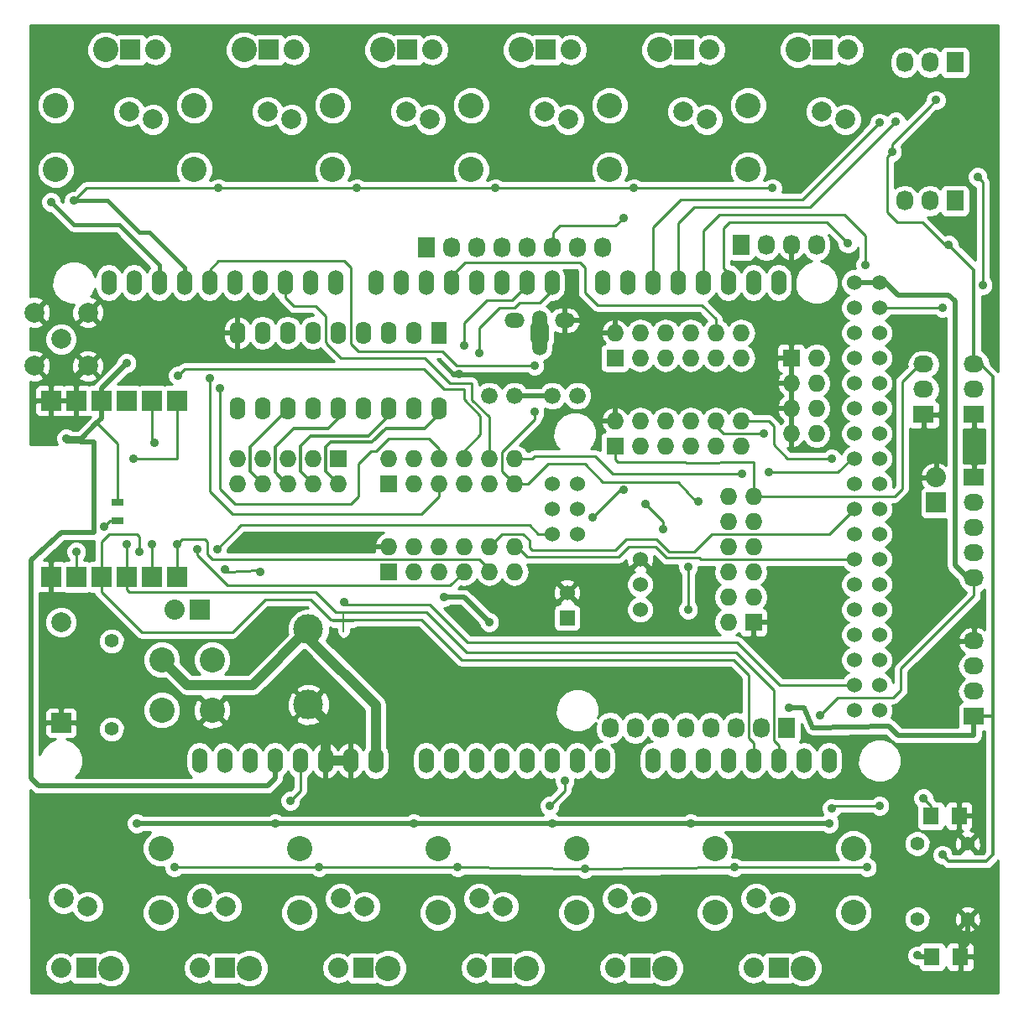
<source format=gbr>
G04 #@! TF.FileFunction,Copper,L1,Top,Plane*
%FSLAX46Y46*%
G04 Gerber Fmt 4.6, Leading zero omitted, Abs format (unit mm)*
G04 Created by KiCad (PCBNEW (2014-12-08 BZR 5317)-product) date mar. 23 déc. 2014 08:50:27 CET*
%MOMM*%
G01*
G04 APERTURE LIST*
%ADD10C,0.150000*%
%ADD11C,0.762000*%
%ADD12C,1.998980*%
%ADD13R,1.998980X1.998980*%
%ADD14C,2.540000*%
%ADD15R,1.727200X1.727200*%
%ADD16O,1.727200X1.727200*%
%ADD17R,1.727200X2.032000*%
%ADD18O,1.727200X2.032000*%
%ADD19R,2.032000X2.032000*%
%ADD20O,2.032000X2.032000*%
%ADD21R,2.032000X1.727200*%
%ADD22O,2.032000X1.727200*%
%ADD23C,1.397000*%
%ADD24R,1.574800X2.286000*%
%ADD25O,1.574800X2.286000*%
%ADD26O,1.501140X1.998980*%
%ADD27O,1.998980X1.501140*%
%ADD28C,1.676400*%
%ADD29C,1.524000*%
%ADD30C,2.999740*%
%ADD31R,1.597660X1.800860*%
%ADD32R,1.300000X0.700000*%
%ADD33R,1.524000X1.524000*%
%ADD34O,1.524000X2.540000*%
%ADD35C,0.889000*%
%ADD36C,0.254000*%
%ADD37C,0.400000*%
%ADD38C,1.000000*%
%ADD39C,0.500000*%
%ADD40C,0.300000*%
%ADD41C,0.800000*%
G04 APERTURE END LIST*
D10*
D11*
X166370000Y-64389000D02*
X166370000Y-65024000D01*
X165798500Y-64135000D02*
X165798500Y-65405000D01*
X166941500Y-64135000D02*
X166941500Y-65405000D01*
D10*
X147637500Y-93916500D02*
X147129500Y-93916500D01*
X147129500Y-93916500D02*
X146621500Y-93916500D01*
X146621500Y-93916500D02*
X146113500Y-93916500D01*
X146113500Y-93916500D02*
X145605500Y-93916500D01*
X146621500Y-92900500D02*
X146621500Y-94932500D01*
D12*
X118110000Y-93980000D03*
D13*
X118110000Y-104140000D03*
D14*
X136555480Y-36189920D03*
X131541520Y-48290480D03*
X131541520Y-41798240D03*
D12*
X141361160Y-43220640D03*
X138925300Y-42410380D03*
D14*
X150525480Y-36189920D03*
X145511520Y-48290480D03*
X145511520Y-41798240D03*
D12*
X155331160Y-43220640D03*
X152895300Y-42410380D03*
D14*
X164495480Y-36189920D03*
X159481520Y-48290480D03*
X159481520Y-41798240D03*
D12*
X169301160Y-43220640D03*
X166865300Y-42410380D03*
D14*
X178465480Y-36189920D03*
X173451520Y-48290480D03*
X173451520Y-41798240D03*
D12*
X183271160Y-43220640D03*
X180835300Y-42410380D03*
D14*
X192435480Y-36189920D03*
X187421520Y-48290480D03*
X187421520Y-41798240D03*
D12*
X197241160Y-43220640D03*
X194805300Y-42410380D03*
D14*
X123159520Y-128910080D03*
X128173480Y-116809520D03*
X128173480Y-123301760D03*
D12*
X118353840Y-121879360D03*
X120789700Y-122689620D03*
D14*
X137129520Y-128910080D03*
X142143480Y-116809520D03*
X142143480Y-123301760D03*
D12*
X132323840Y-121879360D03*
X134759700Y-122689620D03*
D14*
X151099520Y-128910080D03*
X156113480Y-116809520D03*
X156113480Y-123301760D03*
D12*
X146293840Y-121879360D03*
X148729700Y-122689620D03*
D14*
X165069520Y-128910080D03*
X170083480Y-116809520D03*
X170083480Y-123301760D03*
D12*
X160263840Y-121879360D03*
X162699700Y-122689620D03*
D14*
X179039520Y-128910080D03*
X184053480Y-116809520D03*
X184053480Y-123301760D03*
D12*
X174233840Y-121879360D03*
X176669700Y-122689620D03*
D14*
X193009520Y-128910080D03*
X198023480Y-116809520D03*
X198023480Y-123301760D03*
D12*
X188203840Y-121879360D03*
X190639700Y-122689620D03*
D15*
X151130000Y-80010000D03*
D16*
X151130000Y-77470000D03*
X153670000Y-80010000D03*
X153670000Y-77470000D03*
X156210000Y-80010000D03*
X156210000Y-77470000D03*
X158750000Y-80010000D03*
X158750000Y-77470000D03*
X161290000Y-80010000D03*
X161290000Y-77470000D03*
X163830000Y-80010000D03*
X163830000Y-77470000D03*
D15*
X173990000Y-76200000D03*
D16*
X173990000Y-73660000D03*
X176530000Y-76200000D03*
X176530000Y-73660000D03*
X179070000Y-76200000D03*
X179070000Y-73660000D03*
X181610000Y-76200000D03*
X181610000Y-73660000D03*
X184150000Y-76200000D03*
X184150000Y-73660000D03*
X186690000Y-76200000D03*
X186690000Y-73660000D03*
D15*
X173990000Y-67310000D03*
D16*
X173990000Y-64770000D03*
X176530000Y-67310000D03*
X176530000Y-64770000D03*
X179070000Y-67310000D03*
X179070000Y-64770000D03*
X181610000Y-67310000D03*
X181610000Y-64770000D03*
X184150000Y-67310000D03*
X184150000Y-64770000D03*
X186690000Y-67310000D03*
X186690000Y-64770000D03*
D17*
X186690000Y-55880000D03*
D18*
X189230000Y-55880000D03*
X191770000Y-55880000D03*
X194310000Y-55880000D03*
D19*
X206375000Y-81915000D03*
D20*
X206375000Y-79375000D03*
D19*
X125095000Y-36195000D03*
D20*
X127635000Y-36195000D03*
D19*
X139065000Y-36195000D03*
D20*
X141605000Y-36195000D03*
D19*
X153035000Y-36195000D03*
D20*
X155575000Y-36195000D03*
D19*
X167005000Y-36195000D03*
D20*
X169545000Y-36195000D03*
D19*
X180975000Y-36195000D03*
D20*
X183515000Y-36195000D03*
D19*
X194945000Y-36195000D03*
D20*
X197485000Y-36195000D03*
D19*
X132080000Y-92710000D03*
D20*
X129540000Y-92710000D03*
D19*
X120650000Y-128905000D03*
D20*
X118110000Y-128905000D03*
D19*
X134620000Y-128905000D03*
D20*
X132080000Y-128905000D03*
D19*
X148590000Y-128905000D03*
D20*
X146050000Y-128905000D03*
D19*
X162560000Y-128905000D03*
D20*
X160020000Y-128905000D03*
D19*
X176530000Y-128905000D03*
D20*
X173990000Y-128905000D03*
D19*
X190500000Y-128905000D03*
D20*
X187960000Y-128905000D03*
D21*
X210185000Y-79375000D03*
D22*
X210185000Y-81915000D03*
X210185000Y-84455000D03*
X210185000Y-86995000D03*
X210185000Y-89535000D03*
D21*
X210185000Y-103505000D03*
D22*
X210185000Y-100965000D03*
X210185000Y-98425000D03*
X210185000Y-95885000D03*
D21*
X205105000Y-73025000D03*
D22*
X205105000Y-70485000D03*
X205105000Y-67945000D03*
D23*
X123190000Y-104775000D03*
X123190000Y-95885000D03*
D24*
X156210000Y-64770000D03*
D25*
X153670000Y-64770000D03*
X151130000Y-64770000D03*
X148590000Y-64770000D03*
X146050000Y-64770000D03*
X143510000Y-64770000D03*
X140970000Y-64770000D03*
X138430000Y-64770000D03*
X135890000Y-64770000D03*
X135890000Y-72390000D03*
X138430000Y-72390000D03*
X140970000Y-72390000D03*
X143510000Y-72390000D03*
X146050000Y-72390000D03*
X148590000Y-72390000D03*
X151130000Y-72390000D03*
X153670000Y-72390000D03*
X156210000Y-72390000D03*
D21*
X210185000Y-73025000D03*
D22*
X210185000Y-70485000D03*
X210185000Y-67945000D03*
D26*
X166370000Y-66040000D03*
D27*
X168910000Y-63500000D03*
X163830000Y-63500000D03*
D26*
X166370000Y-63500000D03*
D28*
X170180000Y-71120000D03*
X167640000Y-71120000D03*
X163830000Y-71120000D03*
X161290000Y-71120000D03*
D23*
X204470000Y-116332000D03*
X209550000Y-116332000D03*
X204470000Y-123952000D03*
X209550000Y-123952000D03*
D29*
X176530000Y-92710000D03*
X176530000Y-90170000D03*
X176530000Y-87630000D03*
D30*
X143065500Y-102298500D03*
X143065500Y-94678500D03*
D31*
X205971140Y-127762000D03*
X208810860Y-127762000D03*
X205844140Y-113538000D03*
X208683860Y-113538000D03*
D32*
X123825000Y-81854000D03*
X123825000Y-83754000D03*
D15*
X151130000Y-88900000D03*
D16*
X151130000Y-86360000D03*
X153670000Y-88900000D03*
X153670000Y-86360000D03*
X156210000Y-88900000D03*
X156210000Y-86360000D03*
X158750000Y-88900000D03*
X158750000Y-86360000D03*
X161290000Y-88900000D03*
X161290000Y-86360000D03*
X163830000Y-88900000D03*
X163830000Y-86360000D03*
D15*
X187960000Y-93980000D03*
D16*
X185420000Y-93980000D03*
X187960000Y-91440000D03*
X185420000Y-91440000D03*
X187960000Y-88900000D03*
X185420000Y-88900000D03*
X187960000Y-86360000D03*
X185420000Y-86360000D03*
X187960000Y-83820000D03*
X185420000Y-83820000D03*
X187960000Y-81280000D03*
X185420000Y-81280000D03*
D15*
X146050000Y-77470000D03*
D16*
X146050000Y-80010000D03*
X143510000Y-77470000D03*
X143510000Y-80010000D03*
X140970000Y-77470000D03*
X140970000Y-80010000D03*
X138430000Y-77470000D03*
X138430000Y-80010000D03*
X135890000Y-77470000D03*
X135890000Y-80010000D03*
D15*
X191770000Y-67310000D03*
D16*
X194310000Y-67310000D03*
X191770000Y-69850000D03*
X194310000Y-69850000D03*
X191770000Y-72390000D03*
X194310000Y-72390000D03*
X191770000Y-74930000D03*
X194310000Y-74930000D03*
D17*
X208280000Y-37465000D03*
D18*
X205740000Y-37465000D03*
X203200000Y-37465000D03*
D17*
X208280000Y-51435000D03*
D18*
X205740000Y-51435000D03*
X203200000Y-51435000D03*
D17*
X154940000Y-56134000D03*
D18*
X157480000Y-56134000D03*
X160020000Y-56134000D03*
X162560000Y-56134000D03*
X165100000Y-56134000D03*
X167640000Y-56134000D03*
X170180000Y-56134000D03*
X172720000Y-56134000D03*
D17*
X191262000Y-104648000D03*
D18*
X188722000Y-104648000D03*
X186182000Y-104648000D03*
X183642000Y-104648000D03*
X181102000Y-104648000D03*
X178562000Y-104648000D03*
X176022000Y-104648000D03*
X173482000Y-104648000D03*
D33*
X169164000Y-93535500D03*
D29*
X169164000Y-90995500D03*
D34*
X172720000Y-59690000D03*
X175260000Y-59690000D03*
X177800000Y-59690000D03*
X180340000Y-59690000D03*
X182880000Y-59690000D03*
X185420000Y-59690000D03*
X187960000Y-59690000D03*
X190500000Y-59690000D03*
X195580000Y-107950000D03*
X193040000Y-107950000D03*
X190500000Y-107950000D03*
X187960000Y-107950000D03*
X177800000Y-107950000D03*
X172720000Y-107950000D03*
X170180000Y-107950000D03*
X180340000Y-107950000D03*
X182880000Y-107950000D03*
X185420000Y-107950000D03*
X167640000Y-107950000D03*
X165100000Y-107950000D03*
X162560000Y-107950000D03*
X154940000Y-107950000D03*
X157480000Y-107950000D03*
X160020000Y-107950000D03*
X149860000Y-107950000D03*
X147320000Y-107950000D03*
X144780000Y-107950000D03*
X139700000Y-107950000D03*
X137160000Y-107950000D03*
X167640000Y-59690000D03*
X165100000Y-59690000D03*
X162560000Y-59690000D03*
X160020000Y-59690000D03*
X157480000Y-59690000D03*
X154940000Y-59690000D03*
X152400000Y-59690000D03*
X149860000Y-59690000D03*
X145796000Y-59690000D03*
X143256000Y-59690000D03*
X140716000Y-59690000D03*
X138176000Y-59690000D03*
X135636000Y-59690000D03*
X133096000Y-59690000D03*
X130556000Y-59690000D03*
X128016000Y-59690000D03*
X142240000Y-107950000D03*
D29*
X198120000Y-62230000D03*
X200660000Y-62230000D03*
X198120000Y-64770000D03*
X200660000Y-64770000D03*
X198120000Y-67310000D03*
X200660000Y-67310000D03*
X198120000Y-69850000D03*
X200660000Y-69850000D03*
X198120000Y-59690000D03*
X200660000Y-59690000D03*
X200660000Y-72390000D03*
X198120000Y-72390000D03*
X198120000Y-74930000D03*
X200660000Y-74930000D03*
X198120000Y-77470000D03*
X200660000Y-77470000D03*
X198120000Y-80010000D03*
X200660000Y-80010000D03*
X198120000Y-82550000D03*
X200660000Y-82550000D03*
X198120000Y-85090000D03*
X200660000Y-85090000D03*
X198120000Y-87630000D03*
X200660000Y-87630000D03*
X198120000Y-90170000D03*
X200660000Y-90170000D03*
X198120000Y-92710000D03*
X200660000Y-92710000D03*
X198120000Y-95250000D03*
X200660000Y-95250000D03*
X198120000Y-97790000D03*
X200660000Y-97790000D03*
X198120000Y-100330000D03*
X200660000Y-100330000D03*
X198120000Y-102870000D03*
X200660000Y-102870000D03*
X167640000Y-80010000D03*
X170180000Y-80010000D03*
X167640000Y-82550000D03*
X170180000Y-82550000D03*
X167640000Y-85090000D03*
X170180000Y-85090000D03*
D34*
X134620000Y-107950000D03*
X132080000Y-107950000D03*
X125476000Y-59690000D03*
X122936000Y-59690000D03*
D12*
X118110000Y-65405000D03*
X115409980Y-62704980D03*
X115409980Y-68105020D03*
X120810020Y-68105020D03*
X120810020Y-62704980D03*
D19*
X117094000Y-89408000D03*
X119634000Y-89408000D03*
X122174000Y-89408000D03*
X124714000Y-89408000D03*
X127254000Y-89408000D03*
X129794000Y-89408000D03*
X129794000Y-71628000D03*
X127254000Y-71628000D03*
X124714000Y-71628000D03*
X122174000Y-71628000D03*
X119634000Y-71628000D03*
X117094000Y-71628000D03*
D14*
X122585480Y-36189920D03*
X117571520Y-48290480D03*
X117571520Y-41798240D03*
D12*
X127391160Y-43220640D03*
X124955300Y-42410380D03*
D14*
X133350000Y-102870000D03*
X133350000Y-97790000D03*
X128270000Y-97790000D03*
X128270000Y-102870000D03*
D35*
X189865000Y-50165000D03*
X147955000Y-50165000D03*
X161925000Y-50165000D03*
X175895000Y-50165000D03*
X133985000Y-50165000D03*
X119380000Y-51435000D03*
X158242000Y-68961000D03*
X172339000Y-69469000D03*
X188722000Y-69469000D03*
X117856000Y-86868000D03*
X207645000Y-55880000D03*
X191516000Y-102616000D03*
X156718000Y-91440000D03*
X161290000Y-93980000D03*
X201930000Y-46482000D03*
X206375000Y-41275000D03*
X207010000Y-117475000D03*
X118618000Y-75438000D03*
X124714000Y-67818000D03*
X178816000Y-84582000D03*
X177038000Y-82042000D03*
X174879000Y-53149500D03*
X204470000Y-127635000D03*
X205105000Y-111760000D03*
X202311000Y-43434000D03*
X207010000Y-62230000D03*
X211074000Y-59944000D03*
X210566000Y-49022000D03*
X200660000Y-43561000D03*
X197485000Y-55753000D03*
X199263000Y-57912000D03*
X131826000Y-86614000D03*
X125412500Y-77470000D03*
X122428000Y-84328000D03*
X133858000Y-86614000D03*
X119634000Y-86868000D03*
X124714000Y-86106000D03*
X129921000Y-69088000D03*
X174879000Y-80645000D03*
X171704000Y-83439000D03*
X127254000Y-86106000D03*
X129794000Y-86106000D03*
X146685000Y-91948000D03*
X138176000Y-88900000D03*
X134620000Y-88646000D03*
X188976000Y-74930000D03*
X127571500Y-75882500D03*
X158750000Y-66040000D03*
X160274000Y-66802000D03*
X165862000Y-68072000D03*
X165862000Y-72771000D03*
X182372000Y-81788000D03*
X189484000Y-78867000D03*
X186817000Y-78994000D03*
X194691000Y-103378000D03*
X141224000Y-112014000D03*
X181356000Y-88392000D03*
X181356000Y-92710000D03*
X200660000Y-112522000D03*
X195834000Y-112776000D03*
X129540000Y-118745000D03*
X199390000Y-118745000D03*
X186055000Y-118745000D03*
X170942000Y-118872000D03*
X158115000Y-118745000D03*
X144145000Y-118745000D03*
X195834000Y-77470000D03*
X134112000Y-70358000D03*
X133096000Y-69342000D03*
X117094000Y-51562000D03*
X125984000Y-86868000D03*
X125730000Y-114300000D03*
X195580000Y-114300000D03*
X139700000Y-114300000D03*
X153670000Y-114300000D03*
X167640000Y-114300000D03*
X181610000Y-114300000D03*
X167386000Y-112522000D03*
X168910000Y-109982000D03*
D36*
X175895000Y-50165000D02*
X189865000Y-50165000D01*
X147955000Y-50165000D02*
X161925000Y-50165000D01*
X161925000Y-50165000D02*
X175895000Y-50165000D01*
X133985000Y-50165000D02*
X147955000Y-50165000D01*
X120650000Y-50165000D02*
X133985000Y-50165000D01*
X119380000Y-51435000D02*
X120650000Y-50165000D01*
D37*
X122809000Y-51435000D02*
X119380000Y-51435000D01*
X130556000Y-58166000D02*
X127000000Y-54610000D01*
X127000000Y-54610000D02*
X125984000Y-54610000D01*
X125984000Y-54610000D02*
X122809000Y-51435000D01*
X130556000Y-59690000D02*
X130556000Y-58166000D01*
X130556000Y-59690000D02*
X130556000Y-60452000D01*
D38*
X128270000Y-97790000D02*
X128333500Y-97790000D01*
X128333500Y-97790000D02*
X130873500Y-100330000D01*
X130873500Y-100330000D02*
X137414000Y-100330000D01*
X137414000Y-100330000D02*
X143065500Y-94678500D01*
X149860000Y-107950000D02*
X149860000Y-102362000D01*
X149860000Y-102362000D02*
X143065500Y-95567500D01*
X143065500Y-95567500D02*
X143065500Y-94678500D01*
X144780000Y-107950000D02*
X144780000Y-104013000D01*
X144780000Y-104013000D02*
X143065500Y-102298500D01*
D39*
X208810860Y-127762000D02*
X208810860Y-127104140D01*
X208810860Y-127104140D02*
X209550000Y-126365000D01*
X209550000Y-126365000D02*
X209550000Y-123952000D01*
D37*
X172339000Y-69469000D02*
X164846000Y-69469000D01*
X164846000Y-69469000D02*
X164338000Y-68961000D01*
X164338000Y-68961000D02*
X158242000Y-68961000D01*
X158242000Y-68961000D02*
X158242000Y-68961000D01*
X191770000Y-67310000D02*
X191770000Y-61468000D01*
X191770000Y-57531000D02*
X191770000Y-55880000D01*
X192024000Y-57785000D02*
X191770000Y-57531000D01*
X192024000Y-61214000D02*
X192024000Y-57785000D01*
X191770000Y-61468000D02*
X192024000Y-61214000D01*
X188722000Y-69469000D02*
X172339000Y-69469000D01*
D38*
X144780000Y-107950000D02*
X147320000Y-107950000D01*
D37*
X208683860Y-115465860D02*
X209550000Y-116332000D01*
X208683860Y-113538000D02*
X208683860Y-115465860D01*
X117856000Y-86868000D02*
X117094000Y-87630000D01*
X117094000Y-87630000D02*
X117094000Y-89408000D01*
D39*
X120616980Y-68105020D02*
X120810020Y-68105020D01*
X119634000Y-69088000D02*
X120616980Y-68105020D01*
X119634000Y-71628000D02*
X119634000Y-69088000D01*
X117094000Y-71628000D02*
X119634000Y-71628000D01*
D36*
X123825000Y-81854000D02*
X123825000Y-75946000D01*
X123825000Y-75946000D02*
X121729500Y-73850500D01*
X187960000Y-81280000D02*
X202184000Y-81280000D01*
X202946000Y-69723000D02*
X204724000Y-67945000D01*
X202946000Y-80518000D02*
X202946000Y-69723000D01*
X202184000Y-81280000D02*
X202946000Y-80518000D01*
X204724000Y-67945000D02*
X205105000Y-67945000D01*
D39*
X210185000Y-103505000D02*
X210185000Y-105410000D01*
X193040000Y-102616000D02*
X191516000Y-102616000D01*
X193929451Y-104617265D02*
X193040000Y-102616000D01*
X201647776Y-104492776D02*
X193929451Y-104617265D01*
X202565000Y-105410000D02*
X201647776Y-104492776D01*
X210185000Y-105410000D02*
X202565000Y-105410000D01*
D36*
X173990000Y-76200000D02*
X173990000Y-77597000D01*
X181113200Y-77864236D02*
X187960000Y-77851000D01*
X187960000Y-77851000D02*
X187960000Y-81280000D01*
X174244000Y-77851000D02*
X181102000Y-77851000D01*
X181102000Y-77851000D02*
X181113200Y-77864236D01*
X173990000Y-77597000D02*
X174244000Y-77851000D01*
D39*
X158750000Y-91440000D02*
X156718000Y-91440000D01*
X161290000Y-93980000D02*
X158750000Y-91440000D01*
D36*
X201422000Y-52578000D02*
X201422000Y-46990000D01*
X201422000Y-46990000D02*
X201930000Y-46482000D01*
X202438000Y-53594000D02*
X201422000Y-52578000D01*
D40*
X207264000Y-55880000D02*
X207645000Y-55880000D01*
D36*
X207264000Y-55880000D02*
X204978000Y-53594000D01*
X204978000Y-53594000D02*
X202438000Y-53594000D01*
X201930000Y-45720000D02*
X205740000Y-41910000D01*
X205740000Y-41910000D02*
X206375000Y-41275000D01*
X201930000Y-46482000D02*
X201930000Y-45720000D01*
D40*
X207645000Y-55880000D02*
X210185000Y-58420000D01*
X210185000Y-58420000D02*
X210185000Y-67945000D01*
X212090000Y-117475000D02*
X211455000Y-118110000D01*
X211455000Y-118110000D02*
X207645000Y-118110000D01*
X207645000Y-118110000D02*
X207010000Y-117475000D01*
X212090000Y-103505000D02*
X212090000Y-117475000D01*
X212090000Y-69215000D02*
X212090000Y-103505000D01*
X210820000Y-67945000D02*
X212090000Y-69215000D01*
X210185000Y-67945000D02*
X210820000Y-67945000D01*
X210185000Y-103505000D02*
X212090000Y-103505000D01*
D39*
X122174000Y-73406000D02*
X121729500Y-73850500D01*
X121729500Y-73850500D02*
X120142000Y-75438000D01*
X120142000Y-75438000D02*
X118618000Y-75438000D01*
X122174000Y-71628000D02*
X122174000Y-73406000D01*
X122174000Y-70358000D02*
X124714000Y-67818000D01*
X122174000Y-71628000D02*
X122174000Y-70358000D01*
X121413566Y-84896542D02*
X118167308Y-84892635D01*
X121400834Y-75819016D02*
X121413566Y-84896542D01*
X118618000Y-75692000D02*
X121400834Y-75819016D01*
X115062000Y-87693500D02*
X115062000Y-109728000D01*
X118167308Y-84892635D02*
X115062000Y-87693500D01*
X115062000Y-109728000D02*
X115824000Y-110490000D01*
X115824000Y-110490000D02*
X138938000Y-110490000D01*
X138938000Y-110490000D02*
X139700000Y-109728000D01*
X139700000Y-109728000D02*
X139700000Y-107950000D01*
X118618000Y-75438000D02*
X118618000Y-75692000D01*
D36*
X178816000Y-83820000D02*
X178816000Y-84582000D01*
X177038000Y-82042000D02*
X178816000Y-83820000D01*
D39*
X167640000Y-71120000D02*
X163830000Y-71120000D01*
D36*
X174879000Y-53149500D02*
X174053500Y-53975000D01*
X174053500Y-53975000D02*
X168402000Y-53975000D01*
X168402000Y-53975000D02*
X167767000Y-54610000D01*
X167767000Y-54610000D02*
X167767000Y-56007000D01*
D39*
X204597000Y-127762000D02*
X205971140Y-127762000D01*
X204470000Y-127635000D02*
X204597000Y-127762000D01*
D36*
X205867000Y-127762000D02*
X205971140Y-127762000D01*
X205105000Y-111760000D02*
X205844140Y-112499140D01*
X205844140Y-112499140D02*
X205844140Y-113538000D01*
X180340000Y-53721000D02*
X180340000Y-59690000D01*
X181991000Y-52070000D02*
X180340000Y-53721000D01*
X193675000Y-52070000D02*
X181991000Y-52070000D01*
X202311000Y-43434000D02*
X193675000Y-52070000D01*
X207010000Y-62230000D02*
X200660000Y-62230000D01*
X211074000Y-49530000D02*
X211074000Y-59944000D01*
X210566000Y-49022000D02*
X211074000Y-49530000D01*
X177800000Y-54102000D02*
X177800000Y-59690000D01*
X180594000Y-51308000D02*
X177800000Y-54102000D01*
X192913000Y-51308000D02*
X180594000Y-51308000D01*
X200660000Y-43561000D02*
X192913000Y-51308000D01*
X184912000Y-58293000D02*
X185420000Y-58801000D01*
X184912000Y-54229000D02*
X184912000Y-58293000D01*
X185547000Y-53594000D02*
X184912000Y-54229000D01*
X195326000Y-53594000D02*
X185547000Y-53594000D01*
X197485000Y-55753000D02*
X195326000Y-53594000D01*
X185420000Y-58801000D02*
X185420000Y-59690000D01*
X182880000Y-54483000D02*
X182880000Y-59690000D01*
X184531000Y-52832000D02*
X182880000Y-54483000D01*
X197104000Y-52832000D02*
X184531000Y-52832000D01*
X199263000Y-54991000D02*
X197104000Y-52832000D01*
X199263000Y-57912000D02*
X199263000Y-54991000D01*
X158750000Y-88900000D02*
X157353000Y-90297000D01*
X131826000Y-87249000D02*
X131826000Y-86614000D01*
X134874000Y-90297000D02*
X131826000Y-87249000D01*
X138938000Y-90297000D02*
X134874000Y-90297000D01*
X157353000Y-90297000D02*
X138938000Y-90297000D01*
X129794000Y-75692000D02*
X129794000Y-77470000D01*
X129794000Y-77470000D02*
X125412500Y-77470000D01*
X129794000Y-71628000D02*
X129794000Y-75692000D01*
X123825000Y-83754000D02*
X123002000Y-83754000D01*
X123002000Y-83754000D02*
X122428000Y-84328000D01*
X167640000Y-85090000D02*
X166243000Y-85090000D01*
X136271000Y-84201000D02*
X133858000Y-86614000D01*
X165354000Y-84201000D02*
X136271000Y-84201000D01*
X166243000Y-85090000D02*
X165354000Y-84201000D01*
X119634000Y-89408000D02*
X119634000Y-86868000D01*
X124714000Y-89408000D02*
X124714000Y-86106000D01*
X190500000Y-106426000D02*
X189992000Y-105918000D01*
X189992000Y-105918000D02*
X189992000Y-100838000D01*
X189992000Y-100838000D02*
X186182000Y-97028000D01*
X186182000Y-97028000D02*
X159004000Y-97028000D01*
X159004000Y-97028000D02*
X154940000Y-92964000D01*
X154940000Y-92964000D02*
X145796000Y-92964000D01*
X145796000Y-92964000D02*
X143764000Y-90932000D01*
X143764000Y-90932000D02*
X124968000Y-90932000D01*
X124968000Y-90932000D02*
X124714000Y-90678000D01*
X124714000Y-90678000D02*
X124714000Y-89408000D01*
X190500000Y-107950000D02*
X190500000Y-106426000D01*
X158750000Y-77470000D02*
X158750000Y-76708000D01*
X158750000Y-76708000D02*
X160401000Y-75057000D01*
X130556000Y-68453000D02*
X129921000Y-69088000D01*
X154686000Y-68453000D02*
X130556000Y-68453000D01*
X156718000Y-70485000D02*
X154686000Y-68453000D01*
X158750000Y-70485000D02*
X156718000Y-70485000D01*
X158750000Y-71501000D02*
X158750000Y-70485000D01*
X160401000Y-73152000D02*
X158750000Y-71501000D01*
X160401000Y-75057000D02*
X160401000Y-73152000D01*
X174498000Y-80645000D02*
X174879000Y-80645000D01*
X171704000Y-83439000D02*
X174498000Y-80645000D01*
X127254000Y-89408000D02*
X127254000Y-86106000D01*
X129794000Y-89408000D02*
X129794000Y-86106000D01*
X161290000Y-88900000D02*
X161290000Y-88646000D01*
X133350000Y-87630000D02*
X132842000Y-87122000D01*
X132842000Y-87122000D02*
X132842000Y-85852000D01*
X132842000Y-85852000D02*
X132588000Y-85598000D01*
X132588000Y-85598000D02*
X130302000Y-85598000D01*
X130302000Y-85598000D02*
X129794000Y-86106000D01*
X161290000Y-88646000D02*
X160274000Y-87630000D01*
X160274000Y-87630000D02*
X137160000Y-87630000D01*
X137160000Y-87630000D02*
X133350000Y-87630000D01*
X190627000Y-100330000D02*
X198120000Y-100330000D01*
X186309000Y-96012000D02*
X190627000Y-100330000D01*
X159131000Y-96012000D02*
X186309000Y-96012000D01*
X155321000Y-92202000D02*
X159131000Y-96012000D01*
X146939000Y-92202000D02*
X155321000Y-92202000D01*
X146685000Y-91948000D02*
X146939000Y-92202000D01*
X138049000Y-88773000D02*
X138176000Y-88900000D01*
X134874000Y-88900000D02*
X138049000Y-88773000D01*
X134620000Y-88646000D02*
X134874000Y-88900000D01*
X188976000Y-74930000D02*
X184912000Y-74930000D01*
X184912000Y-74930000D02*
X184150000Y-74168000D01*
X184150000Y-74168000D02*
X184150000Y-73660000D01*
X127254000Y-75565000D02*
X127571500Y-75882500D01*
X127254000Y-71628000D02*
X127254000Y-75565000D01*
X165100000Y-59944000D02*
X163576000Y-61468000D01*
X163576000Y-61468000D02*
X161036000Y-61468000D01*
X161036000Y-61468000D02*
X158750000Y-63754000D01*
X158750000Y-63754000D02*
X158750000Y-66040000D01*
X165100000Y-59690000D02*
X165100000Y-59944000D01*
X160274000Y-66040000D02*
X160274000Y-66802000D01*
X160274000Y-64262000D02*
X160274000Y-66040000D01*
X162306000Y-62230000D02*
X160274000Y-64262000D01*
X163830000Y-62230000D02*
X162306000Y-62230000D01*
X164338000Y-61722000D02*
X163830000Y-62230000D01*
X166370000Y-61722000D02*
X164338000Y-61722000D01*
X167640000Y-60452000D02*
X166370000Y-61722000D01*
X167640000Y-59690000D02*
X167640000Y-60452000D01*
X161290000Y-77470000D02*
X161290000Y-73279000D01*
X140716000Y-61214000D02*
X140716000Y-59690000D01*
X141605000Y-62103000D02*
X140716000Y-61214000D01*
X143764000Y-62103000D02*
X141605000Y-62103000D01*
X144780000Y-63119000D02*
X143764000Y-62103000D01*
X144780000Y-65659000D02*
X144780000Y-63119000D01*
X144907000Y-65786000D02*
X144780000Y-65659000D01*
X144907000Y-65913000D02*
X144907000Y-65786000D01*
X146304000Y-67310000D02*
X144907000Y-65913000D01*
X154812895Y-67280123D02*
X146304000Y-67310000D01*
X157353000Y-69850000D02*
X154812895Y-67280123D01*
X159512000Y-69850000D02*
X157353000Y-69850000D01*
X161290000Y-73279000D02*
X159499750Y-71513422D01*
X159499750Y-71513422D02*
X159512000Y-69850000D01*
X163830000Y-80010000D02*
X162560000Y-78740000D01*
X133985000Y-57531000D02*
X133096000Y-58420000D01*
X146685000Y-57531000D02*
X133985000Y-57531000D01*
X147320000Y-58166000D02*
X146685000Y-57531000D01*
X147320000Y-65913000D02*
X147320000Y-58166000D01*
X148082000Y-66675000D02*
X147320000Y-65913000D01*
X156591000Y-66675000D02*
X148082000Y-66675000D01*
X157226000Y-67310000D02*
X156591000Y-66675000D01*
X157988000Y-68072000D02*
X157226000Y-67310000D01*
X165862000Y-68072000D02*
X157988000Y-68072000D01*
X165862000Y-73533000D02*
X165862000Y-72771000D01*
X162560000Y-76835000D02*
X165862000Y-73533000D01*
X162560000Y-78740000D02*
X162560000Y-76835000D01*
X133096000Y-58420000D02*
X133096000Y-59690000D01*
X163830000Y-80010000D02*
X165227000Y-80010000D01*
X182118000Y-81788000D02*
X182372000Y-81788000D01*
X172719881Y-79805599D02*
X180389701Y-79824024D01*
X180389701Y-79824024D02*
X182118000Y-81788000D01*
X167259000Y-77978000D02*
X170968473Y-77978000D01*
X170968473Y-77978000D02*
X172719881Y-79805599D01*
X165227000Y-80010000D02*
X167259000Y-77978000D01*
X163830000Y-77470000D02*
X165608000Y-77470000D01*
X196469000Y-78867000D02*
X197866000Y-77470000D01*
X189484000Y-78867000D02*
X196469000Y-78867000D01*
X173736000Y-78994000D02*
X186817000Y-78994000D01*
X171958000Y-77216000D02*
X173736000Y-78994000D01*
X165862000Y-77216000D02*
X171958000Y-77216000D01*
X165608000Y-77470000D02*
X165862000Y-77216000D01*
X197866000Y-77470000D02*
X198120000Y-77470000D01*
X161290000Y-86360000D02*
X162560000Y-85090000D01*
X195580000Y-85090000D02*
X198120000Y-82550000D01*
X183769000Y-85090000D02*
X195580000Y-85090000D01*
X181991000Y-86868000D02*
X183769000Y-85090000D01*
X179451000Y-86868000D02*
X181991000Y-86868000D01*
X178181000Y-85598000D02*
X179451000Y-86868000D01*
X175133000Y-85598000D02*
X178181000Y-85598000D01*
X173990000Y-86741000D02*
X175133000Y-85598000D01*
X165608000Y-86741000D02*
X173990000Y-86741000D01*
X165354000Y-86487000D02*
X165608000Y-86741000D01*
X165354000Y-85725000D02*
X165354000Y-86487000D01*
X164719000Y-85090000D02*
X165354000Y-85725000D01*
X162560000Y-85090000D02*
X164719000Y-85090000D01*
X163830000Y-86360000D02*
X164084000Y-86360000D01*
X164084000Y-86360000D02*
X165100000Y-87376000D01*
X165100000Y-87376000D02*
X174371000Y-87376000D01*
X174371000Y-87376000D02*
X175387000Y-86360000D01*
X175387000Y-86360000D02*
X178054000Y-86360000D01*
X178054000Y-86360000D02*
X179197000Y-87503000D01*
X179197000Y-87503000D02*
X182499000Y-87503000D01*
X182499000Y-87503000D02*
X182626000Y-87630000D01*
X182626000Y-87630000D02*
X198120000Y-87630000D01*
X210185000Y-89535000D02*
X210185000Y-91313000D01*
X196469000Y-101600000D02*
X194691000Y-103378000D01*
X202057000Y-101600000D02*
X196469000Y-101600000D01*
X202819000Y-100838000D02*
X202057000Y-101600000D01*
X202819000Y-98679000D02*
X202819000Y-100838000D01*
X210185000Y-91313000D02*
X202819000Y-98679000D01*
D39*
X210185000Y-89535000D02*
X209550000Y-89535000D01*
X209550000Y-89535000D02*
X208280000Y-88265000D01*
X208280000Y-88265000D02*
X208280000Y-61595000D01*
X208280000Y-61595000D02*
X207645000Y-60960000D01*
X207645000Y-60960000D02*
X202565000Y-60960000D01*
X202565000Y-60960000D02*
X201295000Y-59690000D01*
X201295000Y-59690000D02*
X198120000Y-59690000D01*
D36*
X142240000Y-110998000D02*
X142240000Y-107950000D01*
X141224000Y-112014000D02*
X142240000Y-110998000D01*
X181356000Y-92710000D02*
X181356000Y-88392000D01*
X196088000Y-112522000D02*
X200660000Y-112522000D01*
X195834000Y-112776000D02*
X196088000Y-112522000D01*
X186055000Y-118745000D02*
X199390000Y-118745000D01*
X170942000Y-118872000D02*
X186055000Y-118745000D01*
X158115000Y-118745000D02*
X170942000Y-118872000D01*
X144145000Y-118745000D02*
X158115000Y-118745000D01*
X129540000Y-118745000D02*
X144145000Y-118745000D01*
X157480000Y-59690000D02*
X157480000Y-59055000D01*
X157480000Y-59055000D02*
X158877000Y-57658000D01*
X158877000Y-57658000D02*
X170434000Y-57658000D01*
X170434000Y-57658000D02*
X170942000Y-58166000D01*
X170942000Y-58166000D02*
X170942000Y-60706000D01*
X170942000Y-60706000D02*
X172212000Y-61976000D01*
X172212000Y-61976000D02*
X182753000Y-61976000D01*
X182753000Y-61976000D02*
X184150000Y-63373000D01*
X184150000Y-63373000D02*
X184150000Y-64770000D01*
X186690000Y-73660000D02*
X189484000Y-73660000D01*
X191389000Y-77470000D02*
X195834000Y-77470000D01*
X189992000Y-76073000D02*
X191389000Y-77470000D01*
X189992000Y-74168000D02*
X189992000Y-76073000D01*
X189484000Y-73660000D02*
X189992000Y-74168000D01*
X156210000Y-76454000D02*
X155194000Y-75438000D01*
X155194000Y-75438000D02*
X151130000Y-75438000D01*
X151130000Y-75438000D02*
X149860000Y-76708000D01*
X149860000Y-76708000D02*
X149352000Y-76708000D01*
X149352000Y-76708000D02*
X148082000Y-77978000D01*
X148082000Y-77978000D02*
X148082000Y-81280000D01*
X148082000Y-81280000D02*
X147320000Y-82042000D01*
X147320000Y-82042000D02*
X135636000Y-82042000D01*
X135636000Y-82042000D02*
X134112000Y-80518000D01*
X134112000Y-80518000D02*
X134112000Y-70358000D01*
X156210000Y-77470000D02*
X156210000Y-76454000D01*
X156210000Y-81280000D02*
X154432000Y-83058000D01*
X154432000Y-83058000D02*
X135382000Y-83058000D01*
X135382000Y-83058000D02*
X133096000Y-80772000D01*
X133096000Y-80772000D02*
X133096000Y-69342000D01*
X156210000Y-80010000D02*
X156210000Y-81280000D01*
D40*
X144780000Y-78740000D02*
X146050000Y-80010000D01*
X144780000Y-76327000D02*
X144780000Y-78740000D01*
X145288000Y-75819000D02*
X144780000Y-76327000D01*
X149479000Y-75819000D02*
X145288000Y-75819000D01*
X150876000Y-74422000D02*
X149479000Y-75819000D01*
X154813000Y-74422000D02*
X150876000Y-74422000D01*
X156210000Y-73025000D02*
X154813000Y-74422000D01*
X156210000Y-72390000D02*
X156210000Y-73025000D01*
X142240000Y-78740000D02*
X143510000Y-80010000D01*
X142240000Y-76200000D02*
X142240000Y-78740000D01*
X143256000Y-75184000D02*
X142240000Y-76200000D01*
X149098000Y-75184000D02*
X143256000Y-75184000D01*
X151130000Y-73152000D02*
X149098000Y-75184000D01*
X151130000Y-72390000D02*
X151130000Y-73152000D01*
X140843000Y-80010000D02*
X140970000Y-80010000D01*
X139700000Y-78867000D02*
X140843000Y-80010000D01*
X139700000Y-76327000D02*
X139700000Y-78867000D01*
X141605000Y-74422000D02*
X139700000Y-76327000D01*
X145034000Y-74422000D02*
X141605000Y-74422000D01*
X146050000Y-73406000D02*
X145034000Y-74422000D01*
X146050000Y-72390000D02*
X146050000Y-73406000D01*
X137160000Y-78740000D02*
X138430000Y-80010000D01*
X137160000Y-76327000D02*
X137160000Y-78740000D01*
X140970000Y-72517000D02*
X137160000Y-76327000D01*
D41*
X140970000Y-72390000D02*
X140970000Y-72517000D01*
D37*
X119380000Y-53848000D02*
X117094000Y-51562000D01*
X123952000Y-53848000D02*
X119380000Y-53848000D01*
X128016000Y-57912000D02*
X123952000Y-53848000D01*
X128016000Y-59690000D02*
X128016000Y-57912000D01*
D36*
X125984000Y-86868000D02*
X125984000Y-85344000D01*
X125984000Y-85344000D02*
X125730000Y-85090000D01*
X125730000Y-85090000D02*
X122936000Y-85090000D01*
X122936000Y-85090000D02*
X122174000Y-85852000D01*
X122174000Y-85852000D02*
X122174000Y-89408000D01*
X187960000Y-106172000D02*
X187452000Y-105664000D01*
X187452000Y-105664000D02*
X187452000Y-99314000D01*
X187452000Y-99314000D02*
X185928000Y-97790000D01*
X185928000Y-97790000D02*
X158496000Y-97790000D01*
X158496000Y-97790000D02*
X154432000Y-93726000D01*
X154432000Y-93726000D02*
X145288000Y-93726000D01*
X145288000Y-93726000D02*
X143256000Y-91694000D01*
X143256000Y-91694000D02*
X138684000Y-91694000D01*
X138684000Y-91694000D02*
X135382000Y-94996000D01*
X135382000Y-94996000D02*
X126238000Y-94996000D01*
X126238000Y-94996000D02*
X122174000Y-90932000D01*
X122174000Y-90932000D02*
X122174000Y-89408000D01*
X187960000Y-107950000D02*
X187960000Y-106172000D01*
D39*
X181610000Y-114300000D02*
X195580000Y-114300000D01*
X167640000Y-114300000D02*
X181610000Y-114300000D01*
X153670000Y-114300000D02*
X167640000Y-114300000D01*
X139700000Y-114300000D02*
X153670000Y-114300000D01*
X125730000Y-114300000D02*
X139700000Y-114300000D01*
D36*
X167386000Y-112522000D02*
X168910000Y-110998000D01*
X168910000Y-110998000D02*
X168910000Y-109982000D01*
G36*
X146197000Y-77597000D02*
X146177000Y-77597000D01*
X146177000Y-77617000D01*
X145923000Y-77617000D01*
X145923000Y-77597000D01*
X145903000Y-77597000D01*
X145903000Y-77343000D01*
X145923000Y-77343000D01*
X145923000Y-77323000D01*
X146177000Y-77323000D01*
X146177000Y-77343000D01*
X146197000Y-77343000D01*
X146197000Y-77597000D01*
X146197000Y-77597000D01*
G37*
X146197000Y-77597000D02*
X146177000Y-77597000D01*
X146177000Y-77617000D01*
X145923000Y-77617000D01*
X145923000Y-77597000D01*
X145903000Y-77597000D01*
X145903000Y-77343000D01*
X145923000Y-77343000D01*
X145923000Y-77323000D01*
X146177000Y-77323000D01*
X146177000Y-77343000D01*
X146197000Y-77343000D01*
X146197000Y-77597000D01*
G36*
X151277000Y-77597000D02*
X151257000Y-77597000D01*
X151257000Y-77617000D01*
X151003000Y-77617000D01*
X151003000Y-77597000D01*
X150983000Y-77597000D01*
X150983000Y-77343000D01*
X151003000Y-77343000D01*
X151003000Y-77323000D01*
X151257000Y-77323000D01*
X151257000Y-77343000D01*
X151277000Y-77343000D01*
X151277000Y-77597000D01*
X151277000Y-77597000D01*
G37*
X151277000Y-77597000D02*
X151257000Y-77597000D01*
X151257000Y-77617000D01*
X151003000Y-77617000D01*
X151003000Y-77597000D01*
X150983000Y-77597000D01*
X150983000Y-77343000D01*
X151003000Y-77343000D01*
X151003000Y-77323000D01*
X151257000Y-77323000D01*
X151257000Y-77343000D01*
X151277000Y-77343000D01*
X151277000Y-77597000D01*
G36*
X151277000Y-86487000D02*
X151257000Y-86487000D01*
X151257000Y-86507000D01*
X151003000Y-86507000D01*
X151003000Y-86487000D01*
X149796183Y-86487000D01*
X149675042Y-86719026D01*
X149736745Y-86868000D01*
X137160000Y-86868000D01*
X134921396Y-86868000D01*
X134937313Y-86829668D01*
X134937502Y-86612127D01*
X136586630Y-84963000D01*
X150647288Y-84963000D01*
X150241510Y-85153179D01*
X149847312Y-85585053D01*
X149675042Y-86000974D01*
X149796183Y-86233000D01*
X151003000Y-86233000D01*
X151003000Y-86213000D01*
X151257000Y-86213000D01*
X151257000Y-86233000D01*
X151277000Y-86233000D01*
X151277000Y-86487000D01*
X151277000Y-86487000D01*
G37*
X151277000Y-86487000D02*
X151257000Y-86487000D01*
X151257000Y-86507000D01*
X151003000Y-86507000D01*
X151003000Y-86487000D01*
X149796183Y-86487000D01*
X149675042Y-86719026D01*
X149736745Y-86868000D01*
X137160000Y-86868000D01*
X134921396Y-86868000D01*
X134937313Y-86829668D01*
X134937502Y-86612127D01*
X136586630Y-84963000D01*
X150647288Y-84963000D01*
X150241510Y-85153179D01*
X149847312Y-85585053D01*
X149675042Y-86000974D01*
X149796183Y-86233000D01*
X151003000Y-86233000D01*
X151003000Y-86213000D01*
X151257000Y-86213000D01*
X151257000Y-86233000D01*
X151277000Y-86233000D01*
X151277000Y-86487000D01*
G36*
X184631172Y-95250000D02*
X177927242Y-95250000D01*
X177927242Y-92433339D01*
X177715010Y-91919697D01*
X177322370Y-91526371D01*
X177114487Y-91440050D01*
X177320303Y-91355010D01*
X177713629Y-90962370D01*
X177926757Y-90449100D01*
X177927242Y-89893339D01*
X177715010Y-89379697D01*
X177322370Y-88986371D01*
X177130272Y-88906605D01*
X177261143Y-88852397D01*
X177330608Y-88610213D01*
X176530000Y-87809605D01*
X175729392Y-88610213D01*
X175798857Y-88852397D01*
X175939317Y-88902508D01*
X175739697Y-88984990D01*
X175346371Y-89377630D01*
X175133243Y-89890900D01*
X175132758Y-90446661D01*
X175344990Y-90960303D01*
X175737630Y-91353629D01*
X175945512Y-91439949D01*
X175739697Y-91524990D01*
X175346371Y-91917630D01*
X175133243Y-92430900D01*
X175132758Y-92986661D01*
X175344990Y-93500303D01*
X175737630Y-93893629D01*
X176250900Y-94106757D01*
X176806661Y-94107242D01*
X177320303Y-93895010D01*
X177713629Y-93502370D01*
X177926757Y-92989100D01*
X177927242Y-92433339D01*
X177927242Y-95250000D01*
X170573440Y-95250000D01*
X170573440Y-94297500D01*
X170573440Y-92773500D01*
X170573144Y-92771974D01*
X170573144Y-91203198D01*
X170545362Y-90648132D01*
X170386397Y-90264357D01*
X170144213Y-90194892D01*
X169964608Y-90374497D01*
X169964608Y-90015287D01*
X169895143Y-89773103D01*
X169371698Y-89586356D01*
X168816632Y-89614138D01*
X168432857Y-89773103D01*
X168363392Y-90015287D01*
X169164000Y-90815895D01*
X169964608Y-90015287D01*
X169964608Y-90374497D01*
X169343605Y-90995500D01*
X170144213Y-91796108D01*
X170386397Y-91726643D01*
X170573144Y-91203198D01*
X170573144Y-92771974D01*
X170526463Y-92531377D01*
X170386673Y-92318573D01*
X170175640Y-92176123D01*
X169926000Y-92126060D01*
X169921484Y-92126060D01*
X169964608Y-91975713D01*
X169164000Y-91175105D01*
X168984395Y-91354710D01*
X168984395Y-90995500D01*
X168183787Y-90194892D01*
X167941603Y-90264357D01*
X167754856Y-90787802D01*
X167782638Y-91342868D01*
X167941603Y-91726643D01*
X168183787Y-91796108D01*
X168984395Y-90995500D01*
X168984395Y-91354710D01*
X168363392Y-91975713D01*
X168406515Y-92126060D01*
X168402000Y-92126060D01*
X168159877Y-92173037D01*
X167947073Y-92312827D01*
X167804623Y-92523860D01*
X167754560Y-92773500D01*
X167754560Y-94297500D01*
X167801537Y-94539623D01*
X167941327Y-94752427D01*
X168152360Y-94894877D01*
X168402000Y-94944940D01*
X169926000Y-94944940D01*
X170168123Y-94897963D01*
X170380927Y-94758173D01*
X170523377Y-94547140D01*
X170573440Y-94297500D01*
X170573440Y-95250000D01*
X159446630Y-95250000D01*
X156716129Y-92519499D01*
X156931784Y-92519687D01*
X157328689Y-92355689D01*
X157359431Y-92325000D01*
X158383420Y-92325000D01*
X160210349Y-94151928D01*
X160210313Y-94193784D01*
X160374311Y-94590689D01*
X160677714Y-94894622D01*
X161074332Y-95059313D01*
X161503784Y-95059687D01*
X161900689Y-94895689D01*
X162204622Y-94592286D01*
X162369313Y-94195668D01*
X162369687Y-93766216D01*
X162205689Y-93369311D01*
X161902286Y-93065378D01*
X161505668Y-92900687D01*
X161462228Y-92900649D01*
X159375790Y-90814210D01*
X159088675Y-90622367D01*
X159032484Y-90611189D01*
X158750000Y-90554999D01*
X158749994Y-90555000D01*
X158172630Y-90555000D01*
X158394002Y-90333627D01*
X158720641Y-90398600D01*
X158779359Y-90398600D01*
X159352848Y-90284526D01*
X159839029Y-89959670D01*
X160020000Y-89688827D01*
X160200971Y-89959670D01*
X160687152Y-90284526D01*
X161260641Y-90398600D01*
X161319359Y-90398600D01*
X161892848Y-90284526D01*
X162379029Y-89959670D01*
X162560000Y-89688827D01*
X162740971Y-89959670D01*
X163227152Y-90284526D01*
X163800641Y-90398600D01*
X163859359Y-90398600D01*
X164432848Y-90284526D01*
X164919029Y-89959670D01*
X165243885Y-89473489D01*
X165357959Y-88900000D01*
X165243885Y-88326511D01*
X165117925Y-88138000D01*
X174371000Y-88138000D01*
X174371000Y-88137999D01*
X174662604Y-88079996D01*
X174662605Y-88079996D01*
X174909815Y-87914815D01*
X175134272Y-87690357D01*
X175148638Y-87977368D01*
X175307603Y-88361143D01*
X175549787Y-88430608D01*
X176350395Y-87630000D01*
X176336252Y-87615857D01*
X176515857Y-87436252D01*
X176530000Y-87450395D01*
X176544142Y-87436252D01*
X176723747Y-87615857D01*
X176709605Y-87630000D01*
X177510213Y-88430608D01*
X177752397Y-88361143D01*
X177939144Y-87837698D01*
X177912013Y-87295643D01*
X178658185Y-88041815D01*
X178905395Y-88206996D01*
X179197000Y-88265000D01*
X180276609Y-88265000D01*
X180276313Y-88605784D01*
X180440311Y-89002689D01*
X180594000Y-89156646D01*
X180594000Y-91945358D01*
X180441378Y-92097714D01*
X180276687Y-92494332D01*
X180276313Y-92923784D01*
X180440311Y-93320689D01*
X180743714Y-93624622D01*
X181140332Y-93789313D01*
X181569784Y-93789687D01*
X181966689Y-93625689D01*
X182270622Y-93322286D01*
X182435313Y-92925668D01*
X182435687Y-92496216D01*
X182271689Y-92099311D01*
X182118000Y-91945353D01*
X182118000Y-89156641D01*
X182270622Y-89004286D01*
X182435313Y-88607668D01*
X182435533Y-88354113D01*
X182626000Y-88392000D01*
X184016607Y-88392000D01*
X183921400Y-88870641D01*
X183921400Y-88929359D01*
X184035474Y-89502848D01*
X184360330Y-89989029D01*
X184631172Y-90170000D01*
X184360330Y-90350971D01*
X184035474Y-90837152D01*
X183921400Y-91410641D01*
X183921400Y-91469359D01*
X184035474Y-92042848D01*
X184360330Y-92529029D01*
X184631172Y-92710000D01*
X184360330Y-92890971D01*
X184035474Y-93377152D01*
X183921400Y-93950641D01*
X183921400Y-94009359D01*
X184035474Y-94582848D01*
X184360330Y-95069029D01*
X184631172Y-95250000D01*
X184631172Y-95250000D01*
G37*
X184631172Y-95250000D02*
X177927242Y-95250000D01*
X177927242Y-92433339D01*
X177715010Y-91919697D01*
X177322370Y-91526371D01*
X177114487Y-91440050D01*
X177320303Y-91355010D01*
X177713629Y-90962370D01*
X177926757Y-90449100D01*
X177927242Y-89893339D01*
X177715010Y-89379697D01*
X177322370Y-88986371D01*
X177130272Y-88906605D01*
X177261143Y-88852397D01*
X177330608Y-88610213D01*
X176530000Y-87809605D01*
X175729392Y-88610213D01*
X175798857Y-88852397D01*
X175939317Y-88902508D01*
X175739697Y-88984990D01*
X175346371Y-89377630D01*
X175133243Y-89890900D01*
X175132758Y-90446661D01*
X175344990Y-90960303D01*
X175737630Y-91353629D01*
X175945512Y-91439949D01*
X175739697Y-91524990D01*
X175346371Y-91917630D01*
X175133243Y-92430900D01*
X175132758Y-92986661D01*
X175344990Y-93500303D01*
X175737630Y-93893629D01*
X176250900Y-94106757D01*
X176806661Y-94107242D01*
X177320303Y-93895010D01*
X177713629Y-93502370D01*
X177926757Y-92989100D01*
X177927242Y-92433339D01*
X177927242Y-95250000D01*
X170573440Y-95250000D01*
X170573440Y-94297500D01*
X170573440Y-92773500D01*
X170573144Y-92771974D01*
X170573144Y-91203198D01*
X170545362Y-90648132D01*
X170386397Y-90264357D01*
X170144213Y-90194892D01*
X169964608Y-90374497D01*
X169964608Y-90015287D01*
X169895143Y-89773103D01*
X169371698Y-89586356D01*
X168816632Y-89614138D01*
X168432857Y-89773103D01*
X168363392Y-90015287D01*
X169164000Y-90815895D01*
X169964608Y-90015287D01*
X169964608Y-90374497D01*
X169343605Y-90995500D01*
X170144213Y-91796108D01*
X170386397Y-91726643D01*
X170573144Y-91203198D01*
X170573144Y-92771974D01*
X170526463Y-92531377D01*
X170386673Y-92318573D01*
X170175640Y-92176123D01*
X169926000Y-92126060D01*
X169921484Y-92126060D01*
X169964608Y-91975713D01*
X169164000Y-91175105D01*
X168984395Y-91354710D01*
X168984395Y-90995500D01*
X168183787Y-90194892D01*
X167941603Y-90264357D01*
X167754856Y-90787802D01*
X167782638Y-91342868D01*
X167941603Y-91726643D01*
X168183787Y-91796108D01*
X168984395Y-90995500D01*
X168984395Y-91354710D01*
X168363392Y-91975713D01*
X168406515Y-92126060D01*
X168402000Y-92126060D01*
X168159877Y-92173037D01*
X167947073Y-92312827D01*
X167804623Y-92523860D01*
X167754560Y-92773500D01*
X167754560Y-94297500D01*
X167801537Y-94539623D01*
X167941327Y-94752427D01*
X168152360Y-94894877D01*
X168402000Y-94944940D01*
X169926000Y-94944940D01*
X170168123Y-94897963D01*
X170380927Y-94758173D01*
X170523377Y-94547140D01*
X170573440Y-94297500D01*
X170573440Y-95250000D01*
X159446630Y-95250000D01*
X156716129Y-92519499D01*
X156931784Y-92519687D01*
X157328689Y-92355689D01*
X157359431Y-92325000D01*
X158383420Y-92325000D01*
X160210349Y-94151928D01*
X160210313Y-94193784D01*
X160374311Y-94590689D01*
X160677714Y-94894622D01*
X161074332Y-95059313D01*
X161503784Y-95059687D01*
X161900689Y-94895689D01*
X162204622Y-94592286D01*
X162369313Y-94195668D01*
X162369687Y-93766216D01*
X162205689Y-93369311D01*
X161902286Y-93065378D01*
X161505668Y-92900687D01*
X161462228Y-92900649D01*
X159375790Y-90814210D01*
X159088675Y-90622367D01*
X159032484Y-90611189D01*
X158750000Y-90554999D01*
X158749994Y-90555000D01*
X158172630Y-90555000D01*
X158394002Y-90333627D01*
X158720641Y-90398600D01*
X158779359Y-90398600D01*
X159352848Y-90284526D01*
X159839029Y-89959670D01*
X160020000Y-89688827D01*
X160200971Y-89959670D01*
X160687152Y-90284526D01*
X161260641Y-90398600D01*
X161319359Y-90398600D01*
X161892848Y-90284526D01*
X162379029Y-89959670D01*
X162560000Y-89688827D01*
X162740971Y-89959670D01*
X163227152Y-90284526D01*
X163800641Y-90398600D01*
X163859359Y-90398600D01*
X164432848Y-90284526D01*
X164919029Y-89959670D01*
X165243885Y-89473489D01*
X165357959Y-88900000D01*
X165243885Y-88326511D01*
X165117925Y-88138000D01*
X174371000Y-88138000D01*
X174371000Y-88137999D01*
X174662604Y-88079996D01*
X174662605Y-88079996D01*
X174909815Y-87914815D01*
X175134272Y-87690357D01*
X175148638Y-87977368D01*
X175307603Y-88361143D01*
X175549787Y-88430608D01*
X176350395Y-87630000D01*
X176336252Y-87615857D01*
X176515857Y-87436252D01*
X176530000Y-87450395D01*
X176544142Y-87436252D01*
X176723747Y-87615857D01*
X176709605Y-87630000D01*
X177510213Y-88430608D01*
X177752397Y-88361143D01*
X177939144Y-87837698D01*
X177912013Y-87295643D01*
X178658185Y-88041815D01*
X178905395Y-88206996D01*
X179197000Y-88265000D01*
X180276609Y-88265000D01*
X180276313Y-88605784D01*
X180440311Y-89002689D01*
X180594000Y-89156646D01*
X180594000Y-91945358D01*
X180441378Y-92097714D01*
X180276687Y-92494332D01*
X180276313Y-92923784D01*
X180440311Y-93320689D01*
X180743714Y-93624622D01*
X181140332Y-93789313D01*
X181569784Y-93789687D01*
X181966689Y-93625689D01*
X182270622Y-93322286D01*
X182435313Y-92925668D01*
X182435687Y-92496216D01*
X182271689Y-92099311D01*
X182118000Y-91945353D01*
X182118000Y-89156641D01*
X182270622Y-89004286D01*
X182435313Y-88607668D01*
X182435533Y-88354113D01*
X182626000Y-88392000D01*
X184016607Y-88392000D01*
X183921400Y-88870641D01*
X183921400Y-88929359D01*
X184035474Y-89502848D01*
X184360330Y-89989029D01*
X184631172Y-90170000D01*
X184360330Y-90350971D01*
X184035474Y-90837152D01*
X183921400Y-91410641D01*
X183921400Y-91469359D01*
X184035474Y-92042848D01*
X184360330Y-92529029D01*
X184631172Y-92710000D01*
X184360330Y-92890971D01*
X184035474Y-93377152D01*
X183921400Y-93950641D01*
X183921400Y-94009359D01*
X184035474Y-94582848D01*
X184360330Y-95069029D01*
X184631172Y-95250000D01*
G36*
X197535512Y-99059949D02*
X197329697Y-99144990D01*
X196936371Y-99537630D01*
X196923760Y-99568000D01*
X190942629Y-99568000D01*
X189458600Y-98083970D01*
X189458600Y-94969909D01*
X189458600Y-94265750D01*
X189299850Y-94107000D01*
X188087000Y-94107000D01*
X188087000Y-95319850D01*
X188245750Y-95478600D01*
X188697291Y-95478600D01*
X188949910Y-95478600D01*
X189183299Y-95381927D01*
X189361927Y-95203298D01*
X189458600Y-94969909D01*
X189458600Y-98083970D01*
X186847815Y-95473185D01*
X186600605Y-95308004D01*
X186309000Y-95250000D01*
X186208827Y-95250000D01*
X186479670Y-95069029D01*
X186493736Y-95047976D01*
X186558073Y-95203298D01*
X186736701Y-95381927D01*
X186970090Y-95478600D01*
X187222709Y-95478600D01*
X187674250Y-95478600D01*
X187833000Y-95319850D01*
X187833000Y-94107000D01*
X187813000Y-94107000D01*
X187813000Y-93853000D01*
X187833000Y-93853000D01*
X187833000Y-93833000D01*
X188087000Y-93833000D01*
X188087000Y-93853000D01*
X189299850Y-93853000D01*
X189458600Y-93694250D01*
X189458600Y-92990091D01*
X189361927Y-92756702D01*
X189183299Y-92578073D01*
X189029473Y-92514356D01*
X189344526Y-92042848D01*
X189458600Y-91469359D01*
X189458600Y-91410641D01*
X189344526Y-90837152D01*
X189019670Y-90350971D01*
X188748827Y-90170000D01*
X189019670Y-89989029D01*
X189344526Y-89502848D01*
X189458600Y-88929359D01*
X189458600Y-88870641D01*
X189363392Y-88392000D01*
X196923295Y-88392000D01*
X196934990Y-88420303D01*
X197327630Y-88813629D01*
X197535512Y-88899949D01*
X197329697Y-88984990D01*
X196936371Y-89377630D01*
X196723243Y-89890900D01*
X196722758Y-90446661D01*
X196934990Y-90960303D01*
X197327630Y-91353629D01*
X197535512Y-91439949D01*
X197329697Y-91524990D01*
X196936371Y-91917630D01*
X196723243Y-92430900D01*
X196722758Y-92986661D01*
X196934990Y-93500303D01*
X197327630Y-93893629D01*
X197535512Y-93979949D01*
X197329697Y-94064990D01*
X196936371Y-94457630D01*
X196723243Y-94970900D01*
X196722758Y-95526661D01*
X196934990Y-96040303D01*
X197327630Y-96433629D01*
X197535512Y-96519949D01*
X197329697Y-96604990D01*
X196936371Y-96997630D01*
X196723243Y-97510900D01*
X196722758Y-98066661D01*
X196934990Y-98580303D01*
X197327630Y-98973629D01*
X197535512Y-99059949D01*
X197535512Y-99059949D01*
G37*
X197535512Y-99059949D02*
X197329697Y-99144990D01*
X196936371Y-99537630D01*
X196923760Y-99568000D01*
X190942629Y-99568000D01*
X189458600Y-98083970D01*
X189458600Y-94969909D01*
X189458600Y-94265750D01*
X189299850Y-94107000D01*
X188087000Y-94107000D01*
X188087000Y-95319850D01*
X188245750Y-95478600D01*
X188697291Y-95478600D01*
X188949910Y-95478600D01*
X189183299Y-95381927D01*
X189361927Y-95203298D01*
X189458600Y-94969909D01*
X189458600Y-98083970D01*
X186847815Y-95473185D01*
X186600605Y-95308004D01*
X186309000Y-95250000D01*
X186208827Y-95250000D01*
X186479670Y-95069029D01*
X186493736Y-95047976D01*
X186558073Y-95203298D01*
X186736701Y-95381927D01*
X186970090Y-95478600D01*
X187222709Y-95478600D01*
X187674250Y-95478600D01*
X187833000Y-95319850D01*
X187833000Y-94107000D01*
X187813000Y-94107000D01*
X187813000Y-93853000D01*
X187833000Y-93853000D01*
X187833000Y-93833000D01*
X188087000Y-93833000D01*
X188087000Y-93853000D01*
X189299850Y-93853000D01*
X189458600Y-93694250D01*
X189458600Y-92990091D01*
X189361927Y-92756702D01*
X189183299Y-92578073D01*
X189029473Y-92514356D01*
X189344526Y-92042848D01*
X189458600Y-91469359D01*
X189458600Y-91410641D01*
X189344526Y-90837152D01*
X189019670Y-90350971D01*
X188748827Y-90170000D01*
X189019670Y-89989029D01*
X189344526Y-89502848D01*
X189458600Y-88929359D01*
X189458600Y-88870641D01*
X189363392Y-88392000D01*
X196923295Y-88392000D01*
X196934990Y-88420303D01*
X197327630Y-88813629D01*
X197535512Y-88899949D01*
X197329697Y-88984990D01*
X196936371Y-89377630D01*
X196723243Y-89890900D01*
X196722758Y-90446661D01*
X196934990Y-90960303D01*
X197327630Y-91353629D01*
X197535512Y-91439949D01*
X197329697Y-91524990D01*
X196936371Y-91917630D01*
X196723243Y-92430900D01*
X196722758Y-92986661D01*
X196934990Y-93500303D01*
X197327630Y-93893629D01*
X197535512Y-93979949D01*
X197329697Y-94064990D01*
X196936371Y-94457630D01*
X196723243Y-94970900D01*
X196722758Y-95526661D01*
X196934990Y-96040303D01*
X197327630Y-96433629D01*
X197535512Y-96519949D01*
X197329697Y-96604990D01*
X196936371Y-96997630D01*
X196723243Y-97510900D01*
X196722758Y-98066661D01*
X196934990Y-98580303D01*
X197327630Y-98973629D01*
X197535512Y-99059949D01*
G36*
X198501000Y-57147358D02*
X198348378Y-57299714D01*
X198183687Y-57696332D01*
X198183313Y-58125784D01*
X198252452Y-58293115D01*
X197843339Y-58292758D01*
X197329697Y-58504990D01*
X196936371Y-58897630D01*
X196723243Y-59410900D01*
X196722758Y-59966661D01*
X196934990Y-60480303D01*
X197327630Y-60873629D01*
X197535512Y-60959949D01*
X197329697Y-61044990D01*
X196936371Y-61437630D01*
X196723243Y-61950900D01*
X196722758Y-62506661D01*
X196934990Y-63020303D01*
X197327630Y-63413629D01*
X197535512Y-63499949D01*
X197329697Y-63584990D01*
X196936371Y-63977630D01*
X196723243Y-64490900D01*
X196722758Y-65046661D01*
X196934990Y-65560303D01*
X197327630Y-65953629D01*
X197535512Y-66039949D01*
X197329697Y-66124990D01*
X196936371Y-66517630D01*
X196723243Y-67030900D01*
X196722758Y-67586661D01*
X196934990Y-68100303D01*
X197327630Y-68493629D01*
X197535512Y-68579949D01*
X197329697Y-68664990D01*
X196936371Y-69057630D01*
X196723243Y-69570900D01*
X196722758Y-70126661D01*
X196934990Y-70640303D01*
X197327630Y-71033629D01*
X197535512Y-71119949D01*
X197329697Y-71204990D01*
X196936371Y-71597630D01*
X196723243Y-72110900D01*
X196722758Y-72666661D01*
X196934990Y-73180303D01*
X197327630Y-73573629D01*
X197535512Y-73659949D01*
X197329697Y-73744990D01*
X196936371Y-74137630D01*
X196723243Y-74650900D01*
X196722758Y-75206661D01*
X196934990Y-75720303D01*
X197327630Y-76113629D01*
X197535512Y-76199949D01*
X197329697Y-76284990D01*
X196936371Y-76677630D01*
X196805172Y-76993591D01*
X196749689Y-76859311D01*
X196446286Y-76555378D01*
X196049668Y-76390687D01*
X195808600Y-76390477D01*
X195808600Y-74959359D01*
X195808600Y-74900641D01*
X195694526Y-74327152D01*
X195369670Y-73840971D01*
X195098827Y-73660000D01*
X195369670Y-73479029D01*
X195694526Y-72992848D01*
X195808600Y-72419359D01*
X195808600Y-72360641D01*
X195694526Y-71787152D01*
X195369670Y-71300971D01*
X195098827Y-71120000D01*
X195369670Y-70939029D01*
X195694526Y-70452848D01*
X195808600Y-69879359D01*
X195808600Y-69820641D01*
X195694526Y-69247152D01*
X195369670Y-68760971D01*
X195098827Y-68580000D01*
X195369670Y-68399029D01*
X195694526Y-67912848D01*
X195808600Y-67339359D01*
X195808600Y-67280641D01*
X195694526Y-66707152D01*
X195369670Y-66220971D01*
X194883489Y-65896115D01*
X194310000Y-65782041D01*
X193736511Y-65896115D01*
X193250330Y-66220971D01*
X193236263Y-66242023D01*
X193171927Y-66086702D01*
X192993299Y-65908073D01*
X192759910Y-65811400D01*
X192507291Y-65811400D01*
X192055750Y-65811400D01*
X191897000Y-65970150D01*
X191897000Y-67183000D01*
X191917000Y-67183000D01*
X191917000Y-67437000D01*
X191897000Y-67437000D01*
X191897000Y-68516183D01*
X191897000Y-68649850D01*
X191897000Y-69723000D01*
X191917000Y-69723000D01*
X191917000Y-69977000D01*
X191897000Y-69977000D01*
X191897000Y-71056183D01*
X191897000Y-71183817D01*
X191897000Y-72263000D01*
X191917000Y-72263000D01*
X191917000Y-72517000D01*
X191897000Y-72517000D01*
X191897000Y-73596183D01*
X191897000Y-73723817D01*
X191897000Y-74803000D01*
X191917000Y-74803000D01*
X191917000Y-75057000D01*
X191897000Y-75057000D01*
X191897000Y-76263817D01*
X192129026Y-76384958D01*
X192544947Y-76212688D01*
X192976821Y-75818490D01*
X193034336Y-75695771D01*
X193250330Y-76019029D01*
X193736511Y-76343885D01*
X194310000Y-76457959D01*
X194883489Y-76343885D01*
X195369670Y-76019029D01*
X195694526Y-75532848D01*
X195808600Y-74959359D01*
X195808600Y-76390477D01*
X195620216Y-76390313D01*
X195223311Y-76554311D01*
X195069353Y-76708000D01*
X191704630Y-76708000D01*
X191360812Y-76364181D01*
X191410974Y-76384958D01*
X191643000Y-76263817D01*
X191643000Y-75057000D01*
X191623000Y-75057000D01*
X191623000Y-74803000D01*
X191643000Y-74803000D01*
X191643000Y-73723817D01*
X191643000Y-73596183D01*
X191643000Y-72517000D01*
X191643000Y-72263000D01*
X191643000Y-71183817D01*
X191643000Y-71056183D01*
X191643000Y-69977000D01*
X191643000Y-69723000D01*
X191643000Y-68649850D01*
X191643000Y-68516183D01*
X191643000Y-67437000D01*
X191643000Y-67183000D01*
X191643000Y-65970150D01*
X191484250Y-65811400D01*
X191032709Y-65811400D01*
X190780090Y-65811400D01*
X190546701Y-65908073D01*
X190368073Y-66086702D01*
X190271400Y-66320091D01*
X190271400Y-67024250D01*
X190430150Y-67183000D01*
X191643000Y-67183000D01*
X191643000Y-67437000D01*
X190430150Y-67437000D01*
X190271400Y-67595750D01*
X190271400Y-68299909D01*
X190368073Y-68533298D01*
X190546701Y-68711927D01*
X190746119Y-68794528D01*
X190563179Y-68961510D01*
X190315032Y-69490973D01*
X190435531Y-69723000D01*
X191643000Y-69723000D01*
X191643000Y-69977000D01*
X190435531Y-69977000D01*
X190315032Y-70209027D01*
X190563179Y-70738490D01*
X190981152Y-71120000D01*
X190563179Y-71501510D01*
X190315032Y-72030973D01*
X190435531Y-72263000D01*
X191643000Y-72263000D01*
X191643000Y-72517000D01*
X190435531Y-72517000D01*
X190315032Y-72749027D01*
X190563179Y-73278490D01*
X190981152Y-73660000D01*
X190703383Y-73913536D01*
X190695996Y-73876395D01*
X190530815Y-73629185D01*
X190530815Y-73629184D01*
X190022815Y-73121185D01*
X189775605Y-72956004D01*
X189484000Y-72898000D01*
X187977925Y-72898000D01*
X187779029Y-72600330D01*
X187292848Y-72275474D01*
X186719359Y-72161400D01*
X186660641Y-72161400D01*
X186087152Y-72275474D01*
X185600971Y-72600330D01*
X185420000Y-72871172D01*
X185239029Y-72600330D01*
X184752848Y-72275474D01*
X184179359Y-72161400D01*
X184120641Y-72161400D01*
X183547152Y-72275474D01*
X183060971Y-72600330D01*
X182880000Y-72871172D01*
X182699029Y-72600330D01*
X182212848Y-72275474D01*
X181639359Y-72161400D01*
X181580641Y-72161400D01*
X181007152Y-72275474D01*
X180520971Y-72600330D01*
X180340000Y-72871172D01*
X180159029Y-72600330D01*
X179672848Y-72275474D01*
X179099359Y-72161400D01*
X179040641Y-72161400D01*
X178467152Y-72275474D01*
X177980971Y-72600330D01*
X177800000Y-72871172D01*
X177619029Y-72600330D01*
X177132848Y-72275474D01*
X176559359Y-72161400D01*
X176500641Y-72161400D01*
X175927152Y-72275474D01*
X175440971Y-72600330D01*
X175260007Y-72871160D01*
X174878490Y-72453179D01*
X174349027Y-72205032D01*
X174117000Y-72325531D01*
X174117000Y-73533000D01*
X174137000Y-73533000D01*
X174137000Y-73787000D01*
X174117000Y-73787000D01*
X174117000Y-73807000D01*
X173863000Y-73807000D01*
X173863000Y-73787000D01*
X173863000Y-73533000D01*
X173863000Y-72325531D01*
X173630973Y-72205032D01*
X173101510Y-72453179D01*
X172707312Y-72885053D01*
X172535042Y-73300974D01*
X172656183Y-73533000D01*
X173863000Y-73533000D01*
X173863000Y-73787000D01*
X172656183Y-73787000D01*
X172535042Y-74019026D01*
X172707312Y-74434947D01*
X172967334Y-74719821D01*
X172884277Y-74735937D01*
X172671473Y-74875727D01*
X172529023Y-75086760D01*
X172478960Y-75336400D01*
X172478960Y-76665254D01*
X172249605Y-76512004D01*
X171958000Y-76454000D01*
X171545173Y-76454000D01*
X171809045Y-76190589D01*
X172148113Y-75374022D01*
X172148885Y-74489857D01*
X171811242Y-73672700D01*
X171186589Y-73046955D01*
X170370022Y-72707887D01*
X169485857Y-72707115D01*
X168668700Y-73044758D01*
X168042955Y-73669411D01*
X167703887Y-74485978D01*
X167703115Y-75370143D01*
X168040758Y-76187300D01*
X168306992Y-76454000D01*
X165862000Y-76454000D01*
X165570395Y-76512004D01*
X165323184Y-76677185D01*
X165292369Y-76708000D01*
X165117925Y-76708000D01*
X164919029Y-76410330D01*
X164432848Y-76085474D01*
X164394736Y-76077893D01*
X166400815Y-74071815D01*
X166565996Y-73824605D01*
X166623343Y-73536297D01*
X166623344Y-73536296D01*
X166776622Y-73383286D01*
X166941313Y-72986668D01*
X166941687Y-72557216D01*
X166875838Y-72397849D01*
X167345677Y-72592944D01*
X167931752Y-72593455D01*
X168473411Y-72369647D01*
X168888190Y-71955591D01*
X168909775Y-71903608D01*
X168930353Y-71953411D01*
X169344409Y-72368190D01*
X169885677Y-72592944D01*
X170471752Y-72593455D01*
X171013411Y-72369647D01*
X171428190Y-71955591D01*
X171652944Y-71414323D01*
X171653455Y-70828248D01*
X171429647Y-70286589D01*
X171015591Y-69871810D01*
X170501803Y-69658466D01*
X170501803Y-63841275D01*
X170501803Y-63158725D01*
X170483157Y-63056695D01*
X170212710Y-62583676D01*
X169781833Y-62250159D01*
X169256123Y-62106919D01*
X169037000Y-62267614D01*
X169037000Y-63373000D01*
X170379149Y-63373000D01*
X170501803Y-63158725D01*
X170501803Y-63841275D01*
X170379149Y-63627000D01*
X169037000Y-63627000D01*
X169037000Y-64732386D01*
X169256123Y-64893081D01*
X169781833Y-64749841D01*
X170212710Y-64416324D01*
X170483157Y-63943305D01*
X170501803Y-63841275D01*
X170501803Y-69658466D01*
X170474323Y-69647056D01*
X169888248Y-69646545D01*
X169346589Y-69870353D01*
X168931810Y-70284409D01*
X168910224Y-70336391D01*
X168889647Y-70286589D01*
X168475591Y-69871810D01*
X167934323Y-69647056D01*
X167348248Y-69646545D01*
X166806589Y-69870353D01*
X166441305Y-70235000D01*
X165028147Y-70235000D01*
X164665591Y-69871810D01*
X164124323Y-69647056D01*
X163538248Y-69646545D01*
X162996589Y-69870353D01*
X162581810Y-70284409D01*
X162560224Y-70336391D01*
X162539647Y-70286589D01*
X162125591Y-69871810D01*
X161584323Y-69647056D01*
X160998248Y-69646545D01*
X160456589Y-69870353D01*
X160272517Y-70054103D01*
X160273979Y-69855612D01*
X160273442Y-69852804D01*
X160274000Y-69850000D01*
X160245525Y-69706849D01*
X160218124Y-69563587D01*
X160216553Y-69561199D01*
X160215996Y-69558395D01*
X160134908Y-69437039D01*
X160054768Y-69315168D01*
X160052404Y-69313563D01*
X160050815Y-69311185D01*
X159929430Y-69230078D01*
X159808781Y-69148171D01*
X159805983Y-69147593D01*
X159803605Y-69146004D01*
X159660435Y-69117525D01*
X159517611Y-69088021D01*
X159514804Y-69088557D01*
X159512000Y-69088000D01*
X157671234Y-69088000D01*
X156039360Y-67437000D01*
X156275369Y-67437000D01*
X156687185Y-67848816D01*
X156687188Y-67848818D01*
X157449185Y-68610816D01*
X157597376Y-68709834D01*
X157696395Y-68775996D01*
X157696396Y-68775996D01*
X157988000Y-68834000D01*
X165097358Y-68834000D01*
X165249714Y-68986622D01*
X165646332Y-69151313D01*
X166075784Y-69151687D01*
X166472689Y-68987689D01*
X166776622Y-68684286D01*
X166941313Y-68287668D01*
X166941687Y-67858216D01*
X166840346Y-67612954D01*
X166900235Y-67601042D01*
X167349746Y-67300688D01*
X167650100Y-66851177D01*
X167755570Y-66320942D01*
X167755570Y-65980270D01*
X167880162Y-65793806D01*
X167957500Y-65405000D01*
X167957500Y-64687401D01*
X168038167Y-64749841D01*
X168563877Y-64893081D01*
X168783000Y-64732386D01*
X168783000Y-63627000D01*
X168763000Y-63627000D01*
X168763000Y-63373000D01*
X168783000Y-63373000D01*
X168783000Y-62267614D01*
X168563877Y-62106919D01*
X168038167Y-62250159D01*
X167607290Y-62583676D01*
X167594633Y-62605812D01*
X167349746Y-62239312D01*
X167098317Y-62071312D01*
X167554346Y-61615283D01*
X167640000Y-61632321D01*
X168174609Y-61525981D01*
X168627828Y-61223149D01*
X168930660Y-60769930D01*
X169037000Y-60235321D01*
X169037000Y-59144679D01*
X168930660Y-58610070D01*
X168803658Y-58420000D01*
X170118369Y-58420000D01*
X170180000Y-58481630D01*
X170180000Y-60706000D01*
X170238004Y-60997605D01*
X170403185Y-61244815D01*
X171673184Y-62514815D01*
X171673185Y-62514815D01*
X171920395Y-62679996D01*
X172212000Y-62738000D01*
X182437369Y-62738000D01*
X183270018Y-63570648D01*
X183060971Y-63710330D01*
X182880000Y-63981172D01*
X182699029Y-63710330D01*
X182212848Y-63385474D01*
X181639359Y-63271400D01*
X181580641Y-63271400D01*
X181007152Y-63385474D01*
X180520971Y-63710330D01*
X180340000Y-63981172D01*
X180159029Y-63710330D01*
X179672848Y-63385474D01*
X179099359Y-63271400D01*
X179040641Y-63271400D01*
X178467152Y-63385474D01*
X177980971Y-63710330D01*
X177800000Y-63981172D01*
X177619029Y-63710330D01*
X177132848Y-63385474D01*
X176559359Y-63271400D01*
X176500641Y-63271400D01*
X175927152Y-63385474D01*
X175440971Y-63710330D01*
X175260007Y-63981160D01*
X174878490Y-63563179D01*
X174349027Y-63315032D01*
X174117000Y-63435531D01*
X174117000Y-64643000D01*
X174137000Y-64643000D01*
X174137000Y-64897000D01*
X174117000Y-64897000D01*
X174117000Y-64917000D01*
X173863000Y-64917000D01*
X173863000Y-64897000D01*
X173863000Y-64643000D01*
X173863000Y-63435531D01*
X173630973Y-63315032D01*
X173101510Y-63563179D01*
X172707312Y-63995053D01*
X172535042Y-64410974D01*
X172656183Y-64643000D01*
X173863000Y-64643000D01*
X173863000Y-64897000D01*
X172656183Y-64897000D01*
X172535042Y-65129026D01*
X172707312Y-65544947D01*
X172967334Y-65829821D01*
X172884277Y-65845937D01*
X172671473Y-65985727D01*
X172529023Y-66196760D01*
X172478960Y-66446400D01*
X172478960Y-68173600D01*
X172525937Y-68415723D01*
X172665727Y-68628527D01*
X172876760Y-68770977D01*
X173126400Y-68821040D01*
X174853600Y-68821040D01*
X175095723Y-68774063D01*
X175308527Y-68634273D01*
X175450977Y-68423240D01*
X175459268Y-68381895D01*
X175927152Y-68694526D01*
X176500641Y-68808600D01*
X176559359Y-68808600D01*
X177132848Y-68694526D01*
X177619029Y-68369670D01*
X177800000Y-68098827D01*
X177980971Y-68369670D01*
X178467152Y-68694526D01*
X179040641Y-68808600D01*
X179099359Y-68808600D01*
X179672848Y-68694526D01*
X180159029Y-68369670D01*
X180340000Y-68098827D01*
X180520971Y-68369670D01*
X181007152Y-68694526D01*
X181580641Y-68808600D01*
X181639359Y-68808600D01*
X182212848Y-68694526D01*
X182699029Y-68369670D01*
X182880000Y-68098827D01*
X183060971Y-68369670D01*
X183547152Y-68694526D01*
X184120641Y-68808600D01*
X184179359Y-68808600D01*
X184752848Y-68694526D01*
X185239029Y-68369670D01*
X185420000Y-68098827D01*
X185600971Y-68369670D01*
X186087152Y-68694526D01*
X186660641Y-68808600D01*
X186719359Y-68808600D01*
X187292848Y-68694526D01*
X187779029Y-68369670D01*
X188103885Y-67883489D01*
X188217959Y-67310000D01*
X188103885Y-66736511D01*
X187779029Y-66250330D01*
X187464248Y-66040000D01*
X187779029Y-65829670D01*
X188103885Y-65343489D01*
X188217959Y-64770000D01*
X188103885Y-64196511D01*
X187779029Y-63710330D01*
X187292848Y-63385474D01*
X186719359Y-63271400D01*
X186660641Y-63271400D01*
X186087152Y-63385474D01*
X185600971Y-63710330D01*
X185420000Y-63981172D01*
X185239029Y-63710330D01*
X184912000Y-63491816D01*
X184912000Y-63373000D01*
X184853996Y-63081395D01*
X184688815Y-62834185D01*
X184688815Y-62834184D01*
X183386251Y-61531621D01*
X183414609Y-61525981D01*
X183867828Y-61223149D01*
X184150000Y-60800849D01*
X184432172Y-61223149D01*
X184885391Y-61525981D01*
X185420000Y-61632321D01*
X185954609Y-61525981D01*
X186407828Y-61223149D01*
X186690000Y-60800849D01*
X186972172Y-61223149D01*
X187425391Y-61525981D01*
X187960000Y-61632321D01*
X188494609Y-61525981D01*
X188947828Y-61223149D01*
X189230000Y-60800849D01*
X189512172Y-61223149D01*
X189965391Y-61525981D01*
X190500000Y-61632321D01*
X191034609Y-61525981D01*
X191487828Y-61223149D01*
X191790660Y-60769930D01*
X191897000Y-60235321D01*
X191897000Y-59144679D01*
X191790660Y-58610070D01*
X191487828Y-58156851D01*
X191034609Y-57854019D01*
X190500000Y-57747679D01*
X189965391Y-57854019D01*
X189512172Y-58156851D01*
X189230000Y-58579150D01*
X188947828Y-58156851D01*
X188494609Y-57854019D01*
X187960000Y-57747679D01*
X187425391Y-57854019D01*
X186972172Y-58156851D01*
X186690000Y-58579150D01*
X186407828Y-58156851D01*
X185954609Y-57854019D01*
X185674000Y-57798202D01*
X185674000Y-57512877D01*
X185826400Y-57543440D01*
X187553600Y-57543440D01*
X187795723Y-57496463D01*
X188008527Y-57356673D01*
X188150977Y-57145640D01*
X188158718Y-57107037D01*
X188170330Y-57124415D01*
X188656511Y-57449271D01*
X189230000Y-57563345D01*
X189803489Y-57449271D01*
X190289670Y-57124415D01*
X190496460Y-56814930D01*
X190867964Y-57230732D01*
X191395209Y-57484709D01*
X191410974Y-57487358D01*
X191643000Y-57366217D01*
X191643000Y-56007000D01*
X191623000Y-56007000D01*
X191623000Y-55753000D01*
X191643000Y-55753000D01*
X191643000Y-55733000D01*
X191897000Y-55733000D01*
X191897000Y-55753000D01*
X191917000Y-55753000D01*
X191917000Y-56007000D01*
X191897000Y-56007000D01*
X191897000Y-57366217D01*
X192129026Y-57487358D01*
X192144791Y-57484709D01*
X192672036Y-57230732D01*
X193043539Y-56814930D01*
X193250330Y-57124415D01*
X193736511Y-57449271D01*
X193855676Y-57472974D01*
X193052700Y-57804758D01*
X192426955Y-58429411D01*
X192087887Y-59245978D01*
X192087115Y-60130143D01*
X192424758Y-60947300D01*
X193049411Y-61573045D01*
X193865978Y-61912113D01*
X194750143Y-61912885D01*
X195567300Y-61575242D01*
X196193045Y-60950589D01*
X196532113Y-60134022D01*
X196532885Y-59249857D01*
X196195242Y-58432700D01*
X195570589Y-57806955D01*
X194765642Y-57472712D01*
X194883489Y-57449271D01*
X195369670Y-57124415D01*
X195694526Y-56638234D01*
X195808600Y-56064745D01*
X195808600Y-55695255D01*
X195694526Y-55121766D01*
X195530190Y-54875820D01*
X196405500Y-55751130D01*
X196405313Y-55966784D01*
X196569311Y-56363689D01*
X196872714Y-56667622D01*
X197269332Y-56832313D01*
X197698784Y-56832687D01*
X198095689Y-56668689D01*
X198399622Y-56365286D01*
X198501000Y-56121141D01*
X198501000Y-57147358D01*
X198501000Y-57147358D01*
G37*
X198501000Y-57147358D02*
X198348378Y-57299714D01*
X198183687Y-57696332D01*
X198183313Y-58125784D01*
X198252452Y-58293115D01*
X197843339Y-58292758D01*
X197329697Y-58504990D01*
X196936371Y-58897630D01*
X196723243Y-59410900D01*
X196722758Y-59966661D01*
X196934990Y-60480303D01*
X197327630Y-60873629D01*
X197535512Y-60959949D01*
X197329697Y-61044990D01*
X196936371Y-61437630D01*
X196723243Y-61950900D01*
X196722758Y-62506661D01*
X196934990Y-63020303D01*
X197327630Y-63413629D01*
X197535512Y-63499949D01*
X197329697Y-63584990D01*
X196936371Y-63977630D01*
X196723243Y-64490900D01*
X196722758Y-65046661D01*
X196934990Y-65560303D01*
X197327630Y-65953629D01*
X197535512Y-66039949D01*
X197329697Y-66124990D01*
X196936371Y-66517630D01*
X196723243Y-67030900D01*
X196722758Y-67586661D01*
X196934990Y-68100303D01*
X197327630Y-68493629D01*
X197535512Y-68579949D01*
X197329697Y-68664990D01*
X196936371Y-69057630D01*
X196723243Y-69570900D01*
X196722758Y-70126661D01*
X196934990Y-70640303D01*
X197327630Y-71033629D01*
X197535512Y-71119949D01*
X197329697Y-71204990D01*
X196936371Y-71597630D01*
X196723243Y-72110900D01*
X196722758Y-72666661D01*
X196934990Y-73180303D01*
X197327630Y-73573629D01*
X197535512Y-73659949D01*
X197329697Y-73744990D01*
X196936371Y-74137630D01*
X196723243Y-74650900D01*
X196722758Y-75206661D01*
X196934990Y-75720303D01*
X197327630Y-76113629D01*
X197535512Y-76199949D01*
X197329697Y-76284990D01*
X196936371Y-76677630D01*
X196805172Y-76993591D01*
X196749689Y-76859311D01*
X196446286Y-76555378D01*
X196049668Y-76390687D01*
X195808600Y-76390477D01*
X195808600Y-74959359D01*
X195808600Y-74900641D01*
X195694526Y-74327152D01*
X195369670Y-73840971D01*
X195098827Y-73660000D01*
X195369670Y-73479029D01*
X195694526Y-72992848D01*
X195808600Y-72419359D01*
X195808600Y-72360641D01*
X195694526Y-71787152D01*
X195369670Y-71300971D01*
X195098827Y-71120000D01*
X195369670Y-70939029D01*
X195694526Y-70452848D01*
X195808600Y-69879359D01*
X195808600Y-69820641D01*
X195694526Y-69247152D01*
X195369670Y-68760971D01*
X195098827Y-68580000D01*
X195369670Y-68399029D01*
X195694526Y-67912848D01*
X195808600Y-67339359D01*
X195808600Y-67280641D01*
X195694526Y-66707152D01*
X195369670Y-66220971D01*
X194883489Y-65896115D01*
X194310000Y-65782041D01*
X193736511Y-65896115D01*
X193250330Y-66220971D01*
X193236263Y-66242023D01*
X193171927Y-66086702D01*
X192993299Y-65908073D01*
X192759910Y-65811400D01*
X192507291Y-65811400D01*
X192055750Y-65811400D01*
X191897000Y-65970150D01*
X191897000Y-67183000D01*
X191917000Y-67183000D01*
X191917000Y-67437000D01*
X191897000Y-67437000D01*
X191897000Y-68516183D01*
X191897000Y-68649850D01*
X191897000Y-69723000D01*
X191917000Y-69723000D01*
X191917000Y-69977000D01*
X191897000Y-69977000D01*
X191897000Y-71056183D01*
X191897000Y-71183817D01*
X191897000Y-72263000D01*
X191917000Y-72263000D01*
X191917000Y-72517000D01*
X191897000Y-72517000D01*
X191897000Y-73596183D01*
X191897000Y-73723817D01*
X191897000Y-74803000D01*
X191917000Y-74803000D01*
X191917000Y-75057000D01*
X191897000Y-75057000D01*
X191897000Y-76263817D01*
X192129026Y-76384958D01*
X192544947Y-76212688D01*
X192976821Y-75818490D01*
X193034336Y-75695771D01*
X193250330Y-76019029D01*
X193736511Y-76343885D01*
X194310000Y-76457959D01*
X194883489Y-76343885D01*
X195369670Y-76019029D01*
X195694526Y-75532848D01*
X195808600Y-74959359D01*
X195808600Y-76390477D01*
X195620216Y-76390313D01*
X195223311Y-76554311D01*
X195069353Y-76708000D01*
X191704630Y-76708000D01*
X191360812Y-76364181D01*
X191410974Y-76384958D01*
X191643000Y-76263817D01*
X191643000Y-75057000D01*
X191623000Y-75057000D01*
X191623000Y-74803000D01*
X191643000Y-74803000D01*
X191643000Y-73723817D01*
X191643000Y-73596183D01*
X191643000Y-72517000D01*
X191643000Y-72263000D01*
X191643000Y-71183817D01*
X191643000Y-71056183D01*
X191643000Y-69977000D01*
X191643000Y-69723000D01*
X191643000Y-68649850D01*
X191643000Y-68516183D01*
X191643000Y-67437000D01*
X191643000Y-67183000D01*
X191643000Y-65970150D01*
X191484250Y-65811400D01*
X191032709Y-65811400D01*
X190780090Y-65811400D01*
X190546701Y-65908073D01*
X190368073Y-66086702D01*
X190271400Y-66320091D01*
X190271400Y-67024250D01*
X190430150Y-67183000D01*
X191643000Y-67183000D01*
X191643000Y-67437000D01*
X190430150Y-67437000D01*
X190271400Y-67595750D01*
X190271400Y-68299909D01*
X190368073Y-68533298D01*
X190546701Y-68711927D01*
X190746119Y-68794528D01*
X190563179Y-68961510D01*
X190315032Y-69490973D01*
X190435531Y-69723000D01*
X191643000Y-69723000D01*
X191643000Y-69977000D01*
X190435531Y-69977000D01*
X190315032Y-70209027D01*
X190563179Y-70738490D01*
X190981152Y-71120000D01*
X190563179Y-71501510D01*
X190315032Y-72030973D01*
X190435531Y-72263000D01*
X191643000Y-72263000D01*
X191643000Y-72517000D01*
X190435531Y-72517000D01*
X190315032Y-72749027D01*
X190563179Y-73278490D01*
X190981152Y-73660000D01*
X190703383Y-73913536D01*
X190695996Y-73876395D01*
X190530815Y-73629185D01*
X190530815Y-73629184D01*
X190022815Y-73121185D01*
X189775605Y-72956004D01*
X189484000Y-72898000D01*
X187977925Y-72898000D01*
X187779029Y-72600330D01*
X187292848Y-72275474D01*
X186719359Y-72161400D01*
X186660641Y-72161400D01*
X186087152Y-72275474D01*
X185600971Y-72600330D01*
X185420000Y-72871172D01*
X185239029Y-72600330D01*
X184752848Y-72275474D01*
X184179359Y-72161400D01*
X184120641Y-72161400D01*
X183547152Y-72275474D01*
X183060971Y-72600330D01*
X182880000Y-72871172D01*
X182699029Y-72600330D01*
X182212848Y-72275474D01*
X181639359Y-72161400D01*
X181580641Y-72161400D01*
X181007152Y-72275474D01*
X180520971Y-72600330D01*
X180340000Y-72871172D01*
X180159029Y-72600330D01*
X179672848Y-72275474D01*
X179099359Y-72161400D01*
X179040641Y-72161400D01*
X178467152Y-72275474D01*
X177980971Y-72600330D01*
X177800000Y-72871172D01*
X177619029Y-72600330D01*
X177132848Y-72275474D01*
X176559359Y-72161400D01*
X176500641Y-72161400D01*
X175927152Y-72275474D01*
X175440971Y-72600330D01*
X175260007Y-72871160D01*
X174878490Y-72453179D01*
X174349027Y-72205032D01*
X174117000Y-72325531D01*
X174117000Y-73533000D01*
X174137000Y-73533000D01*
X174137000Y-73787000D01*
X174117000Y-73787000D01*
X174117000Y-73807000D01*
X173863000Y-73807000D01*
X173863000Y-73787000D01*
X173863000Y-73533000D01*
X173863000Y-72325531D01*
X173630973Y-72205032D01*
X173101510Y-72453179D01*
X172707312Y-72885053D01*
X172535042Y-73300974D01*
X172656183Y-73533000D01*
X173863000Y-73533000D01*
X173863000Y-73787000D01*
X172656183Y-73787000D01*
X172535042Y-74019026D01*
X172707312Y-74434947D01*
X172967334Y-74719821D01*
X172884277Y-74735937D01*
X172671473Y-74875727D01*
X172529023Y-75086760D01*
X172478960Y-75336400D01*
X172478960Y-76665254D01*
X172249605Y-76512004D01*
X171958000Y-76454000D01*
X171545173Y-76454000D01*
X171809045Y-76190589D01*
X172148113Y-75374022D01*
X172148885Y-74489857D01*
X171811242Y-73672700D01*
X171186589Y-73046955D01*
X170370022Y-72707887D01*
X169485857Y-72707115D01*
X168668700Y-73044758D01*
X168042955Y-73669411D01*
X167703887Y-74485978D01*
X167703115Y-75370143D01*
X168040758Y-76187300D01*
X168306992Y-76454000D01*
X165862000Y-76454000D01*
X165570395Y-76512004D01*
X165323184Y-76677185D01*
X165292369Y-76708000D01*
X165117925Y-76708000D01*
X164919029Y-76410330D01*
X164432848Y-76085474D01*
X164394736Y-76077893D01*
X166400815Y-74071815D01*
X166565996Y-73824605D01*
X166623343Y-73536297D01*
X166623344Y-73536296D01*
X166776622Y-73383286D01*
X166941313Y-72986668D01*
X166941687Y-72557216D01*
X166875838Y-72397849D01*
X167345677Y-72592944D01*
X167931752Y-72593455D01*
X168473411Y-72369647D01*
X168888190Y-71955591D01*
X168909775Y-71903608D01*
X168930353Y-71953411D01*
X169344409Y-72368190D01*
X169885677Y-72592944D01*
X170471752Y-72593455D01*
X171013411Y-72369647D01*
X171428190Y-71955591D01*
X171652944Y-71414323D01*
X171653455Y-70828248D01*
X171429647Y-70286589D01*
X171015591Y-69871810D01*
X170501803Y-69658466D01*
X170501803Y-63841275D01*
X170501803Y-63158725D01*
X170483157Y-63056695D01*
X170212710Y-62583676D01*
X169781833Y-62250159D01*
X169256123Y-62106919D01*
X169037000Y-62267614D01*
X169037000Y-63373000D01*
X170379149Y-63373000D01*
X170501803Y-63158725D01*
X170501803Y-63841275D01*
X170379149Y-63627000D01*
X169037000Y-63627000D01*
X169037000Y-64732386D01*
X169256123Y-64893081D01*
X169781833Y-64749841D01*
X170212710Y-64416324D01*
X170483157Y-63943305D01*
X170501803Y-63841275D01*
X170501803Y-69658466D01*
X170474323Y-69647056D01*
X169888248Y-69646545D01*
X169346589Y-69870353D01*
X168931810Y-70284409D01*
X168910224Y-70336391D01*
X168889647Y-70286589D01*
X168475591Y-69871810D01*
X167934323Y-69647056D01*
X167348248Y-69646545D01*
X166806589Y-69870353D01*
X166441305Y-70235000D01*
X165028147Y-70235000D01*
X164665591Y-69871810D01*
X164124323Y-69647056D01*
X163538248Y-69646545D01*
X162996589Y-69870353D01*
X162581810Y-70284409D01*
X162560224Y-70336391D01*
X162539647Y-70286589D01*
X162125591Y-69871810D01*
X161584323Y-69647056D01*
X160998248Y-69646545D01*
X160456589Y-69870353D01*
X160272517Y-70054103D01*
X160273979Y-69855612D01*
X160273442Y-69852804D01*
X160274000Y-69850000D01*
X160245525Y-69706849D01*
X160218124Y-69563587D01*
X160216553Y-69561199D01*
X160215996Y-69558395D01*
X160134908Y-69437039D01*
X160054768Y-69315168D01*
X160052404Y-69313563D01*
X160050815Y-69311185D01*
X159929430Y-69230078D01*
X159808781Y-69148171D01*
X159805983Y-69147593D01*
X159803605Y-69146004D01*
X159660435Y-69117525D01*
X159517611Y-69088021D01*
X159514804Y-69088557D01*
X159512000Y-69088000D01*
X157671234Y-69088000D01*
X156039360Y-67437000D01*
X156275369Y-67437000D01*
X156687185Y-67848816D01*
X156687188Y-67848818D01*
X157449185Y-68610816D01*
X157597376Y-68709834D01*
X157696395Y-68775996D01*
X157696396Y-68775996D01*
X157988000Y-68834000D01*
X165097358Y-68834000D01*
X165249714Y-68986622D01*
X165646332Y-69151313D01*
X166075784Y-69151687D01*
X166472689Y-68987689D01*
X166776622Y-68684286D01*
X166941313Y-68287668D01*
X166941687Y-67858216D01*
X166840346Y-67612954D01*
X166900235Y-67601042D01*
X167349746Y-67300688D01*
X167650100Y-66851177D01*
X167755570Y-66320942D01*
X167755570Y-65980270D01*
X167880162Y-65793806D01*
X167957500Y-65405000D01*
X167957500Y-64687401D01*
X168038167Y-64749841D01*
X168563877Y-64893081D01*
X168783000Y-64732386D01*
X168783000Y-63627000D01*
X168763000Y-63627000D01*
X168763000Y-63373000D01*
X168783000Y-63373000D01*
X168783000Y-62267614D01*
X168563877Y-62106919D01*
X168038167Y-62250159D01*
X167607290Y-62583676D01*
X167594633Y-62605812D01*
X167349746Y-62239312D01*
X167098317Y-62071312D01*
X167554346Y-61615283D01*
X167640000Y-61632321D01*
X168174609Y-61525981D01*
X168627828Y-61223149D01*
X168930660Y-60769930D01*
X169037000Y-60235321D01*
X169037000Y-59144679D01*
X168930660Y-58610070D01*
X168803658Y-58420000D01*
X170118369Y-58420000D01*
X170180000Y-58481630D01*
X170180000Y-60706000D01*
X170238004Y-60997605D01*
X170403185Y-61244815D01*
X171673184Y-62514815D01*
X171673185Y-62514815D01*
X171920395Y-62679996D01*
X172212000Y-62738000D01*
X182437369Y-62738000D01*
X183270018Y-63570648D01*
X183060971Y-63710330D01*
X182880000Y-63981172D01*
X182699029Y-63710330D01*
X182212848Y-63385474D01*
X181639359Y-63271400D01*
X181580641Y-63271400D01*
X181007152Y-63385474D01*
X180520971Y-63710330D01*
X180340000Y-63981172D01*
X180159029Y-63710330D01*
X179672848Y-63385474D01*
X179099359Y-63271400D01*
X179040641Y-63271400D01*
X178467152Y-63385474D01*
X177980971Y-63710330D01*
X177800000Y-63981172D01*
X177619029Y-63710330D01*
X177132848Y-63385474D01*
X176559359Y-63271400D01*
X176500641Y-63271400D01*
X175927152Y-63385474D01*
X175440971Y-63710330D01*
X175260007Y-63981160D01*
X174878490Y-63563179D01*
X174349027Y-63315032D01*
X174117000Y-63435531D01*
X174117000Y-64643000D01*
X174137000Y-64643000D01*
X174137000Y-64897000D01*
X174117000Y-64897000D01*
X174117000Y-64917000D01*
X173863000Y-64917000D01*
X173863000Y-64897000D01*
X173863000Y-64643000D01*
X173863000Y-63435531D01*
X173630973Y-63315032D01*
X173101510Y-63563179D01*
X172707312Y-63995053D01*
X172535042Y-64410974D01*
X172656183Y-64643000D01*
X173863000Y-64643000D01*
X173863000Y-64897000D01*
X172656183Y-64897000D01*
X172535042Y-65129026D01*
X172707312Y-65544947D01*
X172967334Y-65829821D01*
X172884277Y-65845937D01*
X172671473Y-65985727D01*
X172529023Y-66196760D01*
X172478960Y-66446400D01*
X172478960Y-68173600D01*
X172525937Y-68415723D01*
X172665727Y-68628527D01*
X172876760Y-68770977D01*
X173126400Y-68821040D01*
X174853600Y-68821040D01*
X175095723Y-68774063D01*
X175308527Y-68634273D01*
X175450977Y-68423240D01*
X175459268Y-68381895D01*
X175927152Y-68694526D01*
X176500641Y-68808600D01*
X176559359Y-68808600D01*
X177132848Y-68694526D01*
X177619029Y-68369670D01*
X177800000Y-68098827D01*
X177980971Y-68369670D01*
X178467152Y-68694526D01*
X179040641Y-68808600D01*
X179099359Y-68808600D01*
X179672848Y-68694526D01*
X180159029Y-68369670D01*
X180340000Y-68098827D01*
X180520971Y-68369670D01*
X181007152Y-68694526D01*
X181580641Y-68808600D01*
X181639359Y-68808600D01*
X182212848Y-68694526D01*
X182699029Y-68369670D01*
X182880000Y-68098827D01*
X183060971Y-68369670D01*
X183547152Y-68694526D01*
X184120641Y-68808600D01*
X184179359Y-68808600D01*
X184752848Y-68694526D01*
X185239029Y-68369670D01*
X185420000Y-68098827D01*
X185600971Y-68369670D01*
X186087152Y-68694526D01*
X186660641Y-68808600D01*
X186719359Y-68808600D01*
X187292848Y-68694526D01*
X187779029Y-68369670D01*
X188103885Y-67883489D01*
X188217959Y-67310000D01*
X188103885Y-66736511D01*
X187779029Y-66250330D01*
X187464248Y-66040000D01*
X187779029Y-65829670D01*
X188103885Y-65343489D01*
X188217959Y-64770000D01*
X188103885Y-64196511D01*
X187779029Y-63710330D01*
X187292848Y-63385474D01*
X186719359Y-63271400D01*
X186660641Y-63271400D01*
X186087152Y-63385474D01*
X185600971Y-63710330D01*
X185420000Y-63981172D01*
X185239029Y-63710330D01*
X184912000Y-63491816D01*
X184912000Y-63373000D01*
X184853996Y-63081395D01*
X184688815Y-62834185D01*
X184688815Y-62834184D01*
X183386251Y-61531621D01*
X183414609Y-61525981D01*
X183867828Y-61223149D01*
X184150000Y-60800849D01*
X184432172Y-61223149D01*
X184885391Y-61525981D01*
X185420000Y-61632321D01*
X185954609Y-61525981D01*
X186407828Y-61223149D01*
X186690000Y-60800849D01*
X186972172Y-61223149D01*
X187425391Y-61525981D01*
X187960000Y-61632321D01*
X188494609Y-61525981D01*
X188947828Y-61223149D01*
X189230000Y-60800849D01*
X189512172Y-61223149D01*
X189965391Y-61525981D01*
X190500000Y-61632321D01*
X191034609Y-61525981D01*
X191487828Y-61223149D01*
X191790660Y-60769930D01*
X191897000Y-60235321D01*
X191897000Y-59144679D01*
X191790660Y-58610070D01*
X191487828Y-58156851D01*
X191034609Y-57854019D01*
X190500000Y-57747679D01*
X189965391Y-57854019D01*
X189512172Y-58156851D01*
X189230000Y-58579150D01*
X188947828Y-58156851D01*
X188494609Y-57854019D01*
X187960000Y-57747679D01*
X187425391Y-57854019D01*
X186972172Y-58156851D01*
X186690000Y-58579150D01*
X186407828Y-58156851D01*
X185954609Y-57854019D01*
X185674000Y-57798202D01*
X185674000Y-57512877D01*
X185826400Y-57543440D01*
X187553600Y-57543440D01*
X187795723Y-57496463D01*
X188008527Y-57356673D01*
X188150977Y-57145640D01*
X188158718Y-57107037D01*
X188170330Y-57124415D01*
X188656511Y-57449271D01*
X189230000Y-57563345D01*
X189803489Y-57449271D01*
X190289670Y-57124415D01*
X190496460Y-56814930D01*
X190867964Y-57230732D01*
X191395209Y-57484709D01*
X191410974Y-57487358D01*
X191643000Y-57366217D01*
X191643000Y-56007000D01*
X191623000Y-56007000D01*
X191623000Y-55753000D01*
X191643000Y-55753000D01*
X191643000Y-55733000D01*
X191897000Y-55733000D01*
X191897000Y-55753000D01*
X191917000Y-55753000D01*
X191917000Y-56007000D01*
X191897000Y-56007000D01*
X191897000Y-57366217D01*
X192129026Y-57487358D01*
X192144791Y-57484709D01*
X192672036Y-57230732D01*
X193043539Y-56814930D01*
X193250330Y-57124415D01*
X193736511Y-57449271D01*
X193855676Y-57472974D01*
X193052700Y-57804758D01*
X192426955Y-58429411D01*
X192087887Y-59245978D01*
X192087115Y-60130143D01*
X192424758Y-60947300D01*
X193049411Y-61573045D01*
X193865978Y-61912113D01*
X194750143Y-61912885D01*
X195567300Y-61575242D01*
X196193045Y-60950589D01*
X196532113Y-60134022D01*
X196532885Y-59249857D01*
X196195242Y-58432700D01*
X195570589Y-57806955D01*
X194765642Y-57472712D01*
X194883489Y-57449271D01*
X195369670Y-57124415D01*
X195694526Y-56638234D01*
X195808600Y-56064745D01*
X195808600Y-55695255D01*
X195694526Y-55121766D01*
X195530190Y-54875820D01*
X196405500Y-55751130D01*
X196405313Y-55966784D01*
X196569311Y-56363689D01*
X196872714Y-56667622D01*
X197269332Y-56832313D01*
X197698784Y-56832687D01*
X198095689Y-56668689D01*
X198399622Y-56365286D01*
X198501000Y-56121141D01*
X198501000Y-57147358D01*
G36*
X209423000Y-90997370D02*
X202280185Y-98140185D01*
X202115004Y-98387395D01*
X202057000Y-98679000D01*
X202057000Y-100052753D01*
X201845010Y-99539697D01*
X201452370Y-99146371D01*
X201244487Y-99060050D01*
X201450303Y-98975010D01*
X201843629Y-98582370D01*
X202056757Y-98069100D01*
X202057242Y-97513339D01*
X201845010Y-96999697D01*
X201452370Y-96606371D01*
X201244487Y-96520050D01*
X201450303Y-96435010D01*
X201843629Y-96042370D01*
X202056757Y-95529100D01*
X202057242Y-94973339D01*
X201845010Y-94459697D01*
X201452370Y-94066371D01*
X201244487Y-93980050D01*
X201450303Y-93895010D01*
X201843629Y-93502370D01*
X202056757Y-92989100D01*
X202057242Y-92433339D01*
X201845010Y-91919697D01*
X201452370Y-91526371D01*
X201244487Y-91440050D01*
X201450303Y-91355010D01*
X201843629Y-90962370D01*
X202056757Y-90449100D01*
X202057242Y-89893339D01*
X201845010Y-89379697D01*
X201452370Y-88986371D01*
X201244487Y-88900050D01*
X201450303Y-88815010D01*
X201843629Y-88422370D01*
X202056757Y-87909100D01*
X202057242Y-87353339D01*
X201845010Y-86839697D01*
X201452370Y-86446371D01*
X201244487Y-86360050D01*
X201450303Y-86275010D01*
X201843629Y-85882370D01*
X202056757Y-85369100D01*
X202057242Y-84813339D01*
X201845010Y-84299697D01*
X201452370Y-83906371D01*
X201244487Y-83820050D01*
X201450303Y-83735010D01*
X201843629Y-83342370D01*
X202056757Y-82829100D01*
X202057242Y-82273339D01*
X201961654Y-82042000D01*
X202184000Y-82042000D01*
X202184000Y-82041999D01*
X202475604Y-81983996D01*
X202475605Y-81983996D01*
X202722815Y-81818815D01*
X203484815Y-81056815D01*
X203484816Y-81056815D01*
X203583834Y-80908623D01*
X203649996Y-80809605D01*
X203649996Y-80809604D01*
X203708000Y-80518000D01*
X203708000Y-74405625D01*
X203729301Y-74426927D01*
X203962690Y-74523600D01*
X204215309Y-74523600D01*
X204819250Y-74523600D01*
X204978000Y-74364850D01*
X204978000Y-73152000D01*
X204958000Y-73152000D01*
X204958000Y-72898000D01*
X204978000Y-72898000D01*
X204978000Y-72878000D01*
X205232000Y-72878000D01*
X205232000Y-72898000D01*
X206597250Y-72898000D01*
X206756000Y-72739250D01*
X206756000Y-72035091D01*
X206659327Y-71801702D01*
X206480699Y-71623073D01*
X206327220Y-71559499D01*
X206349415Y-71544670D01*
X206674271Y-71058489D01*
X206788345Y-70485000D01*
X206674271Y-69911511D01*
X206349415Y-69425330D01*
X206034634Y-69215000D01*
X206349415Y-69004670D01*
X206674271Y-68518489D01*
X206788345Y-67945000D01*
X206674271Y-67371511D01*
X206349415Y-66885330D01*
X205863234Y-66560474D01*
X205289745Y-66446400D01*
X204920255Y-66446400D01*
X204346766Y-66560474D01*
X203860585Y-66885330D01*
X203535729Y-67371511D01*
X203421655Y-67945000D01*
X203458937Y-68132431D01*
X202407185Y-69184185D01*
X202242004Y-69431395D01*
X202184000Y-69723000D01*
X202184000Y-80202369D01*
X202027989Y-80358380D01*
X202056757Y-80289100D01*
X202057242Y-79733339D01*
X201845010Y-79219697D01*
X201452370Y-78826371D01*
X201244487Y-78740050D01*
X201450303Y-78655010D01*
X201843629Y-78262370D01*
X202056757Y-77749100D01*
X202057242Y-77193339D01*
X201845010Y-76679697D01*
X201452370Y-76286371D01*
X201244487Y-76200050D01*
X201450303Y-76115010D01*
X201843629Y-75722370D01*
X202056757Y-75209100D01*
X202057242Y-74653339D01*
X201845010Y-74139697D01*
X201452370Y-73746371D01*
X201244487Y-73660050D01*
X201450303Y-73575010D01*
X201843629Y-73182370D01*
X202056757Y-72669100D01*
X202057242Y-72113339D01*
X201845010Y-71599697D01*
X201452370Y-71206371D01*
X201244487Y-71120050D01*
X201450303Y-71035010D01*
X201843629Y-70642370D01*
X202056757Y-70129100D01*
X202057242Y-69573339D01*
X201845010Y-69059697D01*
X201452370Y-68666371D01*
X201244487Y-68580050D01*
X201450303Y-68495010D01*
X201843629Y-68102370D01*
X202056757Y-67589100D01*
X202057242Y-67033339D01*
X201845010Y-66519697D01*
X201452370Y-66126371D01*
X201244487Y-66040050D01*
X201450303Y-65955010D01*
X201843629Y-65562370D01*
X202056757Y-65049100D01*
X202057242Y-64493339D01*
X201845010Y-63979697D01*
X201452370Y-63586371D01*
X201244487Y-63500050D01*
X201450303Y-63415010D01*
X201843629Y-63022370D01*
X201856239Y-62992000D01*
X206245358Y-62992000D01*
X206397714Y-63144622D01*
X206794332Y-63309313D01*
X207223784Y-63309687D01*
X207395000Y-63238941D01*
X207395000Y-78112507D01*
X207239818Y-77968615D01*
X206757944Y-77769025D01*
X206756000Y-77769929D01*
X206756000Y-74014909D01*
X206756000Y-73310750D01*
X206597250Y-73152000D01*
X205232000Y-73152000D01*
X205232000Y-74364850D01*
X205390750Y-74523600D01*
X205994691Y-74523600D01*
X206247310Y-74523600D01*
X206480699Y-74426927D01*
X206659327Y-74248298D01*
X206756000Y-74014909D01*
X206756000Y-77769929D01*
X206502000Y-77888164D01*
X206502000Y-79248000D01*
X206522000Y-79248000D01*
X206522000Y-79502000D01*
X206502000Y-79502000D01*
X206502000Y-79522000D01*
X206248000Y-79522000D01*
X206248000Y-79502000D01*
X206248000Y-79248000D01*
X206248000Y-77888164D01*
X205992056Y-77769025D01*
X205510182Y-77968615D01*
X205037812Y-78406621D01*
X204769017Y-78992054D01*
X204887633Y-79248000D01*
X206248000Y-79248000D01*
X206248000Y-79502000D01*
X204887633Y-79502000D01*
X204769017Y-79757946D01*
X205037812Y-80343379D01*
X205042291Y-80347532D01*
X204904073Y-80438327D01*
X204761623Y-80649360D01*
X204711560Y-80899000D01*
X204711560Y-82931000D01*
X204758537Y-83173123D01*
X204898327Y-83385927D01*
X205109360Y-83528377D01*
X205359000Y-83578440D01*
X207391000Y-83578440D01*
X207395000Y-83577663D01*
X207395000Y-88264994D01*
X207394999Y-88265000D01*
X207451189Y-88547484D01*
X207462367Y-88603675D01*
X207654210Y-88890790D01*
X208552118Y-89788697D01*
X208615729Y-90108489D01*
X208940585Y-90594670D01*
X209423000Y-90917009D01*
X209423000Y-90997370D01*
X209423000Y-90997370D01*
G37*
X209423000Y-90997370D02*
X202280185Y-98140185D01*
X202115004Y-98387395D01*
X202057000Y-98679000D01*
X202057000Y-100052753D01*
X201845010Y-99539697D01*
X201452370Y-99146371D01*
X201244487Y-99060050D01*
X201450303Y-98975010D01*
X201843629Y-98582370D01*
X202056757Y-98069100D01*
X202057242Y-97513339D01*
X201845010Y-96999697D01*
X201452370Y-96606371D01*
X201244487Y-96520050D01*
X201450303Y-96435010D01*
X201843629Y-96042370D01*
X202056757Y-95529100D01*
X202057242Y-94973339D01*
X201845010Y-94459697D01*
X201452370Y-94066371D01*
X201244487Y-93980050D01*
X201450303Y-93895010D01*
X201843629Y-93502370D01*
X202056757Y-92989100D01*
X202057242Y-92433339D01*
X201845010Y-91919697D01*
X201452370Y-91526371D01*
X201244487Y-91440050D01*
X201450303Y-91355010D01*
X201843629Y-90962370D01*
X202056757Y-90449100D01*
X202057242Y-89893339D01*
X201845010Y-89379697D01*
X201452370Y-88986371D01*
X201244487Y-88900050D01*
X201450303Y-88815010D01*
X201843629Y-88422370D01*
X202056757Y-87909100D01*
X202057242Y-87353339D01*
X201845010Y-86839697D01*
X201452370Y-86446371D01*
X201244487Y-86360050D01*
X201450303Y-86275010D01*
X201843629Y-85882370D01*
X202056757Y-85369100D01*
X202057242Y-84813339D01*
X201845010Y-84299697D01*
X201452370Y-83906371D01*
X201244487Y-83820050D01*
X201450303Y-83735010D01*
X201843629Y-83342370D01*
X202056757Y-82829100D01*
X202057242Y-82273339D01*
X201961654Y-82042000D01*
X202184000Y-82042000D01*
X202184000Y-82041999D01*
X202475604Y-81983996D01*
X202475605Y-81983996D01*
X202722815Y-81818815D01*
X203484815Y-81056815D01*
X203484816Y-81056815D01*
X203583834Y-80908623D01*
X203649996Y-80809605D01*
X203649996Y-80809604D01*
X203708000Y-80518000D01*
X203708000Y-74405625D01*
X203729301Y-74426927D01*
X203962690Y-74523600D01*
X204215309Y-74523600D01*
X204819250Y-74523600D01*
X204978000Y-74364850D01*
X204978000Y-73152000D01*
X204958000Y-73152000D01*
X204958000Y-72898000D01*
X204978000Y-72898000D01*
X204978000Y-72878000D01*
X205232000Y-72878000D01*
X205232000Y-72898000D01*
X206597250Y-72898000D01*
X206756000Y-72739250D01*
X206756000Y-72035091D01*
X206659327Y-71801702D01*
X206480699Y-71623073D01*
X206327220Y-71559499D01*
X206349415Y-71544670D01*
X206674271Y-71058489D01*
X206788345Y-70485000D01*
X206674271Y-69911511D01*
X206349415Y-69425330D01*
X206034634Y-69215000D01*
X206349415Y-69004670D01*
X206674271Y-68518489D01*
X206788345Y-67945000D01*
X206674271Y-67371511D01*
X206349415Y-66885330D01*
X205863234Y-66560474D01*
X205289745Y-66446400D01*
X204920255Y-66446400D01*
X204346766Y-66560474D01*
X203860585Y-66885330D01*
X203535729Y-67371511D01*
X203421655Y-67945000D01*
X203458937Y-68132431D01*
X202407185Y-69184185D01*
X202242004Y-69431395D01*
X202184000Y-69723000D01*
X202184000Y-80202369D01*
X202027989Y-80358380D01*
X202056757Y-80289100D01*
X202057242Y-79733339D01*
X201845010Y-79219697D01*
X201452370Y-78826371D01*
X201244487Y-78740050D01*
X201450303Y-78655010D01*
X201843629Y-78262370D01*
X202056757Y-77749100D01*
X202057242Y-77193339D01*
X201845010Y-76679697D01*
X201452370Y-76286371D01*
X201244487Y-76200050D01*
X201450303Y-76115010D01*
X201843629Y-75722370D01*
X202056757Y-75209100D01*
X202057242Y-74653339D01*
X201845010Y-74139697D01*
X201452370Y-73746371D01*
X201244487Y-73660050D01*
X201450303Y-73575010D01*
X201843629Y-73182370D01*
X202056757Y-72669100D01*
X202057242Y-72113339D01*
X201845010Y-71599697D01*
X201452370Y-71206371D01*
X201244487Y-71120050D01*
X201450303Y-71035010D01*
X201843629Y-70642370D01*
X202056757Y-70129100D01*
X202057242Y-69573339D01*
X201845010Y-69059697D01*
X201452370Y-68666371D01*
X201244487Y-68580050D01*
X201450303Y-68495010D01*
X201843629Y-68102370D01*
X202056757Y-67589100D01*
X202057242Y-67033339D01*
X201845010Y-66519697D01*
X201452370Y-66126371D01*
X201244487Y-66040050D01*
X201450303Y-65955010D01*
X201843629Y-65562370D01*
X202056757Y-65049100D01*
X202057242Y-64493339D01*
X201845010Y-63979697D01*
X201452370Y-63586371D01*
X201244487Y-63500050D01*
X201450303Y-63415010D01*
X201843629Y-63022370D01*
X201856239Y-62992000D01*
X206245358Y-62992000D01*
X206397714Y-63144622D01*
X206794332Y-63309313D01*
X207223784Y-63309687D01*
X207395000Y-63238941D01*
X207395000Y-78112507D01*
X207239818Y-77968615D01*
X206757944Y-77769025D01*
X206756000Y-77769929D01*
X206756000Y-74014909D01*
X206756000Y-73310750D01*
X206597250Y-73152000D01*
X205232000Y-73152000D01*
X205232000Y-74364850D01*
X205390750Y-74523600D01*
X205994691Y-74523600D01*
X206247310Y-74523600D01*
X206480699Y-74426927D01*
X206659327Y-74248298D01*
X206756000Y-74014909D01*
X206756000Y-77769929D01*
X206502000Y-77888164D01*
X206502000Y-79248000D01*
X206522000Y-79248000D01*
X206522000Y-79502000D01*
X206502000Y-79502000D01*
X206502000Y-79522000D01*
X206248000Y-79522000D01*
X206248000Y-79502000D01*
X206248000Y-79248000D01*
X206248000Y-77888164D01*
X205992056Y-77769025D01*
X205510182Y-77968615D01*
X205037812Y-78406621D01*
X204769017Y-78992054D01*
X204887633Y-79248000D01*
X206248000Y-79248000D01*
X206248000Y-79502000D01*
X204887633Y-79502000D01*
X204769017Y-79757946D01*
X205037812Y-80343379D01*
X205042291Y-80347532D01*
X204904073Y-80438327D01*
X204761623Y-80649360D01*
X204711560Y-80899000D01*
X204711560Y-82931000D01*
X204758537Y-83173123D01*
X204898327Y-83385927D01*
X205109360Y-83528377D01*
X205359000Y-83578440D01*
X207391000Y-83578440D01*
X207395000Y-83577663D01*
X207395000Y-88264994D01*
X207394999Y-88265000D01*
X207451189Y-88547484D01*
X207462367Y-88603675D01*
X207654210Y-88890790D01*
X208552118Y-89788697D01*
X208615729Y-90108489D01*
X208940585Y-90594670D01*
X209423000Y-90917009D01*
X209423000Y-90997370D01*
G36*
X211305000Y-77876400D02*
X211074691Y-77876400D01*
X210470750Y-77876400D01*
X210312000Y-78035150D01*
X210312000Y-79248000D01*
X210332000Y-79248000D01*
X210332000Y-79502000D01*
X210312000Y-79502000D01*
X210312000Y-79522000D01*
X210058000Y-79522000D01*
X210058000Y-79502000D01*
X210038000Y-79502000D01*
X210038000Y-79248000D01*
X210058000Y-79248000D01*
X210058000Y-78035150D01*
X209899250Y-77876400D01*
X209295309Y-77876400D01*
X209165000Y-77876400D01*
X209165000Y-74523600D01*
X209295309Y-74523600D01*
X209899250Y-74523600D01*
X210058000Y-74364850D01*
X210058000Y-73152000D01*
X210038000Y-73152000D01*
X210038000Y-72898000D01*
X210058000Y-72898000D01*
X210058000Y-72878000D01*
X210312000Y-72878000D01*
X210312000Y-72898000D01*
X210332000Y-72898000D01*
X210332000Y-73152000D01*
X210312000Y-73152000D01*
X210312000Y-74364850D01*
X210470750Y-74523600D01*
X211074691Y-74523600D01*
X211305000Y-74523600D01*
X211305000Y-77876400D01*
X211305000Y-77876400D01*
G37*
X211305000Y-77876400D02*
X211074691Y-77876400D01*
X210470750Y-77876400D01*
X210312000Y-78035150D01*
X210312000Y-79248000D01*
X210332000Y-79248000D01*
X210332000Y-79502000D01*
X210312000Y-79502000D01*
X210312000Y-79522000D01*
X210058000Y-79522000D01*
X210058000Y-79502000D01*
X210038000Y-79502000D01*
X210038000Y-79248000D01*
X210058000Y-79248000D01*
X210058000Y-78035150D01*
X209899250Y-77876400D01*
X209295309Y-77876400D01*
X209165000Y-77876400D01*
X209165000Y-74523600D01*
X209295309Y-74523600D01*
X209899250Y-74523600D01*
X210058000Y-74364850D01*
X210058000Y-73152000D01*
X210038000Y-73152000D01*
X210038000Y-72898000D01*
X210058000Y-72898000D01*
X210058000Y-72878000D01*
X210312000Y-72878000D01*
X210312000Y-72898000D01*
X210332000Y-72898000D01*
X210332000Y-73152000D01*
X210312000Y-73152000D01*
X210312000Y-74364850D01*
X210470750Y-74523600D01*
X211074691Y-74523600D01*
X211305000Y-74523600D01*
X211305000Y-77876400D01*
G36*
X211305000Y-94776813D02*
X211099320Y-94593046D01*
X210546913Y-94399816D01*
X210312000Y-94544076D01*
X210312000Y-95758000D01*
X210332000Y-95758000D01*
X210332000Y-96012000D01*
X210312000Y-96012000D01*
X210312000Y-96032000D01*
X210058000Y-96032000D01*
X210058000Y-96012000D01*
X210058000Y-95758000D01*
X210058000Y-94544076D01*
X209823087Y-94399816D01*
X209270680Y-94593046D01*
X208834268Y-94982964D01*
X208580291Y-95510209D01*
X208577642Y-95525974D01*
X208698783Y-95758000D01*
X210058000Y-95758000D01*
X210058000Y-96012000D01*
X208698783Y-96012000D01*
X208577642Y-96244026D01*
X208580291Y-96259791D01*
X208834268Y-96787036D01*
X209250069Y-97158539D01*
X208940585Y-97365330D01*
X208615729Y-97851511D01*
X208501655Y-98425000D01*
X208615729Y-98998489D01*
X208940585Y-99484670D01*
X209255365Y-99695000D01*
X208940585Y-99905330D01*
X208615729Y-100391511D01*
X208501655Y-100965000D01*
X208615729Y-101538489D01*
X208940585Y-102024670D01*
X208956367Y-102035215D01*
X208926877Y-102040937D01*
X208714073Y-102180727D01*
X208571623Y-102391760D01*
X208521560Y-102641400D01*
X208521560Y-104368600D01*
X208551904Y-104525000D01*
X202931579Y-104525000D01*
X202273566Y-103866986D01*
X202267526Y-103862950D01*
X202263393Y-103856975D01*
X202124167Y-103767162D01*
X201986450Y-103675143D01*
X201979325Y-103673725D01*
X201973221Y-103669788D01*
X201849880Y-103647315D01*
X202056757Y-103149100D01*
X202057242Y-102593339D01*
X201961654Y-102362000D01*
X202057000Y-102362000D01*
X202057000Y-102361999D01*
X202348604Y-102303996D01*
X202348605Y-102303996D01*
X202595815Y-102138815D01*
X203357815Y-101376815D01*
X203357816Y-101376815D01*
X203456834Y-101228623D01*
X203522996Y-101129605D01*
X203522996Y-101129604D01*
X203581000Y-100838000D01*
X203581000Y-98994630D01*
X210723815Y-91851815D01*
X210888996Y-91604605D01*
X210946999Y-91313000D01*
X210947000Y-91313000D01*
X210947000Y-90917009D01*
X211305000Y-90677801D01*
X211305000Y-94776813D01*
X211305000Y-94776813D01*
G37*
X211305000Y-94776813D02*
X211099320Y-94593046D01*
X210546913Y-94399816D01*
X210312000Y-94544076D01*
X210312000Y-95758000D01*
X210332000Y-95758000D01*
X210332000Y-96012000D01*
X210312000Y-96012000D01*
X210312000Y-96032000D01*
X210058000Y-96032000D01*
X210058000Y-96012000D01*
X210058000Y-95758000D01*
X210058000Y-94544076D01*
X209823087Y-94399816D01*
X209270680Y-94593046D01*
X208834268Y-94982964D01*
X208580291Y-95510209D01*
X208577642Y-95525974D01*
X208698783Y-95758000D01*
X210058000Y-95758000D01*
X210058000Y-96012000D01*
X208698783Y-96012000D01*
X208577642Y-96244026D01*
X208580291Y-96259791D01*
X208834268Y-96787036D01*
X209250069Y-97158539D01*
X208940585Y-97365330D01*
X208615729Y-97851511D01*
X208501655Y-98425000D01*
X208615729Y-98998489D01*
X208940585Y-99484670D01*
X209255365Y-99695000D01*
X208940585Y-99905330D01*
X208615729Y-100391511D01*
X208501655Y-100965000D01*
X208615729Y-101538489D01*
X208940585Y-102024670D01*
X208956367Y-102035215D01*
X208926877Y-102040937D01*
X208714073Y-102180727D01*
X208571623Y-102391760D01*
X208521560Y-102641400D01*
X208521560Y-104368600D01*
X208551904Y-104525000D01*
X202931579Y-104525000D01*
X202273566Y-103866986D01*
X202267526Y-103862950D01*
X202263393Y-103856975D01*
X202124167Y-103767162D01*
X201986450Y-103675143D01*
X201979325Y-103673725D01*
X201973221Y-103669788D01*
X201849880Y-103647315D01*
X202056757Y-103149100D01*
X202057242Y-102593339D01*
X201961654Y-102362000D01*
X202057000Y-102362000D01*
X202057000Y-102361999D01*
X202348604Y-102303996D01*
X202348605Y-102303996D01*
X202595815Y-102138815D01*
X203357815Y-101376815D01*
X203357816Y-101376815D01*
X203456834Y-101228623D01*
X203522996Y-101129605D01*
X203522996Y-101129604D01*
X203581000Y-100838000D01*
X203581000Y-98994630D01*
X210723815Y-91851815D01*
X210888996Y-91604605D01*
X210946999Y-91313000D01*
X210947000Y-91313000D01*
X210947000Y-90917009D01*
X211305000Y-90677801D01*
X211305000Y-94776813D01*
G36*
X212615443Y-118059714D02*
X212598179Y-131370000D01*
X210895927Y-131370000D01*
X210895927Y-124144520D01*
X210867148Y-123614801D01*
X210719800Y-123259071D01*
X210484188Y-123197417D01*
X210304583Y-123377022D01*
X210304583Y-123017812D01*
X210242929Y-122782200D01*
X209742520Y-122606073D01*
X209212801Y-122634852D01*
X208857071Y-122782200D01*
X208795417Y-123017812D01*
X209550000Y-123772395D01*
X210304583Y-123017812D01*
X210304583Y-123377022D01*
X209729605Y-123952000D01*
X210484188Y-124706583D01*
X210719800Y-124644929D01*
X210895927Y-124144520D01*
X210895927Y-131370000D01*
X210304583Y-131370000D01*
X210304583Y-124886188D01*
X209550000Y-124131605D01*
X209370395Y-124311210D01*
X209370395Y-123952000D01*
X208615812Y-123197417D01*
X208380200Y-123259071D01*
X208204073Y-123759480D01*
X208232852Y-124289199D01*
X208380200Y-124644929D01*
X208615812Y-124706583D01*
X209370395Y-123952000D01*
X209370395Y-124311210D01*
X208795417Y-124886188D01*
X208857071Y-125121800D01*
X209357480Y-125297927D01*
X209887199Y-125269148D01*
X210242929Y-125121800D01*
X210304583Y-124886188D01*
X210304583Y-131370000D01*
X210244690Y-131370000D01*
X210244690Y-128788740D01*
X210244690Y-128536121D01*
X210244690Y-128047750D01*
X210244690Y-127476250D01*
X210244690Y-126987879D01*
X210244690Y-126735260D01*
X210148017Y-126501871D01*
X209969388Y-126323243D01*
X209735999Y-126226570D01*
X209096610Y-126226570D01*
X208937860Y-126385320D01*
X208937860Y-127635000D01*
X210085940Y-127635000D01*
X210244690Y-127476250D01*
X210244690Y-128047750D01*
X210085940Y-127889000D01*
X208937860Y-127889000D01*
X208937860Y-129138680D01*
X209096610Y-129297430D01*
X209735999Y-129297430D01*
X209969388Y-129200757D01*
X210148017Y-129022129D01*
X210244690Y-128788740D01*
X210244690Y-131370000D01*
X208683860Y-131370000D01*
X208683860Y-129138680D01*
X208683860Y-127889000D01*
X208663860Y-127889000D01*
X208663860Y-127635000D01*
X208683860Y-127635000D01*
X208683860Y-126385320D01*
X208525110Y-126226570D01*
X207885721Y-126226570D01*
X207652332Y-126323243D01*
X207473703Y-126501871D01*
X207387839Y-126709162D01*
X207370433Y-126619447D01*
X207230643Y-126406643D01*
X207019610Y-126264193D01*
X206769970Y-126214130D01*
X205803731Y-126214130D01*
X205803731Y-123687914D01*
X205601146Y-123197620D01*
X205226353Y-122822173D01*
X204736413Y-122618732D01*
X204205914Y-122618269D01*
X203715620Y-122820854D01*
X203340173Y-123195647D01*
X203136732Y-123685587D01*
X203136269Y-124216086D01*
X203338854Y-124706380D01*
X203713647Y-125081827D01*
X204203587Y-125285268D01*
X204734086Y-125285731D01*
X205224380Y-125083146D01*
X205599827Y-124708353D01*
X205803268Y-124218413D01*
X205803731Y-123687914D01*
X205803731Y-126214130D01*
X205172310Y-126214130D01*
X204930187Y-126261107D01*
X204717383Y-126400897D01*
X204612940Y-126555623D01*
X204256216Y-126555313D01*
X203859311Y-126719311D01*
X203555378Y-127022714D01*
X203390687Y-127419332D01*
X203390313Y-127848784D01*
X203554311Y-128245689D01*
X203857714Y-128549622D01*
X204254332Y-128714313D01*
X204534983Y-128714557D01*
X204571847Y-128904553D01*
X204711637Y-129117357D01*
X204922670Y-129259807D01*
X205172310Y-129309870D01*
X206769970Y-129309870D01*
X207012093Y-129262893D01*
X207224897Y-129123103D01*
X207367347Y-128912070D01*
X207387170Y-128813220D01*
X207473703Y-129022129D01*
X207652332Y-129200757D01*
X207885721Y-129297430D01*
X208525110Y-129297430D01*
X208683860Y-129138680D01*
X208683860Y-131370000D01*
X202882885Y-131370000D01*
X202882885Y-107509857D01*
X202545242Y-106692700D01*
X201920589Y-106066955D01*
X201104022Y-105727887D01*
X200219857Y-105727115D01*
X199402700Y-106064758D01*
X198776955Y-106689411D01*
X198437887Y-107505978D01*
X198437115Y-108390143D01*
X198774758Y-109207300D01*
X199399411Y-109833045D01*
X200215978Y-110172113D01*
X201100143Y-110172885D01*
X201917300Y-109835242D01*
X202543045Y-109210589D01*
X202882113Y-108394022D01*
X202882885Y-107509857D01*
X202882885Y-131370000D01*
X199928810Y-131370000D01*
X199928810Y-122924495D01*
X199639402Y-122224074D01*
X199103985Y-121687721D01*
X198404070Y-121397092D01*
X197646215Y-121396430D01*
X196945794Y-121685838D01*
X196409441Y-122221255D01*
X196118812Y-122921170D01*
X196118150Y-123679025D01*
X196407558Y-124379446D01*
X196942975Y-124915799D01*
X197642890Y-125206428D01*
X198400745Y-125207090D01*
X199101166Y-124917682D01*
X199637519Y-124382265D01*
X199928148Y-123682350D01*
X199928810Y-122924495D01*
X199928810Y-131370000D01*
X194914850Y-131370000D01*
X194914850Y-128532815D01*
X194625442Y-127832394D01*
X194090025Y-127296041D01*
X193390110Y-127005412D01*
X192632255Y-127004750D01*
X192274474Y-127152582D01*
X192274474Y-122365926D01*
X192026162Y-121764965D01*
X191566773Y-121304774D01*
X190966247Y-121055414D01*
X190316006Y-121054846D01*
X189731474Y-121296369D01*
X189590302Y-120954705D01*
X189130913Y-120494514D01*
X188530387Y-120245154D01*
X187880146Y-120244586D01*
X187279185Y-120492898D01*
X186818994Y-120952287D01*
X186569634Y-121552813D01*
X186569066Y-122203054D01*
X186817378Y-122804015D01*
X187276767Y-123264206D01*
X187877293Y-123513566D01*
X188527534Y-123514134D01*
X189112065Y-123272610D01*
X189253238Y-123614275D01*
X189712627Y-124074466D01*
X190313153Y-124323826D01*
X190963394Y-124324394D01*
X191564355Y-124076082D01*
X192024546Y-123616693D01*
X192273906Y-123016167D01*
X192274474Y-122365926D01*
X192274474Y-127152582D01*
X191931834Y-127294158D01*
X191866304Y-127359572D01*
X191765640Y-127291623D01*
X191516000Y-127241560D01*
X189484000Y-127241560D01*
X189241877Y-127288537D01*
X189029073Y-127428327D01*
X188925843Y-127581256D01*
X188624155Y-127379675D01*
X187992345Y-127254000D01*
X187927655Y-127254000D01*
X187295845Y-127379675D01*
X186760222Y-127737567D01*
X186402330Y-128273190D01*
X186276655Y-128905000D01*
X186402330Y-129536810D01*
X186760222Y-130072433D01*
X187295845Y-130430325D01*
X187927655Y-130556000D01*
X187992345Y-130556000D01*
X188624155Y-130430325D01*
X188926398Y-130228372D01*
X189023327Y-130375927D01*
X189234360Y-130518377D01*
X189484000Y-130568440D01*
X191516000Y-130568440D01*
X191758123Y-130521463D01*
X191859732Y-130454715D01*
X191929015Y-130524119D01*
X192628930Y-130814748D01*
X193386785Y-130815410D01*
X194087206Y-130526002D01*
X194623559Y-129990585D01*
X194914188Y-129290670D01*
X194914850Y-128532815D01*
X194914850Y-131370000D01*
X185958810Y-131370000D01*
X185958810Y-122924495D01*
X185669402Y-122224074D01*
X185133985Y-121687721D01*
X184434070Y-121397092D01*
X183676215Y-121396430D01*
X182975794Y-121685838D01*
X182439441Y-122221255D01*
X182148812Y-122921170D01*
X182148150Y-123679025D01*
X182437558Y-124379446D01*
X182972975Y-124915799D01*
X183672890Y-125206428D01*
X184430745Y-125207090D01*
X185131166Y-124917682D01*
X185667519Y-124382265D01*
X185958148Y-123682350D01*
X185958810Y-122924495D01*
X185958810Y-131370000D01*
X180944850Y-131370000D01*
X180944850Y-128532815D01*
X180655442Y-127832394D01*
X180120025Y-127296041D01*
X179420110Y-127005412D01*
X178662255Y-127004750D01*
X178304474Y-127152582D01*
X178304474Y-122365926D01*
X178056162Y-121764965D01*
X177596773Y-121304774D01*
X176996247Y-121055414D01*
X176346006Y-121054846D01*
X175761474Y-121296369D01*
X175620302Y-120954705D01*
X175160913Y-120494514D01*
X174560387Y-120245154D01*
X173910146Y-120244586D01*
X173309185Y-120492898D01*
X172848994Y-120952287D01*
X172599634Y-121552813D01*
X172599066Y-122203054D01*
X172847378Y-122804015D01*
X173306767Y-123264206D01*
X173907293Y-123513566D01*
X174557534Y-123514134D01*
X175142065Y-123272610D01*
X175283238Y-123614275D01*
X175742627Y-124074466D01*
X176343153Y-124323826D01*
X176993394Y-124324394D01*
X177594355Y-124076082D01*
X178054546Y-123616693D01*
X178303906Y-123016167D01*
X178304474Y-122365926D01*
X178304474Y-127152582D01*
X177961834Y-127294158D01*
X177896304Y-127359572D01*
X177795640Y-127291623D01*
X177546000Y-127241560D01*
X175514000Y-127241560D01*
X175271877Y-127288537D01*
X175059073Y-127428327D01*
X174955843Y-127581256D01*
X174654155Y-127379675D01*
X174022345Y-127254000D01*
X173957655Y-127254000D01*
X173325845Y-127379675D01*
X172790222Y-127737567D01*
X172432330Y-128273190D01*
X172306655Y-128905000D01*
X172432330Y-129536810D01*
X172790222Y-130072433D01*
X173325845Y-130430325D01*
X173957655Y-130556000D01*
X174022345Y-130556000D01*
X174654155Y-130430325D01*
X174956398Y-130228372D01*
X175053327Y-130375927D01*
X175264360Y-130518377D01*
X175514000Y-130568440D01*
X177546000Y-130568440D01*
X177788123Y-130521463D01*
X177889732Y-130454715D01*
X177959015Y-130524119D01*
X178658930Y-130814748D01*
X179416785Y-130815410D01*
X180117206Y-130526002D01*
X180653559Y-129990585D01*
X180944188Y-129290670D01*
X180944850Y-128532815D01*
X180944850Y-131370000D01*
X171988810Y-131370000D01*
X171988810Y-122924495D01*
X171699402Y-122224074D01*
X171163985Y-121687721D01*
X170464070Y-121397092D01*
X169706215Y-121396430D01*
X169005794Y-121685838D01*
X168469441Y-122221255D01*
X168178812Y-122921170D01*
X168178150Y-123679025D01*
X168467558Y-124379446D01*
X169002975Y-124915799D01*
X169702890Y-125206428D01*
X170460745Y-125207090D01*
X171161166Y-124917682D01*
X171697519Y-124382265D01*
X171988148Y-123682350D01*
X171988810Y-122924495D01*
X171988810Y-131370000D01*
X166974850Y-131370000D01*
X166974850Y-128532815D01*
X166685442Y-127832394D01*
X166150025Y-127296041D01*
X165450110Y-127005412D01*
X164692255Y-127004750D01*
X164334474Y-127152582D01*
X164334474Y-122365926D01*
X164086162Y-121764965D01*
X163626773Y-121304774D01*
X163026247Y-121055414D01*
X162376006Y-121054846D01*
X161791474Y-121296369D01*
X161650302Y-120954705D01*
X161190913Y-120494514D01*
X160590387Y-120245154D01*
X159940146Y-120244586D01*
X159339185Y-120492898D01*
X158878994Y-120952287D01*
X158629634Y-121552813D01*
X158629066Y-122203054D01*
X158877378Y-122804015D01*
X159336767Y-123264206D01*
X159937293Y-123513566D01*
X160587534Y-123514134D01*
X161172065Y-123272610D01*
X161313238Y-123614275D01*
X161772627Y-124074466D01*
X162373153Y-124323826D01*
X163023394Y-124324394D01*
X163624355Y-124076082D01*
X164084546Y-123616693D01*
X164333906Y-123016167D01*
X164334474Y-122365926D01*
X164334474Y-127152582D01*
X163991834Y-127294158D01*
X163926304Y-127359572D01*
X163825640Y-127291623D01*
X163576000Y-127241560D01*
X161544000Y-127241560D01*
X161301877Y-127288537D01*
X161089073Y-127428327D01*
X160985843Y-127581256D01*
X160684155Y-127379675D01*
X160052345Y-127254000D01*
X159987655Y-127254000D01*
X159355845Y-127379675D01*
X158820222Y-127737567D01*
X158462330Y-128273190D01*
X158336655Y-128905000D01*
X158462330Y-129536810D01*
X158820222Y-130072433D01*
X159355845Y-130430325D01*
X159987655Y-130556000D01*
X160052345Y-130556000D01*
X160684155Y-130430325D01*
X160986398Y-130228372D01*
X161083327Y-130375927D01*
X161294360Y-130518377D01*
X161544000Y-130568440D01*
X163576000Y-130568440D01*
X163818123Y-130521463D01*
X163919732Y-130454715D01*
X163989015Y-130524119D01*
X164688930Y-130814748D01*
X165446785Y-130815410D01*
X166147206Y-130526002D01*
X166683559Y-129990585D01*
X166974188Y-129290670D01*
X166974850Y-128532815D01*
X166974850Y-131370000D01*
X158018810Y-131370000D01*
X158018810Y-122924495D01*
X157729402Y-122224074D01*
X157193985Y-121687721D01*
X156494070Y-121397092D01*
X155736215Y-121396430D01*
X155035794Y-121685838D01*
X154499441Y-122221255D01*
X154208812Y-122921170D01*
X154208150Y-123679025D01*
X154497558Y-124379446D01*
X155032975Y-124915799D01*
X155732890Y-125206428D01*
X156490745Y-125207090D01*
X157191166Y-124917682D01*
X157727519Y-124382265D01*
X158018148Y-123682350D01*
X158018810Y-122924495D01*
X158018810Y-131370000D01*
X153004850Y-131370000D01*
X153004850Y-128532815D01*
X152715442Y-127832394D01*
X152180025Y-127296041D01*
X151480110Y-127005412D01*
X150722255Y-127004750D01*
X150364474Y-127152582D01*
X150364474Y-122365926D01*
X150116162Y-121764965D01*
X149656773Y-121304774D01*
X149056247Y-121055414D01*
X148406006Y-121054846D01*
X147821474Y-121296369D01*
X147680302Y-120954705D01*
X147220913Y-120494514D01*
X146620387Y-120245154D01*
X145970146Y-120244586D01*
X145369185Y-120492898D01*
X144908994Y-120952287D01*
X144659634Y-121552813D01*
X144659066Y-122203054D01*
X144907378Y-122804015D01*
X145366767Y-123264206D01*
X145967293Y-123513566D01*
X146617534Y-123514134D01*
X147202065Y-123272610D01*
X147343238Y-123614275D01*
X147802627Y-124074466D01*
X148403153Y-124323826D01*
X149053394Y-124324394D01*
X149654355Y-124076082D01*
X150114546Y-123616693D01*
X150363906Y-123016167D01*
X150364474Y-122365926D01*
X150364474Y-127152582D01*
X150021834Y-127294158D01*
X149956304Y-127359572D01*
X149855640Y-127291623D01*
X149606000Y-127241560D01*
X147574000Y-127241560D01*
X147331877Y-127288537D01*
X147119073Y-127428327D01*
X147015843Y-127581256D01*
X146714155Y-127379675D01*
X146082345Y-127254000D01*
X146017655Y-127254000D01*
X145385845Y-127379675D01*
X144850222Y-127737567D01*
X144492330Y-128273190D01*
X144366655Y-128905000D01*
X144492330Y-129536810D01*
X144850222Y-130072433D01*
X145385845Y-130430325D01*
X146017655Y-130556000D01*
X146082345Y-130556000D01*
X146714155Y-130430325D01*
X147016398Y-130228372D01*
X147113327Y-130375927D01*
X147324360Y-130518377D01*
X147574000Y-130568440D01*
X149606000Y-130568440D01*
X149848123Y-130521463D01*
X149949732Y-130454715D01*
X150019015Y-130524119D01*
X150718930Y-130814748D01*
X151476785Y-130815410D01*
X152177206Y-130526002D01*
X152713559Y-129990585D01*
X153004188Y-129290670D01*
X153004850Y-128532815D01*
X153004850Y-131370000D01*
X144048810Y-131370000D01*
X144048810Y-122924495D01*
X143759402Y-122224074D01*
X143223985Y-121687721D01*
X142524070Y-121397092D01*
X141766215Y-121396430D01*
X141065794Y-121685838D01*
X140529441Y-122221255D01*
X140238812Y-122921170D01*
X140238150Y-123679025D01*
X140527558Y-124379446D01*
X141062975Y-124915799D01*
X141762890Y-125206428D01*
X142520745Y-125207090D01*
X143221166Y-124917682D01*
X143757519Y-124382265D01*
X144048148Y-123682350D01*
X144048810Y-122924495D01*
X144048810Y-131370000D01*
X139034850Y-131370000D01*
X139034850Y-128532815D01*
X138745442Y-127832394D01*
X138210025Y-127296041D01*
X137510110Y-127005412D01*
X136752255Y-127004750D01*
X136394474Y-127152582D01*
X136394474Y-122365926D01*
X136146162Y-121764965D01*
X135686773Y-121304774D01*
X135086247Y-121055414D01*
X134436006Y-121054846D01*
X133851474Y-121296369D01*
X133710302Y-120954705D01*
X133250913Y-120494514D01*
X132650387Y-120245154D01*
X132000146Y-120244586D01*
X131399185Y-120492898D01*
X130938994Y-120952287D01*
X130689634Y-121552813D01*
X130689066Y-122203054D01*
X130937378Y-122804015D01*
X131396767Y-123264206D01*
X131997293Y-123513566D01*
X132647534Y-123514134D01*
X133232065Y-123272610D01*
X133373238Y-123614275D01*
X133832627Y-124074466D01*
X134433153Y-124323826D01*
X135083394Y-124324394D01*
X135684355Y-124076082D01*
X136144546Y-123616693D01*
X136393906Y-123016167D01*
X136394474Y-122365926D01*
X136394474Y-127152582D01*
X136051834Y-127294158D01*
X135986304Y-127359572D01*
X135885640Y-127291623D01*
X135636000Y-127241560D01*
X133604000Y-127241560D01*
X133361877Y-127288537D01*
X133149073Y-127428327D01*
X133045843Y-127581256D01*
X132744155Y-127379675D01*
X132112345Y-127254000D01*
X132047655Y-127254000D01*
X131415845Y-127379675D01*
X130880222Y-127737567D01*
X130522330Y-128273190D01*
X130396655Y-128905000D01*
X130522330Y-129536810D01*
X130880222Y-130072433D01*
X131415845Y-130430325D01*
X132047655Y-130556000D01*
X132112345Y-130556000D01*
X132744155Y-130430325D01*
X133046398Y-130228372D01*
X133143327Y-130375927D01*
X133354360Y-130518377D01*
X133604000Y-130568440D01*
X135636000Y-130568440D01*
X135878123Y-130521463D01*
X135979732Y-130454715D01*
X136049015Y-130524119D01*
X136748930Y-130814748D01*
X137506785Y-130815410D01*
X138207206Y-130526002D01*
X138743559Y-129990585D01*
X139034188Y-129290670D01*
X139034850Y-128532815D01*
X139034850Y-131370000D01*
X130078810Y-131370000D01*
X130078810Y-122924495D01*
X129789402Y-122224074D01*
X129253985Y-121687721D01*
X128554070Y-121397092D01*
X127796215Y-121396430D01*
X127095794Y-121685838D01*
X126559441Y-122221255D01*
X126268812Y-122921170D01*
X126268150Y-123679025D01*
X126557558Y-124379446D01*
X127092975Y-124915799D01*
X127792890Y-125206428D01*
X128550745Y-125207090D01*
X129251166Y-124917682D01*
X129787519Y-124382265D01*
X130078148Y-123682350D01*
X130078810Y-122924495D01*
X130078810Y-131370000D01*
X125064850Y-131370000D01*
X125064850Y-128532815D01*
X124775442Y-127832394D01*
X124240025Y-127296041D01*
X123540110Y-127005412D01*
X122782255Y-127004750D01*
X122424474Y-127152582D01*
X122424474Y-122365926D01*
X122176162Y-121764965D01*
X121716773Y-121304774D01*
X121116247Y-121055414D01*
X120466006Y-121054846D01*
X119881474Y-121296369D01*
X119740302Y-120954705D01*
X119280913Y-120494514D01*
X118680387Y-120245154D01*
X118030146Y-120244586D01*
X117429185Y-120492898D01*
X116968994Y-120952287D01*
X116719634Y-121552813D01*
X116719066Y-122203054D01*
X116967378Y-122804015D01*
X117426767Y-123264206D01*
X118027293Y-123513566D01*
X118677534Y-123514134D01*
X119262065Y-123272610D01*
X119403238Y-123614275D01*
X119862627Y-124074466D01*
X120463153Y-124323826D01*
X121113394Y-124324394D01*
X121714355Y-124076082D01*
X122174546Y-123616693D01*
X122423906Y-123016167D01*
X122424474Y-122365926D01*
X122424474Y-127152582D01*
X122081834Y-127294158D01*
X122016304Y-127359572D01*
X121915640Y-127291623D01*
X121666000Y-127241560D01*
X119634000Y-127241560D01*
X119391877Y-127288537D01*
X119179073Y-127428327D01*
X119075843Y-127581256D01*
X118774155Y-127379675D01*
X118142345Y-127254000D01*
X118077655Y-127254000D01*
X117445845Y-127379675D01*
X116910222Y-127737567D01*
X116552330Y-128273190D01*
X116426655Y-128905000D01*
X116552330Y-129536810D01*
X116910222Y-130072433D01*
X117445845Y-130430325D01*
X118077655Y-130556000D01*
X118142345Y-130556000D01*
X118774155Y-130430325D01*
X119076398Y-130228372D01*
X119173327Y-130375927D01*
X119384360Y-130518377D01*
X119634000Y-130568440D01*
X121666000Y-130568440D01*
X121908123Y-130521463D01*
X122009732Y-130454715D01*
X122079015Y-130524119D01*
X122778930Y-130814748D01*
X123536785Y-130815410D01*
X124237206Y-130526002D01*
X124773559Y-129990585D01*
X125064188Y-129290670D01*
X125064850Y-128532815D01*
X125064850Y-131370000D01*
X115061628Y-131370000D01*
X115010000Y-112164320D01*
X115010000Y-110927579D01*
X115198207Y-111115786D01*
X115198210Y-111115790D01*
X115198211Y-111115790D01*
X115485325Y-111307633D01*
X115485326Y-111307633D01*
X115541515Y-111318810D01*
X115824000Y-111375001D01*
X115824000Y-111375000D01*
X115824005Y-111375000D01*
X138937994Y-111375000D01*
X138938000Y-111375001D01*
X138938000Y-111375000D01*
X139220484Y-111318810D01*
X139276674Y-111307633D01*
X139276675Y-111307633D01*
X139563790Y-111115790D01*
X140325786Y-110353792D01*
X140325790Y-110353790D01*
X140325790Y-110353789D01*
X140517633Y-110066675D01*
X140517633Y-110066674D01*
X140528810Y-110010484D01*
X140585000Y-109728000D01*
X140585001Y-109728000D01*
X140585000Y-109727994D01*
X140585000Y-109551856D01*
X140687828Y-109483149D01*
X140970000Y-109060849D01*
X141252172Y-109483149D01*
X141478000Y-109634042D01*
X141478000Y-110682370D01*
X141225869Y-110934500D01*
X141010216Y-110934313D01*
X140613311Y-111098311D01*
X140309378Y-111401714D01*
X140144687Y-111798332D01*
X140144313Y-112227784D01*
X140308311Y-112624689D01*
X140611714Y-112928622D01*
X141008332Y-113093313D01*
X141437784Y-113093687D01*
X141834689Y-112929689D01*
X142138622Y-112626286D01*
X142303313Y-112229668D01*
X142303502Y-112012127D01*
X142778815Y-111536815D01*
X142943996Y-111289605D01*
X142943996Y-111289604D01*
X143001999Y-110998000D01*
X143002000Y-110998000D01*
X143002000Y-109634042D01*
X143227828Y-109483149D01*
X143519329Y-109046886D01*
X143537941Y-109109941D01*
X143881974Y-109535630D01*
X144362723Y-109797260D01*
X144436930Y-109812220D01*
X144653000Y-109689720D01*
X144653000Y-108077000D01*
X144633000Y-108077000D01*
X144633000Y-107823000D01*
X144653000Y-107823000D01*
X144653000Y-106210280D01*
X144436930Y-106087780D01*
X144399772Y-106095270D01*
X144399772Y-103812377D01*
X143065500Y-102478105D01*
X142885895Y-102657710D01*
X142885895Y-102298500D01*
X141551623Y-100964228D01*
X141232868Y-101123995D01*
X140922905Y-101914717D01*
X140939133Y-102763866D01*
X141232868Y-103473005D01*
X141551623Y-103632772D01*
X142885895Y-102298500D01*
X142885895Y-102657710D01*
X141731228Y-103812377D01*
X141890995Y-104131132D01*
X142681717Y-104441095D01*
X143530866Y-104424867D01*
X144240005Y-104131132D01*
X144399772Y-103812377D01*
X144399772Y-106095270D01*
X144362723Y-106102740D01*
X143881974Y-106364370D01*
X143537941Y-106790059D01*
X143519329Y-106853113D01*
X143227828Y-106416851D01*
X142774609Y-106114019D01*
X142240000Y-106007679D01*
X141705391Y-106114019D01*
X141252172Y-106416851D01*
X140970000Y-106839150D01*
X140687828Y-106416851D01*
X140234609Y-106114019D01*
X139700000Y-106007679D01*
X139165391Y-106114019D01*
X138712172Y-106416851D01*
X138430000Y-106839150D01*
X138147828Y-106416851D01*
X137694609Y-106114019D01*
X137160000Y-106007679D01*
X136625391Y-106114019D01*
X136172172Y-106416851D01*
X135890000Y-106839150D01*
X135607828Y-106416851D01*
X135264261Y-106187286D01*
X135264261Y-103198964D01*
X135244436Y-102441368D01*
X134992657Y-101833520D01*
X134697777Y-101701828D01*
X133529605Y-102870000D01*
X134697777Y-104038172D01*
X134992657Y-103906480D01*
X135264261Y-103198964D01*
X135264261Y-106187286D01*
X135154609Y-106114019D01*
X134620000Y-106007679D01*
X134518172Y-106027933D01*
X134518172Y-104217777D01*
X133350000Y-103049605D01*
X133170395Y-103229210D01*
X133170395Y-102870000D01*
X132002223Y-101701828D01*
X131707343Y-101833520D01*
X131435739Y-102541036D01*
X131455564Y-103298632D01*
X131707343Y-103906480D01*
X132002223Y-104038172D01*
X133170395Y-102870000D01*
X133170395Y-103229210D01*
X132181828Y-104217777D01*
X132313520Y-104512657D01*
X133021036Y-104784261D01*
X133778632Y-104764436D01*
X134386480Y-104512657D01*
X134518172Y-104217777D01*
X134518172Y-106027933D01*
X134085391Y-106114019D01*
X133632172Y-106416851D01*
X133350000Y-106839150D01*
X133067828Y-106416851D01*
X132614609Y-106114019D01*
X132080000Y-106007679D01*
X131545391Y-106114019D01*
X131092172Y-106416851D01*
X130789340Y-106870070D01*
X130683000Y-107404679D01*
X130683000Y-108495321D01*
X130789340Y-109029930D01*
X131092172Y-109483149D01*
X131274534Y-109605000D01*
X130175330Y-109605000D01*
X130175330Y-102492735D01*
X129885922Y-101792314D01*
X129350505Y-101255961D01*
X128650590Y-100965332D01*
X127892735Y-100964670D01*
X127192314Y-101254078D01*
X126655961Y-101789495D01*
X126365332Y-102489410D01*
X126364670Y-103247265D01*
X126654078Y-103947686D01*
X127189495Y-104484039D01*
X127889410Y-104774668D01*
X128647265Y-104775330D01*
X129347686Y-104485922D01*
X129884039Y-103950505D01*
X130174668Y-103250590D01*
X130175330Y-102492735D01*
X130175330Y-109605000D01*
X124523731Y-109605000D01*
X124523731Y-104510914D01*
X124523731Y-95620914D01*
X124321146Y-95130620D01*
X123946353Y-94755173D01*
X123456413Y-94551732D01*
X122925914Y-94551269D01*
X122435620Y-94753854D01*
X122060173Y-95128647D01*
X121856732Y-95618587D01*
X121856269Y-96149086D01*
X122058854Y-96639380D01*
X122433647Y-97014827D01*
X122923587Y-97218268D01*
X123454086Y-97218731D01*
X123944380Y-97016146D01*
X124319827Y-96641353D01*
X124523268Y-96151413D01*
X124523731Y-95620914D01*
X124523731Y-104510914D01*
X124321146Y-104020620D01*
X123946353Y-103645173D01*
X123456413Y-103441732D01*
X122925914Y-103441269D01*
X122435620Y-103643854D01*
X122060173Y-104018647D01*
X121856732Y-104508587D01*
X121856269Y-105039086D01*
X122058854Y-105529380D01*
X122433647Y-105904827D01*
X122923587Y-106108268D01*
X123454086Y-106108731D01*
X123944380Y-105906146D01*
X124319827Y-105531353D01*
X124523268Y-105041413D01*
X124523731Y-104510914D01*
X124523731Y-109605000D01*
X119597944Y-109605000D01*
X119993045Y-109210589D01*
X120332113Y-108394022D01*
X120332885Y-107509857D01*
X119995242Y-106692700D01*
X119744774Y-106441794D01*
X119744774Y-93656306D01*
X119496462Y-93055345D01*
X119037073Y-92595154D01*
X118436547Y-92345794D01*
X117786306Y-92345226D01*
X117185345Y-92593538D01*
X116725154Y-93052927D01*
X116475794Y-93653453D01*
X116475226Y-94303694D01*
X116723538Y-94904655D01*
X117182927Y-95364846D01*
X117783453Y-95614206D01*
X118433694Y-95614774D01*
X119034655Y-95366462D01*
X119494846Y-94907073D01*
X119744206Y-94306547D01*
X119744774Y-93656306D01*
X119744774Y-106441794D01*
X119370589Y-106066955D01*
X118666254Y-105774490D01*
X118983181Y-105774490D01*
X119235800Y-105774490D01*
X119469189Y-105677817D01*
X119647817Y-105499188D01*
X119744490Y-105265799D01*
X119744490Y-104425750D01*
X119744490Y-103854250D01*
X119744490Y-103014201D01*
X119647817Y-102780812D01*
X119469189Y-102602183D01*
X119235800Y-102505510D01*
X118983181Y-102505510D01*
X118395750Y-102505510D01*
X118237000Y-102664260D01*
X118237000Y-104013000D01*
X119585740Y-104013000D01*
X119744490Y-103854250D01*
X119744490Y-104425750D01*
X119585740Y-104267000D01*
X118237000Y-104267000D01*
X118237000Y-104287000D01*
X117983000Y-104287000D01*
X117983000Y-104267000D01*
X117983000Y-104013000D01*
X117983000Y-102664260D01*
X117824250Y-102505510D01*
X117236819Y-102505510D01*
X116984200Y-102505510D01*
X116750811Y-102602183D01*
X116572183Y-102780812D01*
X116475510Y-103014201D01*
X116475510Y-103854250D01*
X116634260Y-104013000D01*
X117983000Y-104013000D01*
X117983000Y-104267000D01*
X116634260Y-104267000D01*
X116475510Y-104425750D01*
X116475510Y-105265799D01*
X116572183Y-105499188D01*
X116750811Y-105677817D01*
X116984200Y-105774490D01*
X117236819Y-105774490D01*
X117555200Y-105774490D01*
X116852700Y-106064758D01*
X116226955Y-106689411D01*
X115947000Y-107363617D01*
X115947000Y-91057057D01*
X115951690Y-91059000D01*
X116204309Y-91059000D01*
X116808250Y-91059000D01*
X116967000Y-90900250D01*
X116967000Y-89535000D01*
X116947000Y-89535000D01*
X116947000Y-89281000D01*
X116967000Y-89281000D01*
X116967000Y-87915750D01*
X116808250Y-87757000D01*
X116312949Y-87757000D01*
X118507010Y-85778044D01*
X121412501Y-85781541D01*
X121413653Y-85781313D01*
X121414807Y-85781541D01*
X121426480Y-85779201D01*
X121412000Y-85852000D01*
X121412000Y-87744560D01*
X121158000Y-87744560D01*
X120915877Y-87791537D01*
X120905331Y-87798464D01*
X120899640Y-87794623D01*
X120650000Y-87744560D01*
X120396000Y-87744560D01*
X120396000Y-87632641D01*
X120548622Y-87480286D01*
X120713313Y-87083668D01*
X120713687Y-86654216D01*
X120549689Y-86257311D01*
X120246286Y-85953378D01*
X119849668Y-85788687D01*
X119420216Y-85788313D01*
X119023311Y-85952311D01*
X118719378Y-86255714D01*
X118554687Y-86652332D01*
X118554313Y-87081784D01*
X118718311Y-87478689D01*
X118872000Y-87632646D01*
X118872000Y-87744560D01*
X118618000Y-87744560D01*
X118375877Y-87791537D01*
X118354148Y-87805810D01*
X118236310Y-87757000D01*
X117983691Y-87757000D01*
X117379750Y-87757000D01*
X117221000Y-87915750D01*
X117221000Y-89281000D01*
X117241000Y-89281000D01*
X117241000Y-89535000D01*
X117221000Y-89535000D01*
X117221000Y-90900250D01*
X117379750Y-91059000D01*
X117983691Y-91059000D01*
X118236310Y-91059000D01*
X118352684Y-91010795D01*
X118368360Y-91021377D01*
X118618000Y-91071440D01*
X120650000Y-91071440D01*
X120892123Y-91024463D01*
X120902668Y-91017535D01*
X120908360Y-91021377D01*
X121158000Y-91071440D01*
X121439736Y-91071440D01*
X121470004Y-91223605D01*
X121635185Y-91470815D01*
X125699185Y-95534815D01*
X125946395Y-95699996D01*
X125946396Y-95699996D01*
X126238000Y-95758000D01*
X135382000Y-95758000D01*
X135382000Y-95757999D01*
X135673604Y-95699996D01*
X135673605Y-95699996D01*
X135920815Y-95534815D01*
X138999630Y-92456000D01*
X142940370Y-92456000D01*
X143027966Y-92543596D01*
X142642711Y-92543260D01*
X141857773Y-92867590D01*
X141256700Y-93467614D01*
X140931001Y-94251985D01*
X140930260Y-95101289D01*
X140961638Y-95177229D01*
X136943868Y-99195000D01*
X134638976Y-99195000D01*
X134964039Y-98870505D01*
X135254668Y-98170590D01*
X135255330Y-97412735D01*
X134965922Y-96712314D01*
X134430505Y-96175961D01*
X133730590Y-95885332D01*
X132972735Y-95884670D01*
X132272314Y-96174078D01*
X131735961Y-96709495D01*
X131445332Y-97409410D01*
X131444670Y-98167265D01*
X131734078Y-98867686D01*
X132060820Y-99195000D01*
X131343632Y-99195000D01*
X130174794Y-98026161D01*
X130175330Y-97412735D01*
X129885922Y-96712314D01*
X129350505Y-96175961D01*
X128650590Y-95885332D01*
X127892735Y-95884670D01*
X127192314Y-96174078D01*
X126655961Y-96709495D01*
X126365332Y-97409410D01*
X126364670Y-98167265D01*
X126654078Y-98867686D01*
X127189495Y-99404039D01*
X127889410Y-99694668D01*
X128633685Y-99695318D01*
X130070933Y-101132566D01*
X130070934Y-101132566D01*
X130439154Y-101378603D01*
X130873500Y-101465000D01*
X132207383Y-101465000D01*
X132181828Y-101522223D01*
X133350000Y-102690395D01*
X134518172Y-101522223D01*
X134492616Y-101465000D01*
X137414000Y-101465000D01*
X137848345Y-101378603D01*
X137848346Y-101378603D01*
X138216566Y-101132566D01*
X142566310Y-96782821D01*
X142638985Y-96812999D01*
X142705925Y-96813057D01*
X148725000Y-102832132D01*
X148725000Y-106637108D01*
X148580670Y-106853113D01*
X148562059Y-106790059D01*
X148218026Y-106364370D01*
X147737277Y-106102740D01*
X147663070Y-106087780D01*
X147447000Y-106210280D01*
X147447000Y-107823000D01*
X147467000Y-107823000D01*
X147467000Y-108077000D01*
X147447000Y-108077000D01*
X147447000Y-109689720D01*
X147663070Y-109812220D01*
X147737277Y-109797260D01*
X148218026Y-109535630D01*
X148562059Y-109109941D01*
X148580670Y-109046886D01*
X148872172Y-109483149D01*
X149325391Y-109785981D01*
X149860000Y-109892321D01*
X150394609Y-109785981D01*
X150847828Y-109483149D01*
X151150660Y-109029930D01*
X151257000Y-108495321D01*
X151257000Y-107404679D01*
X151150660Y-106870070D01*
X150995000Y-106637108D01*
X150995000Y-102362000D01*
X150908603Y-101927655D01*
X150908603Y-101927654D01*
X150662566Y-101559434D01*
X144908985Y-95805853D01*
X145199999Y-95105015D01*
X145200541Y-94483417D01*
X145333795Y-94572454D01*
X145605500Y-94626500D01*
X145911500Y-94626500D01*
X145911500Y-94932500D01*
X145965546Y-95204205D01*
X146119454Y-95434546D01*
X146349795Y-95588454D01*
X146621500Y-95642500D01*
X146893205Y-95588454D01*
X147123546Y-95434546D01*
X147277454Y-95204205D01*
X147331500Y-94932500D01*
X147331500Y-94626500D01*
X147637500Y-94626500D01*
X147909205Y-94572454D01*
X148035600Y-94488000D01*
X154116370Y-94488000D01*
X157957185Y-98328815D01*
X158204395Y-98493996D01*
X158204396Y-98493996D01*
X158496000Y-98552000D01*
X185612369Y-98552000D01*
X186690000Y-99629630D01*
X186690000Y-103065702D01*
X186182000Y-102964655D01*
X185608511Y-103078729D01*
X185122330Y-103403585D01*
X184912000Y-103718365D01*
X184701670Y-103403585D01*
X184215489Y-103078729D01*
X183642000Y-102964655D01*
X183068511Y-103078729D01*
X182582330Y-103403585D01*
X182372000Y-103718365D01*
X182161670Y-103403585D01*
X181675489Y-103078729D01*
X181102000Y-102964655D01*
X180528511Y-103078729D01*
X180042330Y-103403585D01*
X179832000Y-103718365D01*
X179621670Y-103403585D01*
X179135489Y-103078729D01*
X178562000Y-102964655D01*
X177988511Y-103078729D01*
X177502330Y-103403585D01*
X177292000Y-103718365D01*
X177081670Y-103403585D01*
X176595489Y-103078729D01*
X176022000Y-102964655D01*
X175448511Y-103078729D01*
X174962330Y-103403585D01*
X174752000Y-103718365D01*
X174541670Y-103403585D01*
X174055489Y-103078729D01*
X173482000Y-102964655D01*
X172908511Y-103078729D01*
X172422330Y-103403585D01*
X172270683Y-103630540D01*
X172402113Y-103314022D01*
X172402885Y-102429857D01*
X172065242Y-101612700D01*
X171440589Y-100986955D01*
X170624022Y-100647887D01*
X169739857Y-100647115D01*
X168922700Y-100984758D01*
X168296955Y-101609411D01*
X167957887Y-102425978D01*
X167957115Y-103310143D01*
X168294758Y-104127300D01*
X168919411Y-104753045D01*
X169735978Y-105092113D01*
X170620143Y-105092885D01*
X171437300Y-104755242D01*
X172046233Y-104147371D01*
X171983400Y-104463255D01*
X171983400Y-104832745D01*
X172097474Y-105406234D01*
X172422330Y-105892415D01*
X172623547Y-106026864D01*
X172185391Y-106114019D01*
X171732172Y-106416851D01*
X171450000Y-106839150D01*
X171167828Y-106416851D01*
X170714609Y-106114019D01*
X170180000Y-106007679D01*
X169645391Y-106114019D01*
X169192172Y-106416851D01*
X168910000Y-106839150D01*
X168627828Y-106416851D01*
X168174609Y-106114019D01*
X167640000Y-106007679D01*
X167105391Y-106114019D01*
X166652172Y-106416851D01*
X166370000Y-106839150D01*
X166087828Y-106416851D01*
X165634609Y-106114019D01*
X165100000Y-106007679D01*
X164565391Y-106114019D01*
X164112172Y-106416851D01*
X163830000Y-106839150D01*
X163547828Y-106416851D01*
X163094609Y-106114019D01*
X162560000Y-106007679D01*
X162025391Y-106114019D01*
X161572172Y-106416851D01*
X161290000Y-106839150D01*
X161007828Y-106416851D01*
X160554609Y-106114019D01*
X160020000Y-106007679D01*
X159485391Y-106114019D01*
X159032172Y-106416851D01*
X158750000Y-106839150D01*
X158467828Y-106416851D01*
X158014609Y-106114019D01*
X157480000Y-106007679D01*
X156945391Y-106114019D01*
X156492172Y-106416851D01*
X156210000Y-106839150D01*
X155927828Y-106416851D01*
X155474609Y-106114019D01*
X154940000Y-106007679D01*
X154405391Y-106114019D01*
X153952172Y-106416851D01*
X153649340Y-106870070D01*
X153543000Y-107404679D01*
X153543000Y-108495321D01*
X153649340Y-109029930D01*
X153952172Y-109483149D01*
X154405391Y-109785981D01*
X154940000Y-109892321D01*
X155474609Y-109785981D01*
X155927828Y-109483149D01*
X156210000Y-109060849D01*
X156492172Y-109483149D01*
X156945391Y-109785981D01*
X157480000Y-109892321D01*
X158014609Y-109785981D01*
X158467828Y-109483149D01*
X158750000Y-109060849D01*
X159032172Y-109483149D01*
X159485391Y-109785981D01*
X160020000Y-109892321D01*
X160554609Y-109785981D01*
X161007828Y-109483149D01*
X161290000Y-109060849D01*
X161572172Y-109483149D01*
X162025391Y-109785981D01*
X162560000Y-109892321D01*
X163094609Y-109785981D01*
X163547828Y-109483149D01*
X163830000Y-109060849D01*
X164112172Y-109483149D01*
X164565391Y-109785981D01*
X165100000Y-109892321D01*
X165634609Y-109785981D01*
X166087828Y-109483149D01*
X166370000Y-109060849D01*
X166652172Y-109483149D01*
X167105391Y-109785981D01*
X167640000Y-109892321D01*
X167830610Y-109854406D01*
X167830313Y-110195784D01*
X167994311Y-110592689D01*
X168115889Y-110714479D01*
X167387868Y-111442500D01*
X167172216Y-111442313D01*
X166775311Y-111606311D01*
X166471378Y-111909714D01*
X166306687Y-112306332D01*
X166306313Y-112735784D01*
X166470311Y-113132689D01*
X166752129Y-113415000D01*
X154311856Y-113415000D01*
X154282286Y-113385378D01*
X153885668Y-113220687D01*
X153456216Y-113220313D01*
X153059311Y-113384311D01*
X153028568Y-113415000D01*
X147193000Y-113415000D01*
X147193000Y-109689720D01*
X147193000Y-108077000D01*
X147193000Y-107823000D01*
X147193000Y-106210280D01*
X146976930Y-106087780D01*
X146902723Y-106102740D01*
X146421974Y-106364370D01*
X146077941Y-106790059D01*
X146050000Y-106884723D01*
X146022059Y-106790059D01*
X145678026Y-106364370D01*
X145208095Y-106108627D01*
X145208095Y-102682283D01*
X145191867Y-101833134D01*
X144898132Y-101123995D01*
X144579377Y-100964228D01*
X144399772Y-101143833D01*
X144399772Y-100784623D01*
X144240005Y-100465868D01*
X143449283Y-100155905D01*
X142600134Y-100172133D01*
X141890995Y-100465868D01*
X141731228Y-100784623D01*
X143065500Y-102118895D01*
X144399772Y-100784623D01*
X144399772Y-101143833D01*
X143245105Y-102298500D01*
X144579377Y-103632772D01*
X144898132Y-103473005D01*
X145208095Y-102682283D01*
X145208095Y-106108627D01*
X145197277Y-106102740D01*
X145123070Y-106087780D01*
X144907000Y-106210280D01*
X144907000Y-107823000D01*
X145923000Y-107823000D01*
X146177000Y-107823000D01*
X147193000Y-107823000D01*
X147193000Y-108077000D01*
X146177000Y-108077000D01*
X145923000Y-108077000D01*
X144907000Y-108077000D01*
X144907000Y-109689720D01*
X145123070Y-109812220D01*
X145197277Y-109797260D01*
X145678026Y-109535630D01*
X146022059Y-109109941D01*
X146050000Y-109015276D01*
X146077941Y-109109941D01*
X146421974Y-109535630D01*
X146902723Y-109797260D01*
X146976930Y-109812220D01*
X147193000Y-109689720D01*
X147193000Y-113415000D01*
X140341856Y-113415000D01*
X140312286Y-113385378D01*
X139915668Y-113220687D01*
X139486216Y-113220313D01*
X139089311Y-113384311D01*
X139058568Y-113415000D01*
X126371856Y-113415000D01*
X126342286Y-113385378D01*
X125945668Y-113220687D01*
X125516216Y-113220313D01*
X125119311Y-113384311D01*
X124815378Y-113687714D01*
X124650687Y-114084332D01*
X124650313Y-114513784D01*
X124814311Y-114910689D01*
X125117714Y-115214622D01*
X125514332Y-115379313D01*
X125943784Y-115379687D01*
X126340689Y-115215689D01*
X126371431Y-115185000D01*
X127116602Y-115185000D01*
X127095794Y-115193598D01*
X126559441Y-115729015D01*
X126268812Y-116428930D01*
X126268150Y-117186785D01*
X126557558Y-117887206D01*
X127092975Y-118423559D01*
X127792890Y-118714188D01*
X128460525Y-118714771D01*
X128460313Y-118958784D01*
X128624311Y-119355689D01*
X128927714Y-119659622D01*
X129324332Y-119824313D01*
X129753784Y-119824687D01*
X130150689Y-119660689D01*
X130304646Y-119507000D01*
X143380358Y-119507000D01*
X143532714Y-119659622D01*
X143929332Y-119824313D01*
X144358784Y-119824687D01*
X144755689Y-119660689D01*
X144909646Y-119507000D01*
X157350358Y-119507000D01*
X157502714Y-119659622D01*
X157899332Y-119824313D01*
X158328784Y-119824687D01*
X158725689Y-119660689D01*
X158872099Y-119514533D01*
X170169763Y-119626391D01*
X170329714Y-119786622D01*
X170726332Y-119951313D01*
X171155784Y-119951687D01*
X171552689Y-119787689D01*
X171713110Y-119627546D01*
X185296745Y-119513398D01*
X185442714Y-119659622D01*
X185839332Y-119824313D01*
X186268784Y-119824687D01*
X186665689Y-119660689D01*
X186819646Y-119507000D01*
X198625358Y-119507000D01*
X198777714Y-119659622D01*
X199174332Y-119824313D01*
X199603784Y-119824687D01*
X200000689Y-119660689D01*
X200304622Y-119357286D01*
X200469313Y-118960668D01*
X200469687Y-118531216D01*
X200305689Y-118134311D01*
X200002286Y-117830378D01*
X199712288Y-117709959D01*
X199928148Y-117190110D01*
X199928810Y-116432255D01*
X199639402Y-115731834D01*
X199103985Y-115195481D01*
X198404070Y-114904852D01*
X197646215Y-114904190D01*
X196945794Y-115193598D01*
X196409441Y-115729015D01*
X196118812Y-116428930D01*
X196118150Y-117186785D01*
X196407558Y-117887206D01*
X196503184Y-117983000D01*
X186819641Y-117983000D01*
X186667286Y-117830378D01*
X186270668Y-117665687D01*
X185841216Y-117665313D01*
X185744178Y-117705408D01*
X185958148Y-117190110D01*
X185958810Y-116432255D01*
X185669402Y-115731834D01*
X185133985Y-115195481D01*
X185108743Y-115185000D01*
X194938143Y-115185000D01*
X194967714Y-115214622D01*
X195364332Y-115379313D01*
X195793784Y-115379687D01*
X196190689Y-115215689D01*
X196494622Y-114912286D01*
X196659313Y-114515668D01*
X196659687Y-114086216D01*
X196495689Y-113689311D01*
X196471422Y-113665002D01*
X196748622Y-113388286D01*
X196791925Y-113284000D01*
X199895358Y-113284000D01*
X200047714Y-113436622D01*
X200444332Y-113601313D01*
X200873784Y-113601687D01*
X201270689Y-113437689D01*
X201574622Y-113134286D01*
X201739313Y-112737668D01*
X201739687Y-112308216D01*
X201575689Y-111911311D01*
X201272286Y-111607378D01*
X200875668Y-111442687D01*
X200446216Y-111442313D01*
X200049311Y-111606311D01*
X199895353Y-111760000D01*
X196202141Y-111760000D01*
X196049668Y-111696687D01*
X195620216Y-111696313D01*
X195223311Y-111860311D01*
X194919378Y-112163714D01*
X194754687Y-112560332D01*
X194754313Y-112989784D01*
X194918311Y-113386689D01*
X194942577Y-113410997D01*
X194938568Y-113415000D01*
X182251856Y-113415000D01*
X182222286Y-113385378D01*
X181825668Y-113220687D01*
X181396216Y-113220313D01*
X180999311Y-113384311D01*
X180968568Y-113415000D01*
X168281856Y-113415000D01*
X168252286Y-113385378D01*
X168108783Y-113325790D01*
X168300622Y-113134286D01*
X168465313Y-112737668D01*
X168465502Y-112520127D01*
X169448815Y-111536816D01*
X169448815Y-111536815D01*
X169613996Y-111289605D01*
X169671999Y-110998000D01*
X169672000Y-110998000D01*
X169672000Y-110746641D01*
X169824622Y-110594286D01*
X169989313Y-110197668D01*
X169989611Y-109854450D01*
X170180000Y-109892321D01*
X170714609Y-109785981D01*
X171167828Y-109483149D01*
X171450000Y-109060849D01*
X171732172Y-109483149D01*
X172185391Y-109785981D01*
X172720000Y-109892321D01*
X173254609Y-109785981D01*
X173707828Y-109483149D01*
X174010660Y-109029930D01*
X174117000Y-108495321D01*
X174117000Y-107404679D01*
X174010660Y-106870070D01*
X173707828Y-106416851D01*
X173557410Y-106316344D01*
X174055489Y-106217271D01*
X174541670Y-105892415D01*
X174752000Y-105577634D01*
X174962330Y-105892415D01*
X175448511Y-106217271D01*
X176022000Y-106331345D01*
X176595489Y-106217271D01*
X177081670Y-105892415D01*
X177292000Y-105577634D01*
X177502330Y-105892415D01*
X177703547Y-106026864D01*
X177265391Y-106114019D01*
X176812172Y-106416851D01*
X176509340Y-106870070D01*
X176403000Y-107404679D01*
X176403000Y-108495321D01*
X176509340Y-109029930D01*
X176812172Y-109483149D01*
X177265391Y-109785981D01*
X177800000Y-109892321D01*
X178334609Y-109785981D01*
X178787828Y-109483149D01*
X179070000Y-109060849D01*
X179352172Y-109483149D01*
X179805391Y-109785981D01*
X180340000Y-109892321D01*
X180874609Y-109785981D01*
X181327828Y-109483149D01*
X181610000Y-109060849D01*
X181892172Y-109483149D01*
X182345391Y-109785981D01*
X182880000Y-109892321D01*
X183414609Y-109785981D01*
X183867828Y-109483149D01*
X184150000Y-109060849D01*
X184432172Y-109483149D01*
X184885391Y-109785981D01*
X185420000Y-109892321D01*
X185954609Y-109785981D01*
X186407828Y-109483149D01*
X186690000Y-109060849D01*
X186972172Y-109483149D01*
X187425391Y-109785981D01*
X187960000Y-109892321D01*
X188494609Y-109785981D01*
X188947828Y-109483149D01*
X189230000Y-109060849D01*
X189512172Y-109483149D01*
X189965391Y-109785981D01*
X190500000Y-109892321D01*
X191034609Y-109785981D01*
X191487828Y-109483149D01*
X191770000Y-109060849D01*
X192052172Y-109483149D01*
X192505391Y-109785981D01*
X193040000Y-109892321D01*
X193574609Y-109785981D01*
X194027828Y-109483149D01*
X194310000Y-109060849D01*
X194592172Y-109483149D01*
X195045391Y-109785981D01*
X195580000Y-109892321D01*
X196114609Y-109785981D01*
X196567828Y-109483149D01*
X196870660Y-109029930D01*
X196977000Y-108495321D01*
X196977000Y-107404679D01*
X196870660Y-106870070D01*
X196567828Y-106416851D01*
X196114609Y-106114019D01*
X195580000Y-106007679D01*
X195045391Y-106114019D01*
X194592172Y-106416851D01*
X194310000Y-106839150D01*
X194027828Y-106416851D01*
X193574609Y-106114019D01*
X193040000Y-106007679D01*
X192600486Y-106095103D01*
X192722977Y-105913640D01*
X192773040Y-105664000D01*
X192773040Y-104194399D01*
X193120728Y-104976697D01*
X193217873Y-105114345D01*
X193313834Y-105253066D01*
X193317396Y-105255364D01*
X193319837Y-105258822D01*
X193462329Y-105348858D01*
X193604006Y-105440253D01*
X193608170Y-105441011D01*
X193611754Y-105443276D01*
X193777890Y-105471934D01*
X193943723Y-105502150D01*
X201287128Y-105383708D01*
X201939207Y-106035786D01*
X201939210Y-106035790D01*
X201939211Y-106035790D01*
X202226325Y-106227633D01*
X202226326Y-106227633D01*
X202282515Y-106238810D01*
X202565000Y-106295001D01*
X202565000Y-106295000D01*
X202565005Y-106295000D01*
X210185000Y-106295000D01*
X210523675Y-106227633D01*
X210810790Y-106035790D01*
X211002633Y-105748675D01*
X211070000Y-105410000D01*
X211070000Y-105016040D01*
X211201000Y-105016040D01*
X211305000Y-104995861D01*
X211305000Y-117149842D01*
X211129842Y-117325000D01*
X210895927Y-117325000D01*
X210895927Y-116524520D01*
X210867148Y-115994801D01*
X210719800Y-115639071D01*
X210484188Y-115577417D01*
X210304583Y-115757022D01*
X210304583Y-115397812D01*
X210242929Y-115162200D01*
X209784351Y-115000796D01*
X209842388Y-114976757D01*
X210021017Y-114798129D01*
X210117690Y-114564740D01*
X210117690Y-114312121D01*
X210117690Y-113823750D01*
X210117690Y-113252250D01*
X210117690Y-112763879D01*
X210117690Y-112511260D01*
X210021017Y-112277871D01*
X209842388Y-112099243D01*
X209608999Y-112002570D01*
X208969610Y-112002570D01*
X208810860Y-112161320D01*
X208810860Y-113411000D01*
X209958940Y-113411000D01*
X210117690Y-113252250D01*
X210117690Y-113823750D01*
X209958940Y-113665000D01*
X208810860Y-113665000D01*
X208810860Y-114914680D01*
X208969610Y-115073430D01*
X209071381Y-115073430D01*
X208857071Y-115162200D01*
X208795417Y-115397812D01*
X209550000Y-116152395D01*
X210304583Y-115397812D01*
X210304583Y-115757022D01*
X209729605Y-116332000D01*
X210484188Y-117086583D01*
X210719800Y-117024929D01*
X210895927Y-116524520D01*
X210895927Y-117325000D01*
X210289193Y-117325000D01*
X210304583Y-117266188D01*
X209550000Y-116511605D01*
X209370395Y-116691210D01*
X209370395Y-116332000D01*
X208615812Y-115577417D01*
X208556860Y-115592843D01*
X208556860Y-114914680D01*
X208556860Y-113665000D01*
X208536860Y-113665000D01*
X208536860Y-113411000D01*
X208556860Y-113411000D01*
X208556860Y-112161320D01*
X208398110Y-112002570D01*
X207758721Y-112002570D01*
X207525332Y-112099243D01*
X207346703Y-112277871D01*
X207260839Y-112485162D01*
X207243433Y-112395447D01*
X207103643Y-112182643D01*
X206892610Y-112040193D01*
X206642970Y-111990130D01*
X206402870Y-111990130D01*
X206382955Y-111960325D01*
X206184499Y-111761869D01*
X206184687Y-111546216D01*
X206020689Y-111149311D01*
X205717286Y-110845378D01*
X205320668Y-110680687D01*
X204891216Y-110680313D01*
X204494311Y-110844311D01*
X204190378Y-111147714D01*
X204025687Y-111544332D01*
X204025313Y-111973784D01*
X204189311Y-112370689D01*
X204407548Y-112589307D01*
X204397870Y-112637570D01*
X204397870Y-114438430D01*
X204444847Y-114680553D01*
X204584637Y-114893357D01*
X204747669Y-115003406D01*
X204736413Y-114998732D01*
X204205914Y-114998269D01*
X203715620Y-115200854D01*
X203340173Y-115575647D01*
X203136732Y-116065587D01*
X203136269Y-116596086D01*
X203338854Y-117086380D01*
X203713647Y-117461827D01*
X204203587Y-117665268D01*
X204734086Y-117665731D01*
X205224380Y-117463146D01*
X205599827Y-117088353D01*
X205803268Y-116598413D01*
X205803731Y-116067914D01*
X205601146Y-115577620D01*
X205226353Y-115202173D01*
X204853749Y-115047454D01*
X205045310Y-115085870D01*
X206642970Y-115085870D01*
X206885093Y-115038893D01*
X207097897Y-114899103D01*
X207240347Y-114688070D01*
X207260170Y-114589220D01*
X207346703Y-114798129D01*
X207525332Y-114976757D01*
X207758721Y-115073430D01*
X208398110Y-115073430D01*
X208556860Y-114914680D01*
X208556860Y-115592843D01*
X208380200Y-115639071D01*
X208204073Y-116139480D01*
X208232852Y-116669199D01*
X208380200Y-117024929D01*
X208615812Y-117086583D01*
X209370395Y-116332000D01*
X209370395Y-116691210D01*
X208795417Y-117266188D01*
X208810806Y-117325000D01*
X208089631Y-117325000D01*
X208089687Y-117261216D01*
X207925689Y-116864311D01*
X207622286Y-116560378D01*
X207225668Y-116395687D01*
X206796216Y-116395313D01*
X206399311Y-116559311D01*
X206095378Y-116862714D01*
X205930687Y-117259332D01*
X205930313Y-117688784D01*
X206094311Y-118085689D01*
X206397714Y-118389622D01*
X206794332Y-118554313D01*
X206979316Y-118554474D01*
X207089921Y-118665079D01*
X207344594Y-118835245D01*
X207645000Y-118895001D01*
X207645000Y-118895000D01*
X207645005Y-118895000D01*
X211455000Y-118895000D01*
X211755406Y-118835245D01*
X211755407Y-118835245D01*
X212010079Y-118665079D01*
X212615443Y-118059714D01*
X212615443Y-118059714D01*
G37*
X212615443Y-118059714D02*
X212598179Y-131370000D01*
X210895927Y-131370000D01*
X210895927Y-124144520D01*
X210867148Y-123614801D01*
X210719800Y-123259071D01*
X210484188Y-123197417D01*
X210304583Y-123377022D01*
X210304583Y-123017812D01*
X210242929Y-122782200D01*
X209742520Y-122606073D01*
X209212801Y-122634852D01*
X208857071Y-122782200D01*
X208795417Y-123017812D01*
X209550000Y-123772395D01*
X210304583Y-123017812D01*
X210304583Y-123377022D01*
X209729605Y-123952000D01*
X210484188Y-124706583D01*
X210719800Y-124644929D01*
X210895927Y-124144520D01*
X210895927Y-131370000D01*
X210304583Y-131370000D01*
X210304583Y-124886188D01*
X209550000Y-124131605D01*
X209370395Y-124311210D01*
X209370395Y-123952000D01*
X208615812Y-123197417D01*
X208380200Y-123259071D01*
X208204073Y-123759480D01*
X208232852Y-124289199D01*
X208380200Y-124644929D01*
X208615812Y-124706583D01*
X209370395Y-123952000D01*
X209370395Y-124311210D01*
X208795417Y-124886188D01*
X208857071Y-125121800D01*
X209357480Y-125297927D01*
X209887199Y-125269148D01*
X210242929Y-125121800D01*
X210304583Y-124886188D01*
X210304583Y-131370000D01*
X210244690Y-131370000D01*
X210244690Y-128788740D01*
X210244690Y-128536121D01*
X210244690Y-128047750D01*
X210244690Y-127476250D01*
X210244690Y-126987879D01*
X210244690Y-126735260D01*
X210148017Y-126501871D01*
X209969388Y-126323243D01*
X209735999Y-126226570D01*
X209096610Y-126226570D01*
X208937860Y-126385320D01*
X208937860Y-127635000D01*
X210085940Y-127635000D01*
X210244690Y-127476250D01*
X210244690Y-128047750D01*
X210085940Y-127889000D01*
X208937860Y-127889000D01*
X208937860Y-129138680D01*
X209096610Y-129297430D01*
X209735999Y-129297430D01*
X209969388Y-129200757D01*
X210148017Y-129022129D01*
X210244690Y-128788740D01*
X210244690Y-131370000D01*
X208683860Y-131370000D01*
X208683860Y-129138680D01*
X208683860Y-127889000D01*
X208663860Y-127889000D01*
X208663860Y-127635000D01*
X208683860Y-127635000D01*
X208683860Y-126385320D01*
X208525110Y-126226570D01*
X207885721Y-126226570D01*
X207652332Y-126323243D01*
X207473703Y-126501871D01*
X207387839Y-126709162D01*
X207370433Y-126619447D01*
X207230643Y-126406643D01*
X207019610Y-126264193D01*
X206769970Y-126214130D01*
X205803731Y-126214130D01*
X205803731Y-123687914D01*
X205601146Y-123197620D01*
X205226353Y-122822173D01*
X204736413Y-122618732D01*
X204205914Y-122618269D01*
X203715620Y-122820854D01*
X203340173Y-123195647D01*
X203136732Y-123685587D01*
X203136269Y-124216086D01*
X203338854Y-124706380D01*
X203713647Y-125081827D01*
X204203587Y-125285268D01*
X204734086Y-125285731D01*
X205224380Y-125083146D01*
X205599827Y-124708353D01*
X205803268Y-124218413D01*
X205803731Y-123687914D01*
X205803731Y-126214130D01*
X205172310Y-126214130D01*
X204930187Y-126261107D01*
X204717383Y-126400897D01*
X204612940Y-126555623D01*
X204256216Y-126555313D01*
X203859311Y-126719311D01*
X203555378Y-127022714D01*
X203390687Y-127419332D01*
X203390313Y-127848784D01*
X203554311Y-128245689D01*
X203857714Y-128549622D01*
X204254332Y-128714313D01*
X204534983Y-128714557D01*
X204571847Y-128904553D01*
X204711637Y-129117357D01*
X204922670Y-129259807D01*
X205172310Y-129309870D01*
X206769970Y-129309870D01*
X207012093Y-129262893D01*
X207224897Y-129123103D01*
X207367347Y-128912070D01*
X207387170Y-128813220D01*
X207473703Y-129022129D01*
X207652332Y-129200757D01*
X207885721Y-129297430D01*
X208525110Y-129297430D01*
X208683860Y-129138680D01*
X208683860Y-131370000D01*
X202882885Y-131370000D01*
X202882885Y-107509857D01*
X202545242Y-106692700D01*
X201920589Y-106066955D01*
X201104022Y-105727887D01*
X200219857Y-105727115D01*
X199402700Y-106064758D01*
X198776955Y-106689411D01*
X198437887Y-107505978D01*
X198437115Y-108390143D01*
X198774758Y-109207300D01*
X199399411Y-109833045D01*
X200215978Y-110172113D01*
X201100143Y-110172885D01*
X201917300Y-109835242D01*
X202543045Y-109210589D01*
X202882113Y-108394022D01*
X202882885Y-107509857D01*
X202882885Y-131370000D01*
X199928810Y-131370000D01*
X199928810Y-122924495D01*
X199639402Y-122224074D01*
X199103985Y-121687721D01*
X198404070Y-121397092D01*
X197646215Y-121396430D01*
X196945794Y-121685838D01*
X196409441Y-122221255D01*
X196118812Y-122921170D01*
X196118150Y-123679025D01*
X196407558Y-124379446D01*
X196942975Y-124915799D01*
X197642890Y-125206428D01*
X198400745Y-125207090D01*
X199101166Y-124917682D01*
X199637519Y-124382265D01*
X199928148Y-123682350D01*
X199928810Y-122924495D01*
X199928810Y-131370000D01*
X194914850Y-131370000D01*
X194914850Y-128532815D01*
X194625442Y-127832394D01*
X194090025Y-127296041D01*
X193390110Y-127005412D01*
X192632255Y-127004750D01*
X192274474Y-127152582D01*
X192274474Y-122365926D01*
X192026162Y-121764965D01*
X191566773Y-121304774D01*
X190966247Y-121055414D01*
X190316006Y-121054846D01*
X189731474Y-121296369D01*
X189590302Y-120954705D01*
X189130913Y-120494514D01*
X188530387Y-120245154D01*
X187880146Y-120244586D01*
X187279185Y-120492898D01*
X186818994Y-120952287D01*
X186569634Y-121552813D01*
X186569066Y-122203054D01*
X186817378Y-122804015D01*
X187276767Y-123264206D01*
X187877293Y-123513566D01*
X188527534Y-123514134D01*
X189112065Y-123272610D01*
X189253238Y-123614275D01*
X189712627Y-124074466D01*
X190313153Y-124323826D01*
X190963394Y-124324394D01*
X191564355Y-124076082D01*
X192024546Y-123616693D01*
X192273906Y-123016167D01*
X192274474Y-122365926D01*
X192274474Y-127152582D01*
X191931834Y-127294158D01*
X191866304Y-127359572D01*
X191765640Y-127291623D01*
X191516000Y-127241560D01*
X189484000Y-127241560D01*
X189241877Y-127288537D01*
X189029073Y-127428327D01*
X188925843Y-127581256D01*
X188624155Y-127379675D01*
X187992345Y-127254000D01*
X187927655Y-127254000D01*
X187295845Y-127379675D01*
X186760222Y-127737567D01*
X186402330Y-128273190D01*
X186276655Y-128905000D01*
X186402330Y-129536810D01*
X186760222Y-130072433D01*
X187295845Y-130430325D01*
X187927655Y-130556000D01*
X187992345Y-130556000D01*
X188624155Y-130430325D01*
X188926398Y-130228372D01*
X189023327Y-130375927D01*
X189234360Y-130518377D01*
X189484000Y-130568440D01*
X191516000Y-130568440D01*
X191758123Y-130521463D01*
X191859732Y-130454715D01*
X191929015Y-130524119D01*
X192628930Y-130814748D01*
X193386785Y-130815410D01*
X194087206Y-130526002D01*
X194623559Y-129990585D01*
X194914188Y-129290670D01*
X194914850Y-128532815D01*
X194914850Y-131370000D01*
X185958810Y-131370000D01*
X185958810Y-122924495D01*
X185669402Y-122224074D01*
X185133985Y-121687721D01*
X184434070Y-121397092D01*
X183676215Y-121396430D01*
X182975794Y-121685838D01*
X182439441Y-122221255D01*
X182148812Y-122921170D01*
X182148150Y-123679025D01*
X182437558Y-124379446D01*
X182972975Y-124915799D01*
X183672890Y-125206428D01*
X184430745Y-125207090D01*
X185131166Y-124917682D01*
X185667519Y-124382265D01*
X185958148Y-123682350D01*
X185958810Y-122924495D01*
X185958810Y-131370000D01*
X180944850Y-131370000D01*
X180944850Y-128532815D01*
X180655442Y-127832394D01*
X180120025Y-127296041D01*
X179420110Y-127005412D01*
X178662255Y-127004750D01*
X178304474Y-127152582D01*
X178304474Y-122365926D01*
X178056162Y-121764965D01*
X177596773Y-121304774D01*
X176996247Y-121055414D01*
X176346006Y-121054846D01*
X175761474Y-121296369D01*
X175620302Y-120954705D01*
X175160913Y-120494514D01*
X174560387Y-120245154D01*
X173910146Y-120244586D01*
X173309185Y-120492898D01*
X172848994Y-120952287D01*
X172599634Y-121552813D01*
X172599066Y-122203054D01*
X172847378Y-122804015D01*
X173306767Y-123264206D01*
X173907293Y-123513566D01*
X174557534Y-123514134D01*
X175142065Y-123272610D01*
X175283238Y-123614275D01*
X175742627Y-124074466D01*
X176343153Y-124323826D01*
X176993394Y-124324394D01*
X177594355Y-124076082D01*
X178054546Y-123616693D01*
X178303906Y-123016167D01*
X178304474Y-122365926D01*
X178304474Y-127152582D01*
X177961834Y-127294158D01*
X177896304Y-127359572D01*
X177795640Y-127291623D01*
X177546000Y-127241560D01*
X175514000Y-127241560D01*
X175271877Y-127288537D01*
X175059073Y-127428327D01*
X174955843Y-127581256D01*
X174654155Y-127379675D01*
X174022345Y-127254000D01*
X173957655Y-127254000D01*
X173325845Y-127379675D01*
X172790222Y-127737567D01*
X172432330Y-128273190D01*
X172306655Y-128905000D01*
X172432330Y-129536810D01*
X172790222Y-130072433D01*
X173325845Y-130430325D01*
X173957655Y-130556000D01*
X174022345Y-130556000D01*
X174654155Y-130430325D01*
X174956398Y-130228372D01*
X175053327Y-130375927D01*
X175264360Y-130518377D01*
X175514000Y-130568440D01*
X177546000Y-130568440D01*
X177788123Y-130521463D01*
X177889732Y-130454715D01*
X177959015Y-130524119D01*
X178658930Y-130814748D01*
X179416785Y-130815410D01*
X180117206Y-130526002D01*
X180653559Y-129990585D01*
X180944188Y-129290670D01*
X180944850Y-128532815D01*
X180944850Y-131370000D01*
X171988810Y-131370000D01*
X171988810Y-122924495D01*
X171699402Y-122224074D01*
X171163985Y-121687721D01*
X170464070Y-121397092D01*
X169706215Y-121396430D01*
X169005794Y-121685838D01*
X168469441Y-122221255D01*
X168178812Y-122921170D01*
X168178150Y-123679025D01*
X168467558Y-124379446D01*
X169002975Y-124915799D01*
X169702890Y-125206428D01*
X170460745Y-125207090D01*
X171161166Y-124917682D01*
X171697519Y-124382265D01*
X171988148Y-123682350D01*
X171988810Y-122924495D01*
X171988810Y-131370000D01*
X166974850Y-131370000D01*
X166974850Y-128532815D01*
X166685442Y-127832394D01*
X166150025Y-127296041D01*
X165450110Y-127005412D01*
X164692255Y-127004750D01*
X164334474Y-127152582D01*
X164334474Y-122365926D01*
X164086162Y-121764965D01*
X163626773Y-121304774D01*
X163026247Y-121055414D01*
X162376006Y-121054846D01*
X161791474Y-121296369D01*
X161650302Y-120954705D01*
X161190913Y-120494514D01*
X160590387Y-120245154D01*
X159940146Y-120244586D01*
X159339185Y-120492898D01*
X158878994Y-120952287D01*
X158629634Y-121552813D01*
X158629066Y-122203054D01*
X158877378Y-122804015D01*
X159336767Y-123264206D01*
X159937293Y-123513566D01*
X160587534Y-123514134D01*
X161172065Y-123272610D01*
X161313238Y-123614275D01*
X161772627Y-124074466D01*
X162373153Y-124323826D01*
X163023394Y-124324394D01*
X163624355Y-124076082D01*
X164084546Y-123616693D01*
X164333906Y-123016167D01*
X164334474Y-122365926D01*
X164334474Y-127152582D01*
X163991834Y-127294158D01*
X163926304Y-127359572D01*
X163825640Y-127291623D01*
X163576000Y-127241560D01*
X161544000Y-127241560D01*
X161301877Y-127288537D01*
X161089073Y-127428327D01*
X160985843Y-127581256D01*
X160684155Y-127379675D01*
X160052345Y-127254000D01*
X159987655Y-127254000D01*
X159355845Y-127379675D01*
X158820222Y-127737567D01*
X158462330Y-128273190D01*
X158336655Y-128905000D01*
X158462330Y-129536810D01*
X158820222Y-130072433D01*
X159355845Y-130430325D01*
X159987655Y-130556000D01*
X160052345Y-130556000D01*
X160684155Y-130430325D01*
X160986398Y-130228372D01*
X161083327Y-130375927D01*
X161294360Y-130518377D01*
X161544000Y-130568440D01*
X163576000Y-130568440D01*
X163818123Y-130521463D01*
X163919732Y-130454715D01*
X163989015Y-130524119D01*
X164688930Y-130814748D01*
X165446785Y-130815410D01*
X166147206Y-130526002D01*
X166683559Y-129990585D01*
X166974188Y-129290670D01*
X166974850Y-128532815D01*
X166974850Y-131370000D01*
X158018810Y-131370000D01*
X158018810Y-122924495D01*
X157729402Y-122224074D01*
X157193985Y-121687721D01*
X156494070Y-121397092D01*
X155736215Y-121396430D01*
X155035794Y-121685838D01*
X154499441Y-122221255D01*
X154208812Y-122921170D01*
X154208150Y-123679025D01*
X154497558Y-124379446D01*
X155032975Y-124915799D01*
X155732890Y-125206428D01*
X156490745Y-125207090D01*
X157191166Y-124917682D01*
X157727519Y-124382265D01*
X158018148Y-123682350D01*
X158018810Y-122924495D01*
X158018810Y-131370000D01*
X153004850Y-131370000D01*
X153004850Y-128532815D01*
X152715442Y-127832394D01*
X152180025Y-127296041D01*
X151480110Y-127005412D01*
X150722255Y-127004750D01*
X150364474Y-127152582D01*
X150364474Y-122365926D01*
X150116162Y-121764965D01*
X149656773Y-121304774D01*
X149056247Y-121055414D01*
X148406006Y-121054846D01*
X147821474Y-121296369D01*
X147680302Y-120954705D01*
X147220913Y-120494514D01*
X146620387Y-120245154D01*
X145970146Y-120244586D01*
X145369185Y-120492898D01*
X144908994Y-120952287D01*
X144659634Y-121552813D01*
X144659066Y-122203054D01*
X144907378Y-122804015D01*
X145366767Y-123264206D01*
X145967293Y-123513566D01*
X146617534Y-123514134D01*
X147202065Y-123272610D01*
X147343238Y-123614275D01*
X147802627Y-124074466D01*
X148403153Y-124323826D01*
X149053394Y-124324394D01*
X149654355Y-124076082D01*
X150114546Y-123616693D01*
X150363906Y-123016167D01*
X150364474Y-122365926D01*
X150364474Y-127152582D01*
X150021834Y-127294158D01*
X149956304Y-127359572D01*
X149855640Y-127291623D01*
X149606000Y-127241560D01*
X147574000Y-127241560D01*
X147331877Y-127288537D01*
X147119073Y-127428327D01*
X147015843Y-127581256D01*
X146714155Y-127379675D01*
X146082345Y-127254000D01*
X146017655Y-127254000D01*
X145385845Y-127379675D01*
X144850222Y-127737567D01*
X144492330Y-128273190D01*
X144366655Y-128905000D01*
X144492330Y-129536810D01*
X144850222Y-130072433D01*
X145385845Y-130430325D01*
X146017655Y-130556000D01*
X146082345Y-130556000D01*
X146714155Y-130430325D01*
X147016398Y-130228372D01*
X147113327Y-130375927D01*
X147324360Y-130518377D01*
X147574000Y-130568440D01*
X149606000Y-130568440D01*
X149848123Y-130521463D01*
X149949732Y-130454715D01*
X150019015Y-130524119D01*
X150718930Y-130814748D01*
X151476785Y-130815410D01*
X152177206Y-130526002D01*
X152713559Y-129990585D01*
X153004188Y-129290670D01*
X153004850Y-128532815D01*
X153004850Y-131370000D01*
X144048810Y-131370000D01*
X144048810Y-122924495D01*
X143759402Y-122224074D01*
X143223985Y-121687721D01*
X142524070Y-121397092D01*
X141766215Y-121396430D01*
X141065794Y-121685838D01*
X140529441Y-122221255D01*
X140238812Y-122921170D01*
X140238150Y-123679025D01*
X140527558Y-124379446D01*
X141062975Y-124915799D01*
X141762890Y-125206428D01*
X142520745Y-125207090D01*
X143221166Y-124917682D01*
X143757519Y-124382265D01*
X144048148Y-123682350D01*
X144048810Y-122924495D01*
X144048810Y-131370000D01*
X139034850Y-131370000D01*
X139034850Y-128532815D01*
X138745442Y-127832394D01*
X138210025Y-127296041D01*
X137510110Y-127005412D01*
X136752255Y-127004750D01*
X136394474Y-127152582D01*
X136394474Y-122365926D01*
X136146162Y-121764965D01*
X135686773Y-121304774D01*
X135086247Y-121055414D01*
X134436006Y-121054846D01*
X133851474Y-121296369D01*
X133710302Y-120954705D01*
X133250913Y-120494514D01*
X132650387Y-120245154D01*
X132000146Y-120244586D01*
X131399185Y-120492898D01*
X130938994Y-120952287D01*
X130689634Y-121552813D01*
X130689066Y-122203054D01*
X130937378Y-122804015D01*
X131396767Y-123264206D01*
X131997293Y-123513566D01*
X132647534Y-123514134D01*
X133232065Y-123272610D01*
X133373238Y-123614275D01*
X133832627Y-124074466D01*
X134433153Y-124323826D01*
X135083394Y-124324394D01*
X135684355Y-124076082D01*
X136144546Y-123616693D01*
X136393906Y-123016167D01*
X136394474Y-122365926D01*
X136394474Y-127152582D01*
X136051834Y-127294158D01*
X135986304Y-127359572D01*
X135885640Y-127291623D01*
X135636000Y-127241560D01*
X133604000Y-127241560D01*
X133361877Y-127288537D01*
X133149073Y-127428327D01*
X133045843Y-127581256D01*
X132744155Y-127379675D01*
X132112345Y-127254000D01*
X132047655Y-127254000D01*
X131415845Y-127379675D01*
X130880222Y-127737567D01*
X130522330Y-128273190D01*
X130396655Y-128905000D01*
X130522330Y-129536810D01*
X130880222Y-130072433D01*
X131415845Y-130430325D01*
X132047655Y-130556000D01*
X132112345Y-130556000D01*
X132744155Y-130430325D01*
X133046398Y-130228372D01*
X133143327Y-130375927D01*
X133354360Y-130518377D01*
X133604000Y-130568440D01*
X135636000Y-130568440D01*
X135878123Y-130521463D01*
X135979732Y-130454715D01*
X136049015Y-130524119D01*
X136748930Y-130814748D01*
X137506785Y-130815410D01*
X138207206Y-130526002D01*
X138743559Y-129990585D01*
X139034188Y-129290670D01*
X139034850Y-128532815D01*
X139034850Y-131370000D01*
X130078810Y-131370000D01*
X130078810Y-122924495D01*
X129789402Y-122224074D01*
X129253985Y-121687721D01*
X128554070Y-121397092D01*
X127796215Y-121396430D01*
X127095794Y-121685838D01*
X126559441Y-122221255D01*
X126268812Y-122921170D01*
X126268150Y-123679025D01*
X126557558Y-124379446D01*
X127092975Y-124915799D01*
X127792890Y-125206428D01*
X128550745Y-125207090D01*
X129251166Y-124917682D01*
X129787519Y-124382265D01*
X130078148Y-123682350D01*
X130078810Y-122924495D01*
X130078810Y-131370000D01*
X125064850Y-131370000D01*
X125064850Y-128532815D01*
X124775442Y-127832394D01*
X124240025Y-127296041D01*
X123540110Y-127005412D01*
X122782255Y-127004750D01*
X122424474Y-127152582D01*
X122424474Y-122365926D01*
X122176162Y-121764965D01*
X121716773Y-121304774D01*
X121116247Y-121055414D01*
X120466006Y-121054846D01*
X119881474Y-121296369D01*
X119740302Y-120954705D01*
X119280913Y-120494514D01*
X118680387Y-120245154D01*
X118030146Y-120244586D01*
X117429185Y-120492898D01*
X116968994Y-120952287D01*
X116719634Y-121552813D01*
X116719066Y-122203054D01*
X116967378Y-122804015D01*
X117426767Y-123264206D01*
X118027293Y-123513566D01*
X118677534Y-123514134D01*
X119262065Y-123272610D01*
X119403238Y-123614275D01*
X119862627Y-124074466D01*
X120463153Y-124323826D01*
X121113394Y-124324394D01*
X121714355Y-124076082D01*
X122174546Y-123616693D01*
X122423906Y-123016167D01*
X122424474Y-122365926D01*
X122424474Y-127152582D01*
X122081834Y-127294158D01*
X122016304Y-127359572D01*
X121915640Y-127291623D01*
X121666000Y-127241560D01*
X119634000Y-127241560D01*
X119391877Y-127288537D01*
X119179073Y-127428327D01*
X119075843Y-127581256D01*
X118774155Y-127379675D01*
X118142345Y-127254000D01*
X118077655Y-127254000D01*
X117445845Y-127379675D01*
X116910222Y-127737567D01*
X116552330Y-128273190D01*
X116426655Y-128905000D01*
X116552330Y-129536810D01*
X116910222Y-130072433D01*
X117445845Y-130430325D01*
X118077655Y-130556000D01*
X118142345Y-130556000D01*
X118774155Y-130430325D01*
X119076398Y-130228372D01*
X119173327Y-130375927D01*
X119384360Y-130518377D01*
X119634000Y-130568440D01*
X121666000Y-130568440D01*
X121908123Y-130521463D01*
X122009732Y-130454715D01*
X122079015Y-130524119D01*
X122778930Y-130814748D01*
X123536785Y-130815410D01*
X124237206Y-130526002D01*
X124773559Y-129990585D01*
X125064188Y-129290670D01*
X125064850Y-128532815D01*
X125064850Y-131370000D01*
X115061628Y-131370000D01*
X115010000Y-112164320D01*
X115010000Y-110927579D01*
X115198207Y-111115786D01*
X115198210Y-111115790D01*
X115198211Y-111115790D01*
X115485325Y-111307633D01*
X115485326Y-111307633D01*
X115541515Y-111318810D01*
X115824000Y-111375001D01*
X115824000Y-111375000D01*
X115824005Y-111375000D01*
X138937994Y-111375000D01*
X138938000Y-111375001D01*
X138938000Y-111375000D01*
X139220484Y-111318810D01*
X139276674Y-111307633D01*
X139276675Y-111307633D01*
X139563790Y-111115790D01*
X140325786Y-110353792D01*
X140325790Y-110353790D01*
X140325790Y-110353789D01*
X140517633Y-110066675D01*
X140517633Y-110066674D01*
X140528810Y-110010484D01*
X140585000Y-109728000D01*
X140585001Y-109728000D01*
X140585000Y-109727994D01*
X140585000Y-109551856D01*
X140687828Y-109483149D01*
X140970000Y-109060849D01*
X141252172Y-109483149D01*
X141478000Y-109634042D01*
X141478000Y-110682370D01*
X141225869Y-110934500D01*
X141010216Y-110934313D01*
X140613311Y-111098311D01*
X140309378Y-111401714D01*
X140144687Y-111798332D01*
X140144313Y-112227784D01*
X140308311Y-112624689D01*
X140611714Y-112928622D01*
X141008332Y-113093313D01*
X141437784Y-113093687D01*
X141834689Y-112929689D01*
X142138622Y-112626286D01*
X142303313Y-112229668D01*
X142303502Y-112012127D01*
X142778815Y-111536815D01*
X142943996Y-111289605D01*
X142943996Y-111289604D01*
X143001999Y-110998000D01*
X143002000Y-110998000D01*
X143002000Y-109634042D01*
X143227828Y-109483149D01*
X143519329Y-109046886D01*
X143537941Y-109109941D01*
X143881974Y-109535630D01*
X144362723Y-109797260D01*
X144436930Y-109812220D01*
X144653000Y-109689720D01*
X144653000Y-108077000D01*
X144633000Y-108077000D01*
X144633000Y-107823000D01*
X144653000Y-107823000D01*
X144653000Y-106210280D01*
X144436930Y-106087780D01*
X144399772Y-106095270D01*
X144399772Y-103812377D01*
X143065500Y-102478105D01*
X142885895Y-102657710D01*
X142885895Y-102298500D01*
X141551623Y-100964228D01*
X141232868Y-101123995D01*
X140922905Y-101914717D01*
X140939133Y-102763866D01*
X141232868Y-103473005D01*
X141551623Y-103632772D01*
X142885895Y-102298500D01*
X142885895Y-102657710D01*
X141731228Y-103812377D01*
X141890995Y-104131132D01*
X142681717Y-104441095D01*
X143530866Y-104424867D01*
X144240005Y-104131132D01*
X144399772Y-103812377D01*
X144399772Y-106095270D01*
X144362723Y-106102740D01*
X143881974Y-106364370D01*
X143537941Y-106790059D01*
X143519329Y-106853113D01*
X143227828Y-106416851D01*
X142774609Y-106114019D01*
X142240000Y-106007679D01*
X141705391Y-106114019D01*
X141252172Y-106416851D01*
X140970000Y-106839150D01*
X140687828Y-106416851D01*
X140234609Y-106114019D01*
X139700000Y-106007679D01*
X139165391Y-106114019D01*
X138712172Y-106416851D01*
X138430000Y-106839150D01*
X138147828Y-106416851D01*
X137694609Y-106114019D01*
X137160000Y-106007679D01*
X136625391Y-106114019D01*
X136172172Y-106416851D01*
X135890000Y-106839150D01*
X135607828Y-106416851D01*
X135264261Y-106187286D01*
X135264261Y-103198964D01*
X135244436Y-102441368D01*
X134992657Y-101833520D01*
X134697777Y-101701828D01*
X133529605Y-102870000D01*
X134697777Y-104038172D01*
X134992657Y-103906480D01*
X135264261Y-103198964D01*
X135264261Y-106187286D01*
X135154609Y-106114019D01*
X134620000Y-106007679D01*
X134518172Y-106027933D01*
X134518172Y-104217777D01*
X133350000Y-103049605D01*
X133170395Y-103229210D01*
X133170395Y-102870000D01*
X132002223Y-101701828D01*
X131707343Y-101833520D01*
X131435739Y-102541036D01*
X131455564Y-103298632D01*
X131707343Y-103906480D01*
X132002223Y-104038172D01*
X133170395Y-102870000D01*
X133170395Y-103229210D01*
X132181828Y-104217777D01*
X132313520Y-104512657D01*
X133021036Y-104784261D01*
X133778632Y-104764436D01*
X134386480Y-104512657D01*
X134518172Y-104217777D01*
X134518172Y-106027933D01*
X134085391Y-106114019D01*
X133632172Y-106416851D01*
X133350000Y-106839150D01*
X133067828Y-106416851D01*
X132614609Y-106114019D01*
X132080000Y-106007679D01*
X131545391Y-106114019D01*
X131092172Y-106416851D01*
X130789340Y-106870070D01*
X130683000Y-107404679D01*
X130683000Y-108495321D01*
X130789340Y-109029930D01*
X131092172Y-109483149D01*
X131274534Y-109605000D01*
X130175330Y-109605000D01*
X130175330Y-102492735D01*
X129885922Y-101792314D01*
X129350505Y-101255961D01*
X128650590Y-100965332D01*
X127892735Y-100964670D01*
X127192314Y-101254078D01*
X126655961Y-101789495D01*
X126365332Y-102489410D01*
X126364670Y-103247265D01*
X126654078Y-103947686D01*
X127189495Y-104484039D01*
X127889410Y-104774668D01*
X128647265Y-104775330D01*
X129347686Y-104485922D01*
X129884039Y-103950505D01*
X130174668Y-103250590D01*
X130175330Y-102492735D01*
X130175330Y-109605000D01*
X124523731Y-109605000D01*
X124523731Y-104510914D01*
X124523731Y-95620914D01*
X124321146Y-95130620D01*
X123946353Y-94755173D01*
X123456413Y-94551732D01*
X122925914Y-94551269D01*
X122435620Y-94753854D01*
X122060173Y-95128647D01*
X121856732Y-95618587D01*
X121856269Y-96149086D01*
X122058854Y-96639380D01*
X122433647Y-97014827D01*
X122923587Y-97218268D01*
X123454086Y-97218731D01*
X123944380Y-97016146D01*
X124319827Y-96641353D01*
X124523268Y-96151413D01*
X124523731Y-95620914D01*
X124523731Y-104510914D01*
X124321146Y-104020620D01*
X123946353Y-103645173D01*
X123456413Y-103441732D01*
X122925914Y-103441269D01*
X122435620Y-103643854D01*
X122060173Y-104018647D01*
X121856732Y-104508587D01*
X121856269Y-105039086D01*
X122058854Y-105529380D01*
X122433647Y-105904827D01*
X122923587Y-106108268D01*
X123454086Y-106108731D01*
X123944380Y-105906146D01*
X124319827Y-105531353D01*
X124523268Y-105041413D01*
X124523731Y-104510914D01*
X124523731Y-109605000D01*
X119597944Y-109605000D01*
X119993045Y-109210589D01*
X120332113Y-108394022D01*
X120332885Y-107509857D01*
X119995242Y-106692700D01*
X119744774Y-106441794D01*
X119744774Y-93656306D01*
X119496462Y-93055345D01*
X119037073Y-92595154D01*
X118436547Y-92345794D01*
X117786306Y-92345226D01*
X117185345Y-92593538D01*
X116725154Y-93052927D01*
X116475794Y-93653453D01*
X116475226Y-94303694D01*
X116723538Y-94904655D01*
X117182927Y-95364846D01*
X117783453Y-95614206D01*
X118433694Y-95614774D01*
X119034655Y-95366462D01*
X119494846Y-94907073D01*
X119744206Y-94306547D01*
X119744774Y-93656306D01*
X119744774Y-106441794D01*
X119370589Y-106066955D01*
X118666254Y-105774490D01*
X118983181Y-105774490D01*
X119235800Y-105774490D01*
X119469189Y-105677817D01*
X119647817Y-105499188D01*
X119744490Y-105265799D01*
X119744490Y-104425750D01*
X119744490Y-103854250D01*
X119744490Y-103014201D01*
X119647817Y-102780812D01*
X119469189Y-102602183D01*
X119235800Y-102505510D01*
X118983181Y-102505510D01*
X118395750Y-102505510D01*
X118237000Y-102664260D01*
X118237000Y-104013000D01*
X119585740Y-104013000D01*
X119744490Y-103854250D01*
X119744490Y-104425750D01*
X119585740Y-104267000D01*
X118237000Y-104267000D01*
X118237000Y-104287000D01*
X117983000Y-104287000D01*
X117983000Y-104267000D01*
X117983000Y-104013000D01*
X117983000Y-102664260D01*
X117824250Y-102505510D01*
X117236819Y-102505510D01*
X116984200Y-102505510D01*
X116750811Y-102602183D01*
X116572183Y-102780812D01*
X116475510Y-103014201D01*
X116475510Y-103854250D01*
X116634260Y-104013000D01*
X117983000Y-104013000D01*
X117983000Y-104267000D01*
X116634260Y-104267000D01*
X116475510Y-104425750D01*
X116475510Y-105265799D01*
X116572183Y-105499188D01*
X116750811Y-105677817D01*
X116984200Y-105774490D01*
X117236819Y-105774490D01*
X117555200Y-105774490D01*
X116852700Y-106064758D01*
X116226955Y-106689411D01*
X115947000Y-107363617D01*
X115947000Y-91057057D01*
X115951690Y-91059000D01*
X116204309Y-91059000D01*
X116808250Y-91059000D01*
X116967000Y-90900250D01*
X116967000Y-89535000D01*
X116947000Y-89535000D01*
X116947000Y-89281000D01*
X116967000Y-89281000D01*
X116967000Y-87915750D01*
X116808250Y-87757000D01*
X116312949Y-87757000D01*
X118507010Y-85778044D01*
X121412501Y-85781541D01*
X121413653Y-85781313D01*
X121414807Y-85781541D01*
X121426480Y-85779201D01*
X121412000Y-85852000D01*
X121412000Y-87744560D01*
X121158000Y-87744560D01*
X120915877Y-87791537D01*
X120905331Y-87798464D01*
X120899640Y-87794623D01*
X120650000Y-87744560D01*
X120396000Y-87744560D01*
X120396000Y-87632641D01*
X120548622Y-87480286D01*
X120713313Y-87083668D01*
X120713687Y-86654216D01*
X120549689Y-86257311D01*
X120246286Y-85953378D01*
X119849668Y-85788687D01*
X119420216Y-85788313D01*
X119023311Y-85952311D01*
X118719378Y-86255714D01*
X118554687Y-86652332D01*
X118554313Y-87081784D01*
X118718311Y-87478689D01*
X118872000Y-87632646D01*
X118872000Y-87744560D01*
X118618000Y-87744560D01*
X118375877Y-87791537D01*
X118354148Y-87805810D01*
X118236310Y-87757000D01*
X117983691Y-87757000D01*
X117379750Y-87757000D01*
X117221000Y-87915750D01*
X117221000Y-89281000D01*
X117241000Y-89281000D01*
X117241000Y-89535000D01*
X117221000Y-89535000D01*
X117221000Y-90900250D01*
X117379750Y-91059000D01*
X117983691Y-91059000D01*
X118236310Y-91059000D01*
X118352684Y-91010795D01*
X118368360Y-91021377D01*
X118618000Y-91071440D01*
X120650000Y-91071440D01*
X120892123Y-91024463D01*
X120902668Y-91017535D01*
X120908360Y-91021377D01*
X121158000Y-91071440D01*
X121439736Y-91071440D01*
X121470004Y-91223605D01*
X121635185Y-91470815D01*
X125699185Y-95534815D01*
X125946395Y-95699996D01*
X125946396Y-95699996D01*
X126238000Y-95758000D01*
X135382000Y-95758000D01*
X135382000Y-95757999D01*
X135673604Y-95699996D01*
X135673605Y-95699996D01*
X135920815Y-95534815D01*
X138999630Y-92456000D01*
X142940370Y-92456000D01*
X143027966Y-92543596D01*
X142642711Y-92543260D01*
X141857773Y-92867590D01*
X141256700Y-93467614D01*
X140931001Y-94251985D01*
X140930260Y-95101289D01*
X140961638Y-95177229D01*
X136943868Y-99195000D01*
X134638976Y-99195000D01*
X134964039Y-98870505D01*
X135254668Y-98170590D01*
X135255330Y-97412735D01*
X134965922Y-96712314D01*
X134430505Y-96175961D01*
X133730590Y-95885332D01*
X132972735Y-95884670D01*
X132272314Y-96174078D01*
X131735961Y-96709495D01*
X131445332Y-97409410D01*
X131444670Y-98167265D01*
X131734078Y-98867686D01*
X132060820Y-99195000D01*
X131343632Y-99195000D01*
X130174794Y-98026161D01*
X130175330Y-97412735D01*
X129885922Y-96712314D01*
X129350505Y-96175961D01*
X128650590Y-95885332D01*
X127892735Y-95884670D01*
X127192314Y-96174078D01*
X126655961Y-96709495D01*
X126365332Y-97409410D01*
X126364670Y-98167265D01*
X126654078Y-98867686D01*
X127189495Y-99404039D01*
X127889410Y-99694668D01*
X128633685Y-99695318D01*
X130070933Y-101132566D01*
X130070934Y-101132566D01*
X130439154Y-101378603D01*
X130873500Y-101465000D01*
X132207383Y-101465000D01*
X132181828Y-101522223D01*
X133350000Y-102690395D01*
X134518172Y-101522223D01*
X134492616Y-101465000D01*
X137414000Y-101465000D01*
X137848345Y-101378603D01*
X137848346Y-101378603D01*
X138216566Y-101132566D01*
X142566310Y-96782821D01*
X142638985Y-96812999D01*
X142705925Y-96813057D01*
X148725000Y-102832132D01*
X148725000Y-106637108D01*
X148580670Y-106853113D01*
X148562059Y-106790059D01*
X148218026Y-106364370D01*
X147737277Y-106102740D01*
X147663070Y-106087780D01*
X147447000Y-106210280D01*
X147447000Y-107823000D01*
X147467000Y-107823000D01*
X147467000Y-108077000D01*
X147447000Y-108077000D01*
X147447000Y-109689720D01*
X147663070Y-109812220D01*
X147737277Y-109797260D01*
X148218026Y-109535630D01*
X148562059Y-109109941D01*
X148580670Y-109046886D01*
X148872172Y-109483149D01*
X149325391Y-109785981D01*
X149860000Y-109892321D01*
X150394609Y-109785981D01*
X150847828Y-109483149D01*
X151150660Y-109029930D01*
X151257000Y-108495321D01*
X151257000Y-107404679D01*
X151150660Y-106870070D01*
X150995000Y-106637108D01*
X150995000Y-102362000D01*
X150908603Y-101927655D01*
X150908603Y-101927654D01*
X150662566Y-101559434D01*
X144908985Y-95805853D01*
X145199999Y-95105015D01*
X145200541Y-94483417D01*
X145333795Y-94572454D01*
X145605500Y-94626500D01*
X145911500Y-94626500D01*
X145911500Y-94932500D01*
X145965546Y-95204205D01*
X146119454Y-95434546D01*
X146349795Y-95588454D01*
X146621500Y-95642500D01*
X146893205Y-95588454D01*
X147123546Y-95434546D01*
X147277454Y-95204205D01*
X147331500Y-94932500D01*
X147331500Y-94626500D01*
X147637500Y-94626500D01*
X147909205Y-94572454D01*
X148035600Y-94488000D01*
X154116370Y-94488000D01*
X157957185Y-98328815D01*
X158204395Y-98493996D01*
X158204396Y-98493996D01*
X158496000Y-98552000D01*
X185612369Y-98552000D01*
X186690000Y-99629630D01*
X186690000Y-103065702D01*
X186182000Y-102964655D01*
X185608511Y-103078729D01*
X185122330Y-103403585D01*
X184912000Y-103718365D01*
X184701670Y-103403585D01*
X184215489Y-103078729D01*
X183642000Y-102964655D01*
X183068511Y-103078729D01*
X182582330Y-103403585D01*
X182372000Y-103718365D01*
X182161670Y-103403585D01*
X181675489Y-103078729D01*
X181102000Y-102964655D01*
X180528511Y-103078729D01*
X180042330Y-103403585D01*
X179832000Y-103718365D01*
X179621670Y-103403585D01*
X179135489Y-103078729D01*
X178562000Y-102964655D01*
X177988511Y-103078729D01*
X177502330Y-103403585D01*
X177292000Y-103718365D01*
X177081670Y-103403585D01*
X176595489Y-103078729D01*
X176022000Y-102964655D01*
X175448511Y-103078729D01*
X174962330Y-103403585D01*
X174752000Y-103718365D01*
X174541670Y-103403585D01*
X174055489Y-103078729D01*
X173482000Y-102964655D01*
X172908511Y-103078729D01*
X172422330Y-103403585D01*
X172270683Y-103630540D01*
X172402113Y-103314022D01*
X172402885Y-102429857D01*
X172065242Y-101612700D01*
X171440589Y-100986955D01*
X170624022Y-100647887D01*
X169739857Y-100647115D01*
X168922700Y-100984758D01*
X168296955Y-101609411D01*
X167957887Y-102425978D01*
X167957115Y-103310143D01*
X168294758Y-104127300D01*
X168919411Y-104753045D01*
X169735978Y-105092113D01*
X170620143Y-105092885D01*
X171437300Y-104755242D01*
X172046233Y-104147371D01*
X171983400Y-104463255D01*
X171983400Y-104832745D01*
X172097474Y-105406234D01*
X172422330Y-105892415D01*
X172623547Y-106026864D01*
X172185391Y-106114019D01*
X171732172Y-106416851D01*
X171450000Y-106839150D01*
X171167828Y-106416851D01*
X170714609Y-106114019D01*
X170180000Y-106007679D01*
X169645391Y-106114019D01*
X169192172Y-106416851D01*
X168910000Y-106839150D01*
X168627828Y-106416851D01*
X168174609Y-106114019D01*
X167640000Y-106007679D01*
X167105391Y-106114019D01*
X166652172Y-106416851D01*
X166370000Y-106839150D01*
X166087828Y-106416851D01*
X165634609Y-106114019D01*
X165100000Y-106007679D01*
X164565391Y-106114019D01*
X164112172Y-106416851D01*
X163830000Y-106839150D01*
X163547828Y-106416851D01*
X163094609Y-106114019D01*
X162560000Y-106007679D01*
X162025391Y-106114019D01*
X161572172Y-106416851D01*
X161290000Y-106839150D01*
X161007828Y-106416851D01*
X160554609Y-106114019D01*
X160020000Y-106007679D01*
X159485391Y-106114019D01*
X159032172Y-106416851D01*
X158750000Y-106839150D01*
X158467828Y-106416851D01*
X158014609Y-106114019D01*
X157480000Y-106007679D01*
X156945391Y-106114019D01*
X156492172Y-106416851D01*
X156210000Y-106839150D01*
X155927828Y-106416851D01*
X155474609Y-106114019D01*
X154940000Y-106007679D01*
X154405391Y-106114019D01*
X153952172Y-106416851D01*
X153649340Y-106870070D01*
X153543000Y-107404679D01*
X153543000Y-108495321D01*
X153649340Y-109029930D01*
X153952172Y-109483149D01*
X154405391Y-109785981D01*
X154940000Y-109892321D01*
X155474609Y-109785981D01*
X155927828Y-109483149D01*
X156210000Y-109060849D01*
X156492172Y-109483149D01*
X156945391Y-109785981D01*
X157480000Y-109892321D01*
X158014609Y-109785981D01*
X158467828Y-109483149D01*
X158750000Y-109060849D01*
X159032172Y-109483149D01*
X159485391Y-109785981D01*
X160020000Y-109892321D01*
X160554609Y-109785981D01*
X161007828Y-109483149D01*
X161290000Y-109060849D01*
X161572172Y-109483149D01*
X162025391Y-109785981D01*
X162560000Y-109892321D01*
X163094609Y-109785981D01*
X163547828Y-109483149D01*
X163830000Y-109060849D01*
X164112172Y-109483149D01*
X164565391Y-109785981D01*
X165100000Y-109892321D01*
X165634609Y-109785981D01*
X166087828Y-109483149D01*
X166370000Y-109060849D01*
X166652172Y-109483149D01*
X167105391Y-109785981D01*
X167640000Y-109892321D01*
X167830610Y-109854406D01*
X167830313Y-110195784D01*
X167994311Y-110592689D01*
X168115889Y-110714479D01*
X167387868Y-111442500D01*
X167172216Y-111442313D01*
X166775311Y-111606311D01*
X166471378Y-111909714D01*
X166306687Y-112306332D01*
X166306313Y-112735784D01*
X166470311Y-113132689D01*
X166752129Y-113415000D01*
X154311856Y-113415000D01*
X154282286Y-113385378D01*
X153885668Y-113220687D01*
X153456216Y-113220313D01*
X153059311Y-113384311D01*
X153028568Y-113415000D01*
X147193000Y-113415000D01*
X147193000Y-109689720D01*
X147193000Y-108077000D01*
X147193000Y-107823000D01*
X147193000Y-106210280D01*
X146976930Y-106087780D01*
X146902723Y-106102740D01*
X146421974Y-106364370D01*
X146077941Y-106790059D01*
X146050000Y-106884723D01*
X146022059Y-106790059D01*
X145678026Y-106364370D01*
X145208095Y-106108627D01*
X145208095Y-102682283D01*
X145191867Y-101833134D01*
X144898132Y-101123995D01*
X144579377Y-100964228D01*
X144399772Y-101143833D01*
X144399772Y-100784623D01*
X144240005Y-100465868D01*
X143449283Y-100155905D01*
X142600134Y-100172133D01*
X141890995Y-100465868D01*
X141731228Y-100784623D01*
X143065500Y-102118895D01*
X144399772Y-100784623D01*
X144399772Y-101143833D01*
X143245105Y-102298500D01*
X144579377Y-103632772D01*
X144898132Y-103473005D01*
X145208095Y-102682283D01*
X145208095Y-106108627D01*
X145197277Y-106102740D01*
X145123070Y-106087780D01*
X144907000Y-106210280D01*
X144907000Y-107823000D01*
X145923000Y-107823000D01*
X146177000Y-107823000D01*
X147193000Y-107823000D01*
X147193000Y-108077000D01*
X146177000Y-108077000D01*
X145923000Y-108077000D01*
X144907000Y-108077000D01*
X144907000Y-109689720D01*
X145123070Y-109812220D01*
X145197277Y-109797260D01*
X145678026Y-109535630D01*
X146022059Y-109109941D01*
X146050000Y-109015276D01*
X146077941Y-109109941D01*
X146421974Y-109535630D01*
X146902723Y-109797260D01*
X146976930Y-109812220D01*
X147193000Y-109689720D01*
X147193000Y-113415000D01*
X140341856Y-113415000D01*
X140312286Y-113385378D01*
X139915668Y-113220687D01*
X139486216Y-113220313D01*
X139089311Y-113384311D01*
X139058568Y-113415000D01*
X126371856Y-113415000D01*
X126342286Y-113385378D01*
X125945668Y-113220687D01*
X125516216Y-113220313D01*
X125119311Y-113384311D01*
X124815378Y-113687714D01*
X124650687Y-114084332D01*
X124650313Y-114513784D01*
X124814311Y-114910689D01*
X125117714Y-115214622D01*
X125514332Y-115379313D01*
X125943784Y-115379687D01*
X126340689Y-115215689D01*
X126371431Y-115185000D01*
X127116602Y-115185000D01*
X127095794Y-115193598D01*
X126559441Y-115729015D01*
X126268812Y-116428930D01*
X126268150Y-117186785D01*
X126557558Y-117887206D01*
X127092975Y-118423559D01*
X127792890Y-118714188D01*
X128460525Y-118714771D01*
X128460313Y-118958784D01*
X128624311Y-119355689D01*
X128927714Y-119659622D01*
X129324332Y-119824313D01*
X129753784Y-119824687D01*
X130150689Y-119660689D01*
X130304646Y-119507000D01*
X143380358Y-119507000D01*
X143532714Y-119659622D01*
X143929332Y-119824313D01*
X144358784Y-119824687D01*
X144755689Y-119660689D01*
X144909646Y-119507000D01*
X157350358Y-119507000D01*
X157502714Y-119659622D01*
X157899332Y-119824313D01*
X158328784Y-119824687D01*
X158725689Y-119660689D01*
X158872099Y-119514533D01*
X170169763Y-119626391D01*
X170329714Y-119786622D01*
X170726332Y-119951313D01*
X171155784Y-119951687D01*
X171552689Y-119787689D01*
X171713110Y-119627546D01*
X185296745Y-119513398D01*
X185442714Y-119659622D01*
X185839332Y-119824313D01*
X186268784Y-119824687D01*
X186665689Y-119660689D01*
X186819646Y-119507000D01*
X198625358Y-119507000D01*
X198777714Y-119659622D01*
X199174332Y-119824313D01*
X199603784Y-119824687D01*
X200000689Y-119660689D01*
X200304622Y-119357286D01*
X200469313Y-118960668D01*
X200469687Y-118531216D01*
X200305689Y-118134311D01*
X200002286Y-117830378D01*
X199712288Y-117709959D01*
X199928148Y-117190110D01*
X199928810Y-116432255D01*
X199639402Y-115731834D01*
X199103985Y-115195481D01*
X198404070Y-114904852D01*
X197646215Y-114904190D01*
X196945794Y-115193598D01*
X196409441Y-115729015D01*
X196118812Y-116428930D01*
X196118150Y-117186785D01*
X196407558Y-117887206D01*
X196503184Y-117983000D01*
X186819641Y-117983000D01*
X186667286Y-117830378D01*
X186270668Y-117665687D01*
X185841216Y-117665313D01*
X185744178Y-117705408D01*
X185958148Y-117190110D01*
X185958810Y-116432255D01*
X185669402Y-115731834D01*
X185133985Y-115195481D01*
X185108743Y-115185000D01*
X194938143Y-115185000D01*
X194967714Y-115214622D01*
X195364332Y-115379313D01*
X195793784Y-115379687D01*
X196190689Y-115215689D01*
X196494622Y-114912286D01*
X196659313Y-114515668D01*
X196659687Y-114086216D01*
X196495689Y-113689311D01*
X196471422Y-113665002D01*
X196748622Y-113388286D01*
X196791925Y-113284000D01*
X199895358Y-113284000D01*
X200047714Y-113436622D01*
X200444332Y-113601313D01*
X200873784Y-113601687D01*
X201270689Y-113437689D01*
X201574622Y-113134286D01*
X201739313Y-112737668D01*
X201739687Y-112308216D01*
X201575689Y-111911311D01*
X201272286Y-111607378D01*
X200875668Y-111442687D01*
X200446216Y-111442313D01*
X200049311Y-111606311D01*
X199895353Y-111760000D01*
X196202141Y-111760000D01*
X196049668Y-111696687D01*
X195620216Y-111696313D01*
X195223311Y-111860311D01*
X194919378Y-112163714D01*
X194754687Y-112560332D01*
X194754313Y-112989784D01*
X194918311Y-113386689D01*
X194942577Y-113410997D01*
X194938568Y-113415000D01*
X182251856Y-113415000D01*
X182222286Y-113385378D01*
X181825668Y-113220687D01*
X181396216Y-113220313D01*
X180999311Y-113384311D01*
X180968568Y-113415000D01*
X168281856Y-113415000D01*
X168252286Y-113385378D01*
X168108783Y-113325790D01*
X168300622Y-113134286D01*
X168465313Y-112737668D01*
X168465502Y-112520127D01*
X169448815Y-111536816D01*
X169448815Y-111536815D01*
X169613996Y-111289605D01*
X169671999Y-110998000D01*
X169672000Y-110998000D01*
X169672000Y-110746641D01*
X169824622Y-110594286D01*
X169989313Y-110197668D01*
X169989611Y-109854450D01*
X170180000Y-109892321D01*
X170714609Y-109785981D01*
X171167828Y-109483149D01*
X171450000Y-109060849D01*
X171732172Y-109483149D01*
X172185391Y-109785981D01*
X172720000Y-109892321D01*
X173254609Y-109785981D01*
X173707828Y-109483149D01*
X174010660Y-109029930D01*
X174117000Y-108495321D01*
X174117000Y-107404679D01*
X174010660Y-106870070D01*
X173707828Y-106416851D01*
X173557410Y-106316344D01*
X174055489Y-106217271D01*
X174541670Y-105892415D01*
X174752000Y-105577634D01*
X174962330Y-105892415D01*
X175448511Y-106217271D01*
X176022000Y-106331345D01*
X176595489Y-106217271D01*
X177081670Y-105892415D01*
X177292000Y-105577634D01*
X177502330Y-105892415D01*
X177703547Y-106026864D01*
X177265391Y-106114019D01*
X176812172Y-106416851D01*
X176509340Y-106870070D01*
X176403000Y-107404679D01*
X176403000Y-108495321D01*
X176509340Y-109029930D01*
X176812172Y-109483149D01*
X177265391Y-109785981D01*
X177800000Y-109892321D01*
X178334609Y-109785981D01*
X178787828Y-109483149D01*
X179070000Y-109060849D01*
X179352172Y-109483149D01*
X179805391Y-109785981D01*
X180340000Y-109892321D01*
X180874609Y-109785981D01*
X181327828Y-109483149D01*
X181610000Y-109060849D01*
X181892172Y-109483149D01*
X182345391Y-109785981D01*
X182880000Y-109892321D01*
X183414609Y-109785981D01*
X183867828Y-109483149D01*
X184150000Y-109060849D01*
X184432172Y-109483149D01*
X184885391Y-109785981D01*
X185420000Y-109892321D01*
X185954609Y-109785981D01*
X186407828Y-109483149D01*
X186690000Y-109060849D01*
X186972172Y-109483149D01*
X187425391Y-109785981D01*
X187960000Y-109892321D01*
X188494609Y-109785981D01*
X188947828Y-109483149D01*
X189230000Y-109060849D01*
X189512172Y-109483149D01*
X189965391Y-109785981D01*
X190500000Y-109892321D01*
X191034609Y-109785981D01*
X191487828Y-109483149D01*
X191770000Y-109060849D01*
X192052172Y-109483149D01*
X192505391Y-109785981D01*
X193040000Y-109892321D01*
X193574609Y-109785981D01*
X194027828Y-109483149D01*
X194310000Y-109060849D01*
X194592172Y-109483149D01*
X195045391Y-109785981D01*
X195580000Y-109892321D01*
X196114609Y-109785981D01*
X196567828Y-109483149D01*
X196870660Y-109029930D01*
X196977000Y-108495321D01*
X196977000Y-107404679D01*
X196870660Y-106870070D01*
X196567828Y-106416851D01*
X196114609Y-106114019D01*
X195580000Y-106007679D01*
X195045391Y-106114019D01*
X194592172Y-106416851D01*
X194310000Y-106839150D01*
X194027828Y-106416851D01*
X193574609Y-106114019D01*
X193040000Y-106007679D01*
X192600486Y-106095103D01*
X192722977Y-105913640D01*
X192773040Y-105664000D01*
X192773040Y-104194399D01*
X193120728Y-104976697D01*
X193217873Y-105114345D01*
X193313834Y-105253066D01*
X193317396Y-105255364D01*
X193319837Y-105258822D01*
X193462329Y-105348858D01*
X193604006Y-105440253D01*
X193608170Y-105441011D01*
X193611754Y-105443276D01*
X193777890Y-105471934D01*
X193943723Y-105502150D01*
X201287128Y-105383708D01*
X201939207Y-106035786D01*
X201939210Y-106035790D01*
X201939211Y-106035790D01*
X202226325Y-106227633D01*
X202226326Y-106227633D01*
X202282515Y-106238810D01*
X202565000Y-106295001D01*
X202565000Y-106295000D01*
X202565005Y-106295000D01*
X210185000Y-106295000D01*
X210523675Y-106227633D01*
X210810790Y-106035790D01*
X211002633Y-105748675D01*
X211070000Y-105410000D01*
X211070000Y-105016040D01*
X211201000Y-105016040D01*
X211305000Y-104995861D01*
X211305000Y-117149842D01*
X211129842Y-117325000D01*
X210895927Y-117325000D01*
X210895927Y-116524520D01*
X210867148Y-115994801D01*
X210719800Y-115639071D01*
X210484188Y-115577417D01*
X210304583Y-115757022D01*
X210304583Y-115397812D01*
X210242929Y-115162200D01*
X209784351Y-115000796D01*
X209842388Y-114976757D01*
X210021017Y-114798129D01*
X210117690Y-114564740D01*
X210117690Y-114312121D01*
X210117690Y-113823750D01*
X210117690Y-113252250D01*
X210117690Y-112763879D01*
X210117690Y-112511260D01*
X210021017Y-112277871D01*
X209842388Y-112099243D01*
X209608999Y-112002570D01*
X208969610Y-112002570D01*
X208810860Y-112161320D01*
X208810860Y-113411000D01*
X209958940Y-113411000D01*
X210117690Y-113252250D01*
X210117690Y-113823750D01*
X209958940Y-113665000D01*
X208810860Y-113665000D01*
X208810860Y-114914680D01*
X208969610Y-115073430D01*
X209071381Y-115073430D01*
X208857071Y-115162200D01*
X208795417Y-115397812D01*
X209550000Y-116152395D01*
X210304583Y-115397812D01*
X210304583Y-115757022D01*
X209729605Y-116332000D01*
X210484188Y-117086583D01*
X210719800Y-117024929D01*
X210895927Y-116524520D01*
X210895927Y-117325000D01*
X210289193Y-117325000D01*
X210304583Y-117266188D01*
X209550000Y-116511605D01*
X209370395Y-116691210D01*
X209370395Y-116332000D01*
X208615812Y-115577417D01*
X208556860Y-115592843D01*
X208556860Y-114914680D01*
X208556860Y-113665000D01*
X208536860Y-113665000D01*
X208536860Y-113411000D01*
X208556860Y-113411000D01*
X208556860Y-112161320D01*
X208398110Y-112002570D01*
X207758721Y-112002570D01*
X207525332Y-112099243D01*
X207346703Y-112277871D01*
X207260839Y-112485162D01*
X207243433Y-112395447D01*
X207103643Y-112182643D01*
X206892610Y-112040193D01*
X206642970Y-111990130D01*
X206402870Y-111990130D01*
X206382955Y-111960325D01*
X206184499Y-111761869D01*
X206184687Y-111546216D01*
X206020689Y-111149311D01*
X205717286Y-110845378D01*
X205320668Y-110680687D01*
X204891216Y-110680313D01*
X204494311Y-110844311D01*
X204190378Y-111147714D01*
X204025687Y-111544332D01*
X204025313Y-111973784D01*
X204189311Y-112370689D01*
X204407548Y-112589307D01*
X204397870Y-112637570D01*
X204397870Y-114438430D01*
X204444847Y-114680553D01*
X204584637Y-114893357D01*
X204747669Y-115003406D01*
X204736413Y-114998732D01*
X204205914Y-114998269D01*
X203715620Y-115200854D01*
X203340173Y-115575647D01*
X203136732Y-116065587D01*
X203136269Y-116596086D01*
X203338854Y-117086380D01*
X203713647Y-117461827D01*
X204203587Y-117665268D01*
X204734086Y-117665731D01*
X205224380Y-117463146D01*
X205599827Y-117088353D01*
X205803268Y-116598413D01*
X205803731Y-116067914D01*
X205601146Y-115577620D01*
X205226353Y-115202173D01*
X204853749Y-115047454D01*
X205045310Y-115085870D01*
X206642970Y-115085870D01*
X206885093Y-115038893D01*
X207097897Y-114899103D01*
X207240347Y-114688070D01*
X207260170Y-114589220D01*
X207346703Y-114798129D01*
X207525332Y-114976757D01*
X207758721Y-115073430D01*
X208398110Y-115073430D01*
X208556860Y-114914680D01*
X208556860Y-115592843D01*
X208380200Y-115639071D01*
X208204073Y-116139480D01*
X208232852Y-116669199D01*
X208380200Y-117024929D01*
X208615812Y-117086583D01*
X209370395Y-116332000D01*
X209370395Y-116691210D01*
X208795417Y-117266188D01*
X208810806Y-117325000D01*
X208089631Y-117325000D01*
X208089687Y-117261216D01*
X207925689Y-116864311D01*
X207622286Y-116560378D01*
X207225668Y-116395687D01*
X206796216Y-116395313D01*
X206399311Y-116559311D01*
X206095378Y-116862714D01*
X205930687Y-117259332D01*
X205930313Y-117688784D01*
X206094311Y-118085689D01*
X206397714Y-118389622D01*
X206794332Y-118554313D01*
X206979316Y-118554474D01*
X207089921Y-118665079D01*
X207344594Y-118835245D01*
X207645000Y-118895001D01*
X207645000Y-118895000D01*
X207645005Y-118895000D01*
X211455000Y-118895000D01*
X211755406Y-118835245D01*
X211755407Y-118835245D01*
X212010079Y-118665079D01*
X212615443Y-118059714D01*
G36*
X212650000Y-68667285D02*
X212645079Y-68659921D01*
X211852996Y-67867838D01*
X211754271Y-67371511D01*
X211429415Y-66885330D01*
X210970000Y-66578358D01*
X210970000Y-61023410D01*
X211287784Y-61023687D01*
X211684689Y-60859689D01*
X211988622Y-60556286D01*
X212153313Y-60159668D01*
X212153687Y-59730216D01*
X211989689Y-59333311D01*
X211836000Y-59179353D01*
X211836000Y-49530000D01*
X211777996Y-49238395D01*
X211645485Y-49040079D01*
X211645485Y-49040078D01*
X211645687Y-48808216D01*
X211481689Y-48411311D01*
X211178286Y-48107378D01*
X210781668Y-47942687D01*
X210352216Y-47942313D01*
X209955311Y-48106311D01*
X209791040Y-48270295D01*
X209791040Y-38481000D01*
X209791040Y-36449000D01*
X209744063Y-36206877D01*
X209604273Y-35994073D01*
X209393240Y-35851623D01*
X209143600Y-35801560D01*
X207416400Y-35801560D01*
X207174277Y-35848537D01*
X206961473Y-35988327D01*
X206819023Y-36199360D01*
X206811281Y-36237962D01*
X206799670Y-36220585D01*
X206313489Y-35895729D01*
X205740000Y-35781655D01*
X205166511Y-35895729D01*
X204680330Y-36220585D01*
X204470000Y-36535365D01*
X204259670Y-36220585D01*
X203773489Y-35895729D01*
X203200000Y-35781655D01*
X202626511Y-35895729D01*
X202140330Y-36220585D01*
X201815474Y-36706766D01*
X201701400Y-37280255D01*
X201701400Y-37649745D01*
X201815474Y-38223234D01*
X202140330Y-38709415D01*
X202626511Y-39034271D01*
X203200000Y-39148345D01*
X203773489Y-39034271D01*
X204259670Y-38709415D01*
X204470000Y-38394634D01*
X204680330Y-38709415D01*
X205166511Y-39034271D01*
X205740000Y-39148345D01*
X206313489Y-39034271D01*
X206799670Y-38709415D01*
X206810215Y-38693632D01*
X206815937Y-38723123D01*
X206955727Y-38935927D01*
X207166760Y-39078377D01*
X207416400Y-39128440D01*
X209143600Y-39128440D01*
X209385723Y-39081463D01*
X209598527Y-38941673D01*
X209740977Y-38730640D01*
X209791040Y-38481000D01*
X209791040Y-48270295D01*
X209651378Y-48409714D01*
X209486687Y-48806332D01*
X209486313Y-49235784D01*
X209650311Y-49632689D01*
X209953714Y-49936622D01*
X210312000Y-50085396D01*
X210312000Y-57436842D01*
X208724527Y-55849369D01*
X208724687Y-55666216D01*
X208560689Y-55269311D01*
X208257286Y-54965378D01*
X207860668Y-54800687D01*
X207431216Y-54800313D01*
X207311435Y-54849805D01*
X205540240Y-53078610D01*
X205740000Y-53118345D01*
X206313489Y-53004271D01*
X206799670Y-52679415D01*
X206810215Y-52663632D01*
X206815937Y-52693123D01*
X206955727Y-52905927D01*
X207166760Y-53048377D01*
X207416400Y-53098440D01*
X209143600Y-53098440D01*
X209385723Y-53051463D01*
X209598527Y-52911673D01*
X209740977Y-52700640D01*
X209791040Y-52451000D01*
X209791040Y-50419000D01*
X209744063Y-50176877D01*
X209604273Y-49964073D01*
X209393240Y-49821623D01*
X209143600Y-49771560D01*
X207416400Y-49771560D01*
X207174277Y-49818537D01*
X206961473Y-49958327D01*
X206819023Y-50169360D01*
X206811281Y-50207962D01*
X206799670Y-50190585D01*
X206313489Y-49865729D01*
X205740000Y-49751655D01*
X205166511Y-49865729D01*
X204680330Y-50190585D01*
X204470000Y-50505365D01*
X204259670Y-50190585D01*
X203773489Y-49865729D01*
X203200000Y-49751655D01*
X202626511Y-49865729D01*
X202184000Y-50161405D01*
X202184000Y-47545070D01*
X202540689Y-47397689D01*
X202844622Y-47094286D01*
X203009313Y-46697668D01*
X203009687Y-46268216D01*
X202848797Y-45878833D01*
X206278815Y-42448815D01*
X206278816Y-42448815D01*
X206278818Y-42448811D01*
X206373130Y-42354499D01*
X206588784Y-42354687D01*
X206985689Y-42190689D01*
X207289622Y-41887286D01*
X207454313Y-41490668D01*
X207454687Y-41061216D01*
X207290689Y-40664311D01*
X206987286Y-40360378D01*
X206590668Y-40195687D01*
X206161216Y-40195313D01*
X205764311Y-40359311D01*
X205460378Y-40662714D01*
X205295687Y-41059332D01*
X205295497Y-41276872D01*
X205201188Y-41371181D01*
X205201185Y-41371184D01*
X203379420Y-43192948D01*
X203226689Y-42823311D01*
X202923286Y-42519378D01*
X202526668Y-42354687D01*
X202097216Y-42354313D01*
X201700311Y-42518311D01*
X201421891Y-42796244D01*
X201272286Y-42646378D01*
X200875668Y-42481687D01*
X200446216Y-42481313D01*
X200049311Y-42645311D01*
X199745378Y-42948714D01*
X199580687Y-43345332D01*
X199580497Y-43562871D01*
X199168345Y-43975023D01*
X199168345Y-36195000D01*
X199042670Y-35563190D01*
X198684778Y-35027567D01*
X198149155Y-34669675D01*
X197517345Y-34544000D01*
X197452655Y-34544000D01*
X196820845Y-34669675D01*
X196518601Y-34871627D01*
X196421673Y-34724073D01*
X196210640Y-34581623D01*
X195961000Y-34531560D01*
X193929000Y-34531560D01*
X193686877Y-34578537D01*
X193585267Y-34645284D01*
X193515985Y-34575881D01*
X192816070Y-34285252D01*
X192058215Y-34284590D01*
X191357794Y-34573998D01*
X190821441Y-35109415D01*
X190530812Y-35809330D01*
X190530150Y-36567185D01*
X190819558Y-37267606D01*
X191354975Y-37803959D01*
X192054890Y-38094588D01*
X192812745Y-38095250D01*
X193513166Y-37805842D01*
X193578695Y-37740427D01*
X193679360Y-37808377D01*
X193929000Y-37858440D01*
X195961000Y-37858440D01*
X196203123Y-37811463D01*
X196415927Y-37671673D01*
X196519156Y-37518743D01*
X196820845Y-37720325D01*
X197452655Y-37846000D01*
X197517345Y-37846000D01*
X198149155Y-37720325D01*
X198684778Y-37362433D01*
X199042670Y-36826810D01*
X199168345Y-36195000D01*
X199168345Y-43975023D01*
X198875934Y-44267434D01*
X198875934Y-42896946D01*
X198627622Y-42295985D01*
X198168233Y-41835794D01*
X197567707Y-41586434D01*
X196917466Y-41585866D01*
X196332934Y-41827389D01*
X196191762Y-41485725D01*
X195732373Y-41025534D01*
X195131847Y-40776174D01*
X194481606Y-40775606D01*
X193880645Y-41023918D01*
X193420454Y-41483307D01*
X193171094Y-42083833D01*
X193170526Y-42734074D01*
X193418838Y-43335035D01*
X193878227Y-43795226D01*
X194478753Y-44044586D01*
X195128994Y-44045154D01*
X195713525Y-43803630D01*
X195854698Y-44145295D01*
X196314087Y-44605486D01*
X196914613Y-44854846D01*
X197564854Y-44855414D01*
X198165815Y-44607102D01*
X198626006Y-44147713D01*
X198875366Y-43547187D01*
X198875934Y-42896946D01*
X198875934Y-44267434D01*
X192597369Y-50546000D01*
X190875660Y-50546000D01*
X190944313Y-50380668D01*
X190944687Y-49951216D01*
X190780689Y-49554311D01*
X190477286Y-49250378D01*
X190080668Y-49085687D01*
X189651216Y-49085313D01*
X189254311Y-49249311D01*
X189100353Y-49403000D01*
X189003488Y-49403000D01*
X189035559Y-49370985D01*
X189326188Y-48671070D01*
X189326850Y-47913215D01*
X189326850Y-41420975D01*
X189037442Y-40720554D01*
X188502025Y-40184201D01*
X187802110Y-39893572D01*
X187044255Y-39892910D01*
X186343834Y-40182318D01*
X185807481Y-40717735D01*
X185516852Y-41417650D01*
X185516190Y-42175505D01*
X185805598Y-42875926D01*
X186341015Y-43412279D01*
X187040930Y-43702908D01*
X187798785Y-43703570D01*
X188499206Y-43414162D01*
X189035559Y-42878745D01*
X189326188Y-42178830D01*
X189326850Y-41420975D01*
X189326850Y-47913215D01*
X189037442Y-47212794D01*
X188502025Y-46676441D01*
X187802110Y-46385812D01*
X187044255Y-46385150D01*
X186343834Y-46674558D01*
X185807481Y-47209975D01*
X185516852Y-47909890D01*
X185516190Y-48667745D01*
X185805598Y-49368166D01*
X185840371Y-49403000D01*
X185198345Y-49403000D01*
X185198345Y-36195000D01*
X185072670Y-35563190D01*
X184714778Y-35027567D01*
X184179155Y-34669675D01*
X183547345Y-34544000D01*
X183482655Y-34544000D01*
X182850845Y-34669675D01*
X182548601Y-34871627D01*
X182451673Y-34724073D01*
X182240640Y-34581623D01*
X181991000Y-34531560D01*
X179959000Y-34531560D01*
X179716877Y-34578537D01*
X179615267Y-34645284D01*
X179545985Y-34575881D01*
X178846070Y-34285252D01*
X178088215Y-34284590D01*
X177387794Y-34573998D01*
... [56161 chars truncated]
</source>
